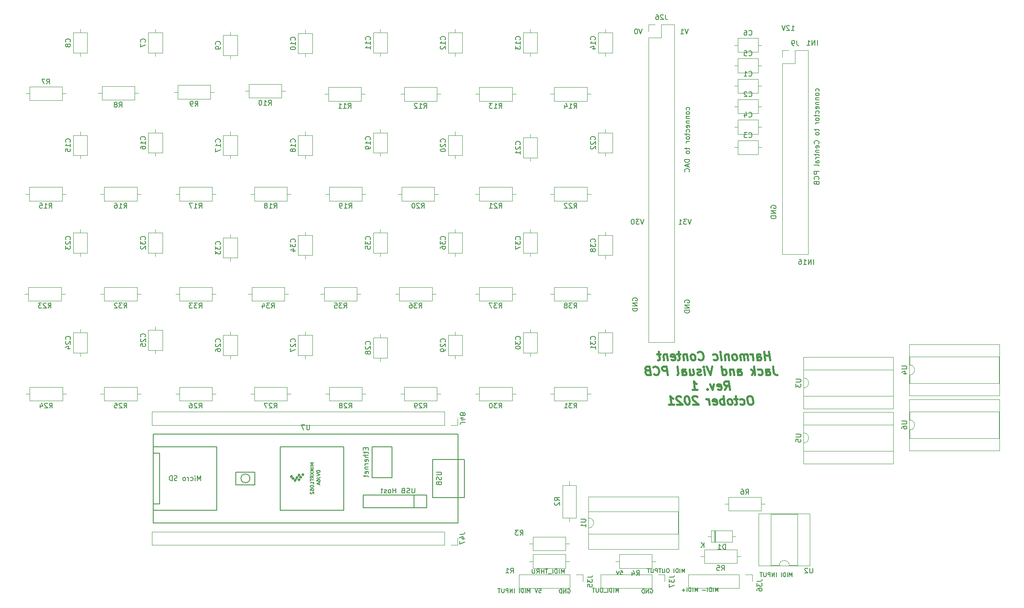
<source format=gbo>
G04 #@! TF.GenerationSoftware,KiCad,Pcbnew,(5.1.4)-1*
G04 #@! TF.CreationDate,2021-11-01T00:46:01-04:00*
G04 #@! TF.ProjectId,jack_pcb,6a61636b-5f70-4636-922e-6b696361645f,rev?*
G04 #@! TF.SameCoordinates,Original*
G04 #@! TF.FileFunction,Legend,Bot*
G04 #@! TF.FilePolarity,Positive*
%FSLAX46Y46*%
G04 Gerber Fmt 4.6, Leading zero omitted, Abs format (unit mm)*
G04 Created by KiCad (PCBNEW (5.1.4)-1) date 2021-11-01 00:46:01*
%MOMM*%
%LPD*%
G04 APERTURE LIST*
%ADD10C,0.425000*%
%ADD11C,0.152400*%
%ADD12C,0.150000*%
%ADD13C,0.100000*%
%ADD14C,0.120000*%
G04 APERTURE END LIST*
D10*
X193921882Y-113206547D02*
X193709382Y-111506547D01*
X193810572Y-112316071D02*
X192839144Y-112316071D01*
X192950453Y-113206547D02*
X192737953Y-111506547D01*
X191412358Y-113206547D02*
X191301049Y-112316071D01*
X191361763Y-112154166D01*
X191513549Y-112073214D01*
X191837358Y-112073214D01*
X192009382Y-112154166D01*
X191402239Y-113125595D02*
X191574263Y-113206547D01*
X191979025Y-113206547D01*
X192130811Y-113125595D01*
X192191525Y-112963690D01*
X192171287Y-112801785D01*
X192070096Y-112639880D01*
X191898072Y-112558928D01*
X191493311Y-112558928D01*
X191321287Y-112477976D01*
X190602834Y-113206547D02*
X190461168Y-112073214D01*
X190501644Y-112397023D02*
X190400453Y-112235119D01*
X190309382Y-112154166D01*
X190137358Y-112073214D01*
X189975453Y-112073214D01*
X189550453Y-113206547D02*
X189408787Y-112073214D01*
X189429025Y-112235119D02*
X189337953Y-112154166D01*
X189165930Y-112073214D01*
X188923072Y-112073214D01*
X188771287Y-112154166D01*
X188710572Y-112316071D01*
X188821882Y-113206547D01*
X188710572Y-112316071D02*
X188609382Y-112154166D01*
X188437358Y-112073214D01*
X188194501Y-112073214D01*
X188042715Y-112154166D01*
X187982001Y-112316071D01*
X188093311Y-113206547D01*
X187040930Y-113206547D02*
X187192715Y-113125595D01*
X187263549Y-113044642D01*
X187324263Y-112882738D01*
X187263549Y-112397023D01*
X187162358Y-112235119D01*
X187071287Y-112154166D01*
X186899263Y-112073214D01*
X186656406Y-112073214D01*
X186504620Y-112154166D01*
X186433787Y-112235119D01*
X186373072Y-112397023D01*
X186433787Y-112882738D01*
X186534977Y-113044642D01*
X186626049Y-113125595D01*
X186798072Y-113206547D01*
X187040930Y-113206547D01*
X185604025Y-112073214D02*
X185745691Y-113206547D01*
X185624263Y-112235119D02*
X185533191Y-112154166D01*
X185361168Y-112073214D01*
X185118311Y-112073214D01*
X184966525Y-112154166D01*
X184905811Y-112316071D01*
X185017120Y-113206547D01*
X184207596Y-113206547D02*
X184065930Y-112073214D01*
X183995096Y-111506547D02*
X184086168Y-111587500D01*
X184015334Y-111668452D01*
X183924263Y-111587500D01*
X183995096Y-111506547D01*
X184015334Y-111668452D01*
X182659382Y-113125595D02*
X182831406Y-113206547D01*
X183155215Y-113206547D01*
X183307001Y-113125595D01*
X183377834Y-113044642D01*
X183438549Y-112882738D01*
X183377834Y-112397023D01*
X183276644Y-112235119D01*
X183185572Y-112154166D01*
X183013549Y-112073214D01*
X182689739Y-112073214D01*
X182537953Y-112154166D01*
X179654025Y-113044642D02*
X179745096Y-113125595D01*
X179998072Y-113206547D01*
X180159977Y-113206547D01*
X180392715Y-113125595D01*
X180534382Y-112963690D01*
X180595096Y-112801785D01*
X180635572Y-112477976D01*
X180605215Y-112235119D01*
X180483787Y-111911309D01*
X180382596Y-111749404D01*
X180200453Y-111587500D01*
X179947477Y-111506547D01*
X179785572Y-111506547D01*
X179552834Y-111587500D01*
X179482001Y-111668452D01*
X178702834Y-113206547D02*
X178854620Y-113125595D01*
X178925453Y-113044642D01*
X178986168Y-112882738D01*
X178925453Y-112397023D01*
X178824263Y-112235119D01*
X178733191Y-112154166D01*
X178561168Y-112073214D01*
X178318311Y-112073214D01*
X178166525Y-112154166D01*
X178095691Y-112235119D01*
X178034977Y-112397023D01*
X178095691Y-112882738D01*
X178196882Y-113044642D01*
X178287953Y-113125595D01*
X178459977Y-113206547D01*
X178702834Y-113206547D01*
X177265930Y-112073214D02*
X177407596Y-113206547D01*
X177286168Y-112235119D02*
X177195096Y-112154166D01*
X177023072Y-112073214D01*
X176780215Y-112073214D01*
X176628430Y-112154166D01*
X176567715Y-112316071D01*
X176679025Y-113206547D01*
X175970691Y-112073214D02*
X175323072Y-112073214D01*
X175657001Y-111506547D02*
X175839144Y-112963690D01*
X175778430Y-113125595D01*
X175626644Y-113206547D01*
X175464739Y-113206547D01*
X174240334Y-113125595D02*
X174412358Y-113206547D01*
X174736168Y-113206547D01*
X174887953Y-113125595D01*
X174948668Y-112963690D01*
X174867715Y-112316071D01*
X174766525Y-112154166D01*
X174594501Y-112073214D01*
X174270691Y-112073214D01*
X174118906Y-112154166D01*
X174058191Y-112316071D01*
X174078430Y-112477976D01*
X174908191Y-112639880D01*
X173299263Y-112073214D02*
X173440930Y-113206547D01*
X173319501Y-112235119D02*
X173228430Y-112154166D01*
X173056406Y-112073214D01*
X172813549Y-112073214D01*
X172661763Y-112154166D01*
X172601049Y-112316071D01*
X172712358Y-113206547D01*
X172004025Y-112073214D02*
X171356406Y-112073214D01*
X171690334Y-111506547D02*
X171872477Y-112963690D01*
X171811763Y-113125595D01*
X171659977Y-113206547D01*
X171498072Y-113206547D01*
X194518906Y-114481547D02*
X194670691Y-115695833D01*
X194782001Y-115938690D01*
X194964144Y-116100595D01*
X195217120Y-116181547D01*
X195379025Y-116181547D01*
X193193311Y-116181547D02*
X193082001Y-115291071D01*
X193142715Y-115129166D01*
X193294501Y-115048214D01*
X193618311Y-115048214D01*
X193790334Y-115129166D01*
X193183191Y-116100595D02*
X193355215Y-116181547D01*
X193759977Y-116181547D01*
X193911763Y-116100595D01*
X193972477Y-115938690D01*
X193952239Y-115776785D01*
X193851049Y-115614880D01*
X193679025Y-115533928D01*
X193274263Y-115533928D01*
X193102239Y-115452976D01*
X191645096Y-116100595D02*
X191817120Y-116181547D01*
X192140930Y-116181547D01*
X192292715Y-116100595D01*
X192363549Y-116019642D01*
X192424263Y-115857738D01*
X192363549Y-115372023D01*
X192262358Y-115210119D01*
X192171287Y-115129166D01*
X191999263Y-115048214D01*
X191675453Y-115048214D01*
X191523668Y-115129166D01*
X190926644Y-116181547D02*
X190714144Y-114481547D01*
X190683787Y-115533928D02*
X190279025Y-116181547D01*
X190137358Y-115048214D02*
X190865930Y-115695833D01*
X187526644Y-116181547D02*
X187415334Y-115291071D01*
X187476049Y-115129166D01*
X187627834Y-115048214D01*
X187951644Y-115048214D01*
X188123668Y-115129166D01*
X187516525Y-116100595D02*
X187688549Y-116181547D01*
X188093311Y-116181547D01*
X188245096Y-116100595D01*
X188305811Y-115938690D01*
X188285572Y-115776785D01*
X188184382Y-115614880D01*
X188012358Y-115533928D01*
X187607596Y-115533928D01*
X187435572Y-115452976D01*
X186575453Y-115048214D02*
X186717120Y-116181547D01*
X186595691Y-115210119D02*
X186504620Y-115129166D01*
X186332596Y-115048214D01*
X186089739Y-115048214D01*
X185937953Y-115129166D01*
X185877239Y-115291071D01*
X185988549Y-116181547D01*
X184450453Y-116181547D02*
X184237953Y-114481547D01*
X184440334Y-116100595D02*
X184612358Y-116181547D01*
X184936168Y-116181547D01*
X185087953Y-116100595D01*
X185158787Y-116019642D01*
X185219501Y-115857738D01*
X185158787Y-115372023D01*
X185057596Y-115210119D01*
X184966525Y-115129166D01*
X184794501Y-115048214D01*
X184470691Y-115048214D01*
X184318906Y-115129166D01*
X182376049Y-114481547D02*
X182021882Y-116181547D01*
X181242715Y-114481547D01*
X180888549Y-116181547D02*
X180746882Y-115048214D01*
X180676049Y-114481547D02*
X180767120Y-114562500D01*
X180696287Y-114643452D01*
X180605215Y-114562500D01*
X180676049Y-114481547D01*
X180696287Y-114643452D01*
X180149858Y-116100595D02*
X179998072Y-116181547D01*
X179674263Y-116181547D01*
X179502239Y-116100595D01*
X179401049Y-115938690D01*
X179390930Y-115857738D01*
X179451644Y-115695833D01*
X179603430Y-115614880D01*
X179846287Y-115614880D01*
X179998072Y-115533928D01*
X180058787Y-115372023D01*
X180048668Y-115291071D01*
X179947477Y-115129166D01*
X179775453Y-115048214D01*
X179532596Y-115048214D01*
X179380811Y-115129166D01*
X177832596Y-115048214D02*
X177974263Y-116181547D01*
X178561168Y-115048214D02*
X178672477Y-115938690D01*
X178611763Y-116100595D01*
X178459977Y-116181547D01*
X178217120Y-116181547D01*
X178045096Y-116100595D01*
X177954025Y-116019642D01*
X176436168Y-116181547D02*
X176324858Y-115291071D01*
X176385572Y-115129166D01*
X176537358Y-115048214D01*
X176861168Y-115048214D01*
X177033191Y-115129166D01*
X176426049Y-116100595D02*
X176598072Y-116181547D01*
X177002834Y-116181547D01*
X177154620Y-116100595D01*
X177215334Y-115938690D01*
X177195096Y-115776785D01*
X177093906Y-115614880D01*
X176921882Y-115533928D01*
X176517120Y-115533928D01*
X176345096Y-115452976D01*
X175383787Y-116181547D02*
X175535572Y-116100595D01*
X175596287Y-115938690D01*
X175414144Y-114481547D01*
X173440930Y-116181547D02*
X173228430Y-114481547D01*
X172580811Y-114481547D01*
X172429025Y-114562500D01*
X172358191Y-114643452D01*
X172297477Y-114805357D01*
X172327834Y-115048214D01*
X172429025Y-115210119D01*
X172520096Y-115291071D01*
X172692120Y-115372023D01*
X173339739Y-115372023D01*
X170749263Y-116019642D02*
X170840334Y-116100595D01*
X171093311Y-116181547D01*
X171255215Y-116181547D01*
X171487953Y-116100595D01*
X171629620Y-115938690D01*
X171690334Y-115776785D01*
X171730811Y-115452976D01*
X171700453Y-115210119D01*
X171579025Y-114886309D01*
X171477834Y-114724404D01*
X171295691Y-114562500D01*
X171042715Y-114481547D01*
X170880811Y-114481547D01*
X170648072Y-114562500D01*
X170577239Y-114643452D01*
X169362953Y-115291071D02*
X169130215Y-115372023D01*
X169059382Y-115452976D01*
X168998668Y-115614880D01*
X169029025Y-115857738D01*
X169130215Y-116019642D01*
X169221287Y-116100595D01*
X169393311Y-116181547D01*
X170040930Y-116181547D01*
X169828430Y-114481547D01*
X169261763Y-114481547D01*
X169109977Y-114562500D01*
X169039144Y-114643452D01*
X168978430Y-114805357D01*
X168998668Y-114967261D01*
X169099858Y-115129166D01*
X169190930Y-115210119D01*
X169362953Y-115291071D01*
X169929620Y-115291071D01*
X184895691Y-119156547D02*
X185361168Y-118347023D01*
X185867120Y-119156547D02*
X185654620Y-117456547D01*
X185007001Y-117456547D01*
X184855215Y-117537500D01*
X184784382Y-117618452D01*
X184723668Y-117780357D01*
X184754025Y-118023214D01*
X184855215Y-118185119D01*
X184946287Y-118266071D01*
X185118311Y-118347023D01*
X185765930Y-118347023D01*
X183509382Y-119075595D02*
X183681406Y-119156547D01*
X184005215Y-119156547D01*
X184157001Y-119075595D01*
X184217715Y-118913690D01*
X184136763Y-118266071D01*
X184035572Y-118104166D01*
X183863549Y-118023214D01*
X183539739Y-118023214D01*
X183387953Y-118104166D01*
X183327239Y-118266071D01*
X183347477Y-118427976D01*
X184177239Y-118589880D01*
X182730215Y-118023214D02*
X182467120Y-119156547D01*
X181920691Y-118023214D01*
X181394501Y-118994642D02*
X181323668Y-119075595D01*
X181414739Y-119156547D01*
X181485572Y-119075595D01*
X181394501Y-118994642D01*
X181414739Y-119156547D01*
X178419501Y-119156547D02*
X179390930Y-119156547D01*
X178905215Y-119156547D02*
X178692715Y-117456547D01*
X178884977Y-117699404D01*
X179067120Y-117861309D01*
X179239144Y-117942261D01*
X190026049Y-120431547D02*
X189702239Y-120431547D01*
X189550453Y-120512500D01*
X189408787Y-120674404D01*
X189368311Y-120998214D01*
X189439144Y-121564880D01*
X189560572Y-121888690D01*
X189742715Y-122050595D01*
X189914739Y-122131547D01*
X190238549Y-122131547D01*
X190390334Y-122050595D01*
X190532001Y-121888690D01*
X190572477Y-121564880D01*
X190501644Y-120998214D01*
X190380215Y-120674404D01*
X190198072Y-120512500D01*
X190026049Y-120431547D01*
X188042715Y-122050595D02*
X188214739Y-122131547D01*
X188538549Y-122131547D01*
X188690334Y-122050595D01*
X188761168Y-121969642D01*
X188821882Y-121807738D01*
X188761168Y-121322023D01*
X188659977Y-121160119D01*
X188568906Y-121079166D01*
X188396882Y-120998214D01*
X188073072Y-120998214D01*
X187921287Y-121079166D01*
X187425453Y-120998214D02*
X186777834Y-120998214D01*
X187111763Y-120431547D02*
X187293906Y-121888690D01*
X187233191Y-122050595D01*
X187081406Y-122131547D01*
X186919501Y-122131547D01*
X186109977Y-122131547D02*
X186261763Y-122050595D01*
X186332596Y-121969642D01*
X186393311Y-121807738D01*
X186332596Y-121322023D01*
X186231406Y-121160119D01*
X186140334Y-121079166D01*
X185968311Y-120998214D01*
X185725453Y-120998214D01*
X185573668Y-121079166D01*
X185502834Y-121160119D01*
X185442120Y-121322023D01*
X185502834Y-121807738D01*
X185604025Y-121969642D01*
X185695096Y-122050595D01*
X185867120Y-122131547D01*
X186109977Y-122131547D01*
X184814739Y-122131547D02*
X184602239Y-120431547D01*
X184683191Y-121079166D02*
X184511168Y-120998214D01*
X184187358Y-120998214D01*
X184035572Y-121079166D01*
X183964739Y-121160119D01*
X183904025Y-121322023D01*
X183964739Y-121807738D01*
X184065930Y-121969642D01*
X184157001Y-122050595D01*
X184329025Y-122131547D01*
X184652834Y-122131547D01*
X184804620Y-122050595D01*
X182618906Y-122050595D02*
X182790930Y-122131547D01*
X183114739Y-122131547D01*
X183266525Y-122050595D01*
X183327239Y-121888690D01*
X183246287Y-121241071D01*
X183145096Y-121079166D01*
X182973072Y-120998214D01*
X182649263Y-120998214D01*
X182497477Y-121079166D01*
X182436763Y-121241071D01*
X182457001Y-121402976D01*
X183286763Y-121564880D01*
X181819501Y-122131547D02*
X181677834Y-120998214D01*
X181718311Y-121322023D02*
X181617120Y-121160119D01*
X181526049Y-121079166D01*
X181354025Y-120998214D01*
X181192120Y-120998214D01*
X179360572Y-120593452D02*
X179269501Y-120512500D01*
X179097477Y-120431547D01*
X178692715Y-120431547D01*
X178540930Y-120512500D01*
X178470096Y-120593452D01*
X178409382Y-120755357D01*
X178429620Y-120917261D01*
X178540930Y-121160119D01*
X179633787Y-122131547D01*
X178581406Y-122131547D01*
X177316525Y-120431547D02*
X177154620Y-120431547D01*
X177002834Y-120512500D01*
X176932001Y-120593452D01*
X176871287Y-120755357D01*
X176830811Y-121079166D01*
X176881406Y-121483928D01*
X177002834Y-121807738D01*
X177104025Y-121969642D01*
X177195096Y-122050595D01*
X177367120Y-122131547D01*
X177529025Y-122131547D01*
X177680811Y-122050595D01*
X177751644Y-121969642D01*
X177812358Y-121807738D01*
X177852834Y-121483928D01*
X177802239Y-121079166D01*
X177680811Y-120755357D01*
X177579620Y-120593452D01*
X177488549Y-120512500D01*
X177316525Y-120431547D01*
X176122477Y-120593452D02*
X176031406Y-120512500D01*
X175859382Y-120431547D01*
X175454620Y-120431547D01*
X175302834Y-120512500D01*
X175232001Y-120593452D01*
X175171287Y-120755357D01*
X175191525Y-120917261D01*
X175302834Y-121160119D01*
X176395691Y-122131547D01*
X175343311Y-122131547D01*
X173724263Y-122131547D02*
X174695691Y-122131547D01*
X174209977Y-122131547D02*
X173997477Y-120431547D01*
X174189739Y-120674404D01*
X174371882Y-120836309D01*
X174543906Y-120917261D01*
D11*
X153519276Y-159093600D02*
X153596685Y-159054895D01*
X153712800Y-159054895D01*
X153828914Y-159093600D01*
X153906323Y-159171009D01*
X153945028Y-159248419D01*
X153983733Y-159403238D01*
X153983733Y-159519352D01*
X153945028Y-159674171D01*
X153906323Y-159751580D01*
X153828914Y-159828990D01*
X153712800Y-159867695D01*
X153635390Y-159867695D01*
X153519276Y-159828990D01*
X153480571Y-159790285D01*
X153480571Y-159519352D01*
X153635390Y-159519352D01*
X153132228Y-159867695D02*
X153132228Y-159054895D01*
X152667771Y-159867695D01*
X152667771Y-159054895D01*
X152280723Y-159867695D02*
X152280723Y-159054895D01*
X152087200Y-159054895D01*
X151971085Y-159093600D01*
X151893676Y-159171009D01*
X151854971Y-159248419D01*
X151816266Y-159403238D01*
X151816266Y-159519352D01*
X151854971Y-159674171D01*
X151893676Y-159751580D01*
X151971085Y-159828990D01*
X152087200Y-159867695D01*
X152280723Y-159867695D01*
X145935085Y-159767695D02*
X145935085Y-158954895D01*
X145664152Y-159535466D01*
X145393219Y-158954895D01*
X145393219Y-159767695D01*
X145006171Y-159767695D02*
X145006171Y-158954895D01*
X144619123Y-159767695D02*
X144619123Y-158954895D01*
X144425600Y-158954895D01*
X144309485Y-158993600D01*
X144232076Y-159071009D01*
X144193371Y-159148419D01*
X144154666Y-159303238D01*
X144154666Y-159419352D01*
X144193371Y-159574171D01*
X144232076Y-159651580D01*
X144309485Y-159728990D01*
X144425600Y-159767695D01*
X144619123Y-159767695D01*
X143806323Y-159767695D02*
X143806323Y-158954895D01*
X142800000Y-159767695D02*
X142800000Y-158954895D01*
X142412952Y-159767695D02*
X142412952Y-158954895D01*
X141948495Y-159767695D01*
X141948495Y-158954895D01*
X141561447Y-159767695D02*
X141561447Y-158954895D01*
X141251809Y-158954895D01*
X141174400Y-158993600D01*
X141135695Y-159032304D01*
X141096990Y-159109714D01*
X141096990Y-159225828D01*
X141135695Y-159303238D01*
X141174400Y-159341942D01*
X141251809Y-159380647D01*
X141561447Y-159380647D01*
X140748647Y-158954895D02*
X140748647Y-159612876D01*
X140709942Y-159690285D01*
X140671238Y-159728990D01*
X140593828Y-159767695D01*
X140439009Y-159767695D01*
X140361600Y-159728990D01*
X140322895Y-159690285D01*
X140284190Y-159612876D01*
X140284190Y-158954895D01*
X140013257Y-158954895D02*
X139548800Y-158954895D01*
X139781028Y-159767695D02*
X139781028Y-158954895D01*
X147754819Y-158954895D02*
X148141866Y-158954895D01*
X148180571Y-159341942D01*
X148141866Y-159303238D01*
X148064457Y-159264533D01*
X147870933Y-159264533D01*
X147793523Y-159303238D01*
X147754819Y-159341942D01*
X147716114Y-159419352D01*
X147716114Y-159612876D01*
X147754819Y-159690285D01*
X147793523Y-159728990D01*
X147870933Y-159767695D01*
X148064457Y-159767695D01*
X148141866Y-159728990D01*
X148180571Y-159690285D01*
X147483885Y-158954895D02*
X147212952Y-159767695D01*
X146942019Y-158954895D01*
X152817333Y-155902166D02*
X152817333Y-155013166D01*
X152521000Y-155648166D01*
X152224666Y-155013166D01*
X152224666Y-155902166D01*
X151801333Y-155902166D02*
X151801333Y-155013166D01*
X151378000Y-155902166D02*
X151378000Y-155013166D01*
X151166333Y-155013166D01*
X151039333Y-155055500D01*
X150954666Y-155140166D01*
X150912333Y-155224833D01*
X150870000Y-155394166D01*
X150870000Y-155521166D01*
X150912333Y-155690500D01*
X150954666Y-155775166D01*
X151039333Y-155859833D01*
X151166333Y-155902166D01*
X151378000Y-155902166D01*
X150489000Y-155902166D02*
X150489000Y-155013166D01*
X150277333Y-155986833D02*
X149600000Y-155986833D01*
X149515333Y-155013166D02*
X149007333Y-155013166D01*
X149261333Y-155902166D02*
X149261333Y-155013166D01*
X148711000Y-155902166D02*
X148711000Y-155013166D01*
X148711000Y-155436500D02*
X148203000Y-155436500D01*
X148203000Y-155902166D02*
X148203000Y-155013166D01*
X147271666Y-155902166D02*
X147568000Y-155478833D01*
X147779666Y-155902166D02*
X147779666Y-155013166D01*
X147441000Y-155013166D01*
X147356333Y-155055500D01*
X147314000Y-155097833D01*
X147271666Y-155182500D01*
X147271666Y-155309500D01*
X147314000Y-155394166D01*
X147356333Y-155436500D01*
X147441000Y-155478833D01*
X147779666Y-155478833D01*
X146890666Y-155013166D02*
X146890666Y-155732833D01*
X146848333Y-155817500D01*
X146806000Y-155859833D01*
X146721333Y-155902166D01*
X146552000Y-155902166D01*
X146467333Y-155859833D01*
X146425000Y-155817500D01*
X146382666Y-155732833D01*
X146382666Y-155013166D01*
X163635161Y-159667695D02*
X163635161Y-158854895D01*
X163364228Y-159435466D01*
X163093295Y-158854895D01*
X163093295Y-159667695D01*
X162706247Y-159667695D02*
X162706247Y-158854895D01*
X162319200Y-159667695D02*
X162319200Y-158854895D01*
X162125676Y-158854895D01*
X162009561Y-158893600D01*
X161932152Y-158971009D01*
X161893447Y-159048419D01*
X161854742Y-159203238D01*
X161854742Y-159319352D01*
X161893447Y-159474171D01*
X161932152Y-159551580D01*
X162009561Y-159628990D01*
X162125676Y-159667695D01*
X162319200Y-159667695D01*
X161506400Y-159667695D02*
X161506400Y-158854895D01*
X161312876Y-159745104D02*
X160693600Y-159745104D01*
X160345257Y-158854895D02*
X160190438Y-158854895D01*
X160113028Y-158893600D01*
X160035619Y-158971009D01*
X159996914Y-159125828D01*
X159996914Y-159396761D01*
X160035619Y-159551580D01*
X160113028Y-159628990D01*
X160190438Y-159667695D01*
X160345257Y-159667695D01*
X160422666Y-159628990D01*
X160500076Y-159551580D01*
X160538780Y-159396761D01*
X160538780Y-159125828D01*
X160500076Y-158971009D01*
X160422666Y-158893600D01*
X160345257Y-158854895D01*
X159648571Y-158854895D02*
X159648571Y-159512876D01*
X159609866Y-159590285D01*
X159571161Y-159628990D01*
X159493752Y-159667695D01*
X159338933Y-159667695D01*
X159261523Y-159628990D01*
X159222819Y-159590285D01*
X159184114Y-159512876D01*
X159184114Y-158854895D01*
X158913180Y-158854895D02*
X158448723Y-158854895D01*
X158680952Y-159667695D02*
X158680952Y-158854895D01*
X164054819Y-155354895D02*
X164441866Y-155354895D01*
X164480571Y-155741942D01*
X164441866Y-155703238D01*
X164364457Y-155664533D01*
X164170933Y-155664533D01*
X164093523Y-155703238D01*
X164054819Y-155741942D01*
X164016114Y-155819352D01*
X164016114Y-156012876D01*
X164054819Y-156090285D01*
X164093523Y-156128990D01*
X164170933Y-156167695D01*
X164364457Y-156167695D01*
X164441866Y-156128990D01*
X164480571Y-156090285D01*
X163783885Y-155354895D02*
X163512952Y-156167695D01*
X163242019Y-155354895D01*
X170019276Y-159093600D02*
X170096685Y-159054895D01*
X170212800Y-159054895D01*
X170328914Y-159093600D01*
X170406323Y-159171009D01*
X170445028Y-159248419D01*
X170483733Y-159403238D01*
X170483733Y-159519352D01*
X170445028Y-159674171D01*
X170406323Y-159751580D01*
X170328914Y-159828990D01*
X170212800Y-159867695D01*
X170135390Y-159867695D01*
X170019276Y-159828990D01*
X169980571Y-159790285D01*
X169980571Y-159519352D01*
X170135390Y-159519352D01*
X169632228Y-159867695D02*
X169632228Y-159054895D01*
X169167771Y-159867695D01*
X169167771Y-159054895D01*
X168780723Y-159867695D02*
X168780723Y-159054895D01*
X168587200Y-159054895D01*
X168471085Y-159093600D01*
X168393676Y-159171009D01*
X168354971Y-159248419D01*
X168316266Y-159403238D01*
X168316266Y-159519352D01*
X168354971Y-159674171D01*
X168393676Y-159751580D01*
X168471085Y-159828990D01*
X168587200Y-159867695D01*
X168780723Y-159867695D01*
X176876952Y-155767695D02*
X176876952Y-154954895D01*
X176606019Y-155535466D01*
X176335085Y-154954895D01*
X176335085Y-155767695D01*
X175948038Y-155767695D02*
X175948038Y-154954895D01*
X175560990Y-155767695D02*
X175560990Y-154954895D01*
X175367466Y-154954895D01*
X175251352Y-154993600D01*
X175173942Y-155071009D01*
X175135238Y-155148419D01*
X175096533Y-155303238D01*
X175096533Y-155419352D01*
X175135238Y-155574171D01*
X175173942Y-155651580D01*
X175251352Y-155728990D01*
X175367466Y-155767695D01*
X175560990Y-155767695D01*
X174748190Y-155767695D02*
X174748190Y-154954895D01*
X173587047Y-154954895D02*
X173432228Y-154954895D01*
X173354819Y-154993600D01*
X173277409Y-155071009D01*
X173238704Y-155225828D01*
X173238704Y-155496761D01*
X173277409Y-155651580D01*
X173354819Y-155728990D01*
X173432228Y-155767695D01*
X173587047Y-155767695D01*
X173664457Y-155728990D01*
X173741866Y-155651580D01*
X173780571Y-155496761D01*
X173780571Y-155225828D01*
X173741866Y-155071009D01*
X173664457Y-154993600D01*
X173587047Y-154954895D01*
X172890361Y-154954895D02*
X172890361Y-155612876D01*
X172851657Y-155690285D01*
X172812952Y-155728990D01*
X172735542Y-155767695D01*
X172580723Y-155767695D01*
X172503314Y-155728990D01*
X172464609Y-155690285D01*
X172425904Y-155612876D01*
X172425904Y-154954895D01*
X172154971Y-154954895D02*
X171690514Y-154954895D01*
X171922742Y-155767695D02*
X171922742Y-154954895D01*
X171419580Y-155767695D02*
X171419580Y-154954895D01*
X171109942Y-154954895D01*
X171032533Y-154993600D01*
X170993828Y-155032304D01*
X170955123Y-155109714D01*
X170955123Y-155225828D01*
X170993828Y-155303238D01*
X171032533Y-155341942D01*
X171109942Y-155380647D01*
X171419580Y-155380647D01*
X170606780Y-154954895D02*
X170606780Y-155612876D01*
X170568076Y-155690285D01*
X170529371Y-155728990D01*
X170451961Y-155767695D01*
X170297142Y-155767695D01*
X170219733Y-155728990D01*
X170181028Y-155690285D01*
X170142323Y-155612876D01*
X170142323Y-154954895D01*
X169871390Y-154954895D02*
X169406933Y-154954895D01*
X169639161Y-155767695D02*
X169639161Y-154954895D01*
X179467542Y-159567695D02*
X179467542Y-158754895D01*
X179196609Y-159335466D01*
X178925676Y-158754895D01*
X178925676Y-159567695D01*
X178538628Y-159567695D02*
X178538628Y-158754895D01*
X178151580Y-159567695D02*
X178151580Y-158754895D01*
X177958057Y-158754895D01*
X177841942Y-158793600D01*
X177764533Y-158871009D01*
X177725828Y-158948419D01*
X177687123Y-159103238D01*
X177687123Y-159219352D01*
X177725828Y-159374171D01*
X177764533Y-159451580D01*
X177841942Y-159528990D01*
X177958057Y-159567695D01*
X178151580Y-159567695D01*
X177338780Y-159567695D02*
X177338780Y-158754895D01*
X176951733Y-159258057D02*
X176332457Y-159258057D01*
X176642095Y-159567695D02*
X176642095Y-158948419D01*
X183567542Y-159567695D02*
X183567542Y-158754895D01*
X183296609Y-159335466D01*
X183025676Y-158754895D01*
X183025676Y-159567695D01*
X182638628Y-159567695D02*
X182638628Y-158754895D01*
X182251580Y-159567695D02*
X182251580Y-158754895D01*
X182058057Y-158754895D01*
X181941942Y-158793600D01*
X181864533Y-158871009D01*
X181825828Y-158948419D01*
X181787123Y-159103238D01*
X181787123Y-159219352D01*
X181825828Y-159374171D01*
X181864533Y-159451580D01*
X181941942Y-159528990D01*
X182058057Y-159567695D01*
X182251580Y-159567695D01*
X181438780Y-159567695D02*
X181438780Y-158754895D01*
X181051733Y-159258057D02*
X180432457Y-159258057D01*
X198335085Y-156567695D02*
X198335085Y-155754895D01*
X198064152Y-156335466D01*
X197793219Y-155754895D01*
X197793219Y-156567695D01*
X197406171Y-156567695D02*
X197406171Y-155754895D01*
X197019123Y-156567695D02*
X197019123Y-155754895D01*
X196825600Y-155754895D01*
X196709485Y-155793600D01*
X196632076Y-155871009D01*
X196593371Y-155948419D01*
X196554666Y-156103238D01*
X196554666Y-156219352D01*
X196593371Y-156374171D01*
X196632076Y-156451580D01*
X196709485Y-156528990D01*
X196825600Y-156567695D01*
X197019123Y-156567695D01*
X196206323Y-156567695D02*
X196206323Y-155754895D01*
X195200000Y-156567695D02*
X195200000Y-155754895D01*
X194812952Y-156567695D02*
X194812952Y-155754895D01*
X194348495Y-156567695D01*
X194348495Y-155754895D01*
X193961447Y-156567695D02*
X193961447Y-155754895D01*
X193651809Y-155754895D01*
X193574400Y-155793600D01*
X193535695Y-155832304D01*
X193496990Y-155909714D01*
X193496990Y-156025828D01*
X193535695Y-156103238D01*
X193574400Y-156141942D01*
X193651809Y-156180647D01*
X193961447Y-156180647D01*
X193148647Y-155754895D02*
X193148647Y-156412876D01*
X193109942Y-156490285D01*
X193071238Y-156528990D01*
X192993828Y-156567695D01*
X192839009Y-156567695D01*
X192761600Y-156528990D01*
X192722895Y-156490285D01*
X192684190Y-156412876D01*
X192684190Y-155754895D01*
X192413257Y-155754895D02*
X191948800Y-155754895D01*
X192181028Y-156567695D02*
X192181028Y-155754895D01*
D12*
X166500000Y-101338095D02*
X166452380Y-101242857D01*
X166452380Y-101100000D01*
X166500000Y-100957142D01*
X166595238Y-100861904D01*
X166690476Y-100814285D01*
X166880952Y-100766666D01*
X167023809Y-100766666D01*
X167214285Y-100814285D01*
X167309523Y-100861904D01*
X167404761Y-100957142D01*
X167452380Y-101100000D01*
X167452380Y-101195238D01*
X167404761Y-101338095D01*
X167357142Y-101385714D01*
X167023809Y-101385714D01*
X167023809Y-101195238D01*
X167452380Y-101814285D02*
X166452380Y-101814285D01*
X167452380Y-102385714D01*
X166452380Y-102385714D01*
X167452380Y-102861904D02*
X166452380Y-102861904D01*
X166452380Y-103100000D01*
X166500000Y-103242857D01*
X166595238Y-103338095D01*
X166690476Y-103385714D01*
X166880952Y-103433333D01*
X167023809Y-103433333D01*
X167214285Y-103385714D01*
X167309523Y-103338095D01*
X167404761Y-103242857D01*
X167452380Y-103100000D01*
X167452380Y-102861904D01*
X176900000Y-101738095D02*
X176852380Y-101642857D01*
X176852380Y-101500000D01*
X176900000Y-101357142D01*
X176995238Y-101261904D01*
X177090476Y-101214285D01*
X177280952Y-101166666D01*
X177423809Y-101166666D01*
X177614285Y-101214285D01*
X177709523Y-101261904D01*
X177804761Y-101357142D01*
X177852380Y-101500000D01*
X177852380Y-101595238D01*
X177804761Y-101738095D01*
X177757142Y-101785714D01*
X177423809Y-101785714D01*
X177423809Y-101595238D01*
X177852380Y-102214285D02*
X176852380Y-102214285D01*
X177852380Y-102785714D01*
X176852380Y-102785714D01*
X177852380Y-103261904D02*
X176852380Y-103261904D01*
X176852380Y-103500000D01*
X176900000Y-103642857D01*
X176995238Y-103738095D01*
X177090476Y-103785714D01*
X177280952Y-103833333D01*
X177423809Y-103833333D01*
X177614285Y-103785714D01*
X177709523Y-103738095D01*
X177804761Y-103642857D01*
X177852380Y-103500000D01*
X177852380Y-103261904D01*
X168685714Y-85052380D02*
X168352380Y-86052380D01*
X168019047Y-85052380D01*
X167780952Y-85052380D02*
X167161904Y-85052380D01*
X167495238Y-85433333D01*
X167352380Y-85433333D01*
X167257142Y-85480952D01*
X167209523Y-85528571D01*
X167161904Y-85623809D01*
X167161904Y-85861904D01*
X167209523Y-85957142D01*
X167257142Y-86004761D01*
X167352380Y-86052380D01*
X167638095Y-86052380D01*
X167733333Y-86004761D01*
X167780952Y-85957142D01*
X166542857Y-85052380D02*
X166447619Y-85052380D01*
X166352380Y-85100000D01*
X166304761Y-85147619D01*
X166257142Y-85242857D01*
X166209523Y-85433333D01*
X166209523Y-85671428D01*
X166257142Y-85861904D01*
X166304761Y-85957142D01*
X166352380Y-86004761D01*
X166447619Y-86052380D01*
X166542857Y-86052380D01*
X166638095Y-86004761D01*
X166685714Y-85957142D01*
X166733333Y-85861904D01*
X166780952Y-85671428D01*
X166780952Y-85433333D01*
X166733333Y-85242857D01*
X166685714Y-85147619D01*
X166638095Y-85100000D01*
X166542857Y-85052380D01*
X178185714Y-85052380D02*
X177852380Y-86052380D01*
X177519047Y-85052380D01*
X177280952Y-85052380D02*
X176661904Y-85052380D01*
X176995238Y-85433333D01*
X176852380Y-85433333D01*
X176757142Y-85480952D01*
X176709523Y-85528571D01*
X176661904Y-85623809D01*
X176661904Y-85861904D01*
X176709523Y-85957142D01*
X176757142Y-86004761D01*
X176852380Y-86052380D01*
X177138095Y-86052380D01*
X177233333Y-86004761D01*
X177280952Y-85957142D01*
X175709523Y-86052380D02*
X176280952Y-86052380D01*
X175995238Y-86052380D02*
X175995238Y-85052380D01*
X176090476Y-85195238D01*
X176185714Y-85290476D01*
X176280952Y-85338095D01*
X177609523Y-46952380D02*
X177276190Y-47952380D01*
X176942857Y-46952380D01*
X176085714Y-47952380D02*
X176657142Y-47952380D01*
X176371428Y-47952380D02*
X176371428Y-46952380D01*
X176466666Y-47095238D01*
X176561904Y-47190476D01*
X176657142Y-47238095D01*
X168409523Y-46952380D02*
X168076190Y-47952380D01*
X167742857Y-46952380D01*
X167219047Y-46952380D02*
X167123809Y-46952380D01*
X167028571Y-47000000D01*
X166980952Y-47047619D01*
X166933333Y-47142857D01*
X166885714Y-47333333D01*
X166885714Y-47571428D01*
X166933333Y-47761904D01*
X166980952Y-47857142D01*
X167028571Y-47904761D01*
X167123809Y-47952380D01*
X167219047Y-47952380D01*
X167314285Y-47904761D01*
X167361904Y-47857142D01*
X167409523Y-47761904D01*
X167457142Y-47571428D01*
X167457142Y-47333333D01*
X167409523Y-47142857D01*
X167361904Y-47047619D01*
X167314285Y-47000000D01*
X167219047Y-46952380D01*
X194200000Y-82838095D02*
X194152380Y-82742857D01*
X194152380Y-82600000D01*
X194200000Y-82457142D01*
X194295238Y-82361904D01*
X194390476Y-82314285D01*
X194580952Y-82266666D01*
X194723809Y-82266666D01*
X194914285Y-82314285D01*
X195009523Y-82361904D01*
X195104761Y-82457142D01*
X195152380Y-82600000D01*
X195152380Y-82695238D01*
X195104761Y-82838095D01*
X195057142Y-82885714D01*
X194723809Y-82885714D01*
X194723809Y-82695238D01*
X195152380Y-83314285D02*
X194152380Y-83314285D01*
X195152380Y-83885714D01*
X194152380Y-83885714D01*
X195152380Y-84361904D02*
X194152380Y-84361904D01*
X194152380Y-84600000D01*
X194200000Y-84742857D01*
X194295238Y-84838095D01*
X194390476Y-84885714D01*
X194580952Y-84933333D01*
X194723809Y-84933333D01*
X194914285Y-84885714D01*
X195009523Y-84838095D01*
X195104761Y-84742857D01*
X195152380Y-84600000D01*
X195152380Y-84361904D01*
X202676190Y-94052380D02*
X202676190Y-93052380D01*
X202200000Y-94052380D02*
X202200000Y-93052380D01*
X201628571Y-94052380D01*
X201628571Y-93052380D01*
X200628571Y-94052380D02*
X201200000Y-94052380D01*
X200914285Y-94052380D02*
X200914285Y-93052380D01*
X201009523Y-93195238D01*
X201104761Y-93290476D01*
X201200000Y-93338095D01*
X199771428Y-93052380D02*
X199961904Y-93052380D01*
X200057142Y-93100000D01*
X200104761Y-93147619D01*
X200200000Y-93290476D01*
X200247619Y-93480952D01*
X200247619Y-93861904D01*
X200200000Y-93957142D01*
X200152380Y-94004761D01*
X200057142Y-94052380D01*
X199866666Y-94052380D01*
X199771428Y-94004761D01*
X199723809Y-93957142D01*
X199676190Y-93861904D01*
X199676190Y-93623809D01*
X199723809Y-93528571D01*
X199771428Y-93480952D01*
X199866666Y-93433333D01*
X200057142Y-93433333D01*
X200152380Y-93480952D01*
X200200000Y-93528571D01*
X200247619Y-93623809D01*
X203400000Y-50252380D02*
X203400000Y-49252380D01*
X202923809Y-50252380D02*
X202923809Y-49252380D01*
X202352380Y-50252380D01*
X202352380Y-49252380D01*
X201352380Y-50252380D02*
X201923809Y-50252380D01*
X201638095Y-50252380D02*
X201638095Y-49252380D01*
X201733333Y-49395238D01*
X201828571Y-49490476D01*
X201923809Y-49538095D01*
X198219047Y-47252380D02*
X198790476Y-47252380D01*
X198504761Y-47252380D02*
X198504761Y-46252380D01*
X198600000Y-46395238D01*
X198695238Y-46490476D01*
X198790476Y-46538095D01*
X197838095Y-46347619D02*
X197790476Y-46300000D01*
X197695238Y-46252380D01*
X197457142Y-46252380D01*
X197361904Y-46300000D01*
X197314285Y-46347619D01*
X197266666Y-46442857D01*
X197266666Y-46538095D01*
X197314285Y-46680952D01*
X197885714Y-47252380D01*
X197266666Y-47252380D01*
X196980952Y-46252380D02*
X196647619Y-47252380D01*
X196314285Y-46252380D01*
X203704761Y-59404761D02*
X203752380Y-59309523D01*
X203752380Y-59119047D01*
X203704761Y-59023809D01*
X203657142Y-58976190D01*
X203561904Y-58928571D01*
X203276190Y-58928571D01*
X203180952Y-58976190D01*
X203133333Y-59023809D01*
X203085714Y-59119047D01*
X203085714Y-59309523D01*
X203133333Y-59404761D01*
X203752380Y-59976190D02*
X203704761Y-59880952D01*
X203657142Y-59833333D01*
X203561904Y-59785714D01*
X203276190Y-59785714D01*
X203180952Y-59833333D01*
X203133333Y-59880952D01*
X203085714Y-59976190D01*
X203085714Y-60119047D01*
X203133333Y-60214285D01*
X203180952Y-60261904D01*
X203276190Y-60309523D01*
X203561904Y-60309523D01*
X203657142Y-60261904D01*
X203704761Y-60214285D01*
X203752380Y-60119047D01*
X203752380Y-59976190D01*
X203085714Y-60738095D02*
X203752380Y-60738095D01*
X203180952Y-60738095D02*
X203133333Y-60785714D01*
X203085714Y-60880952D01*
X203085714Y-61023809D01*
X203133333Y-61119047D01*
X203228571Y-61166666D01*
X203752380Y-61166666D01*
X203085714Y-61642857D02*
X203752380Y-61642857D01*
X203180952Y-61642857D02*
X203133333Y-61690476D01*
X203085714Y-61785714D01*
X203085714Y-61928571D01*
X203133333Y-62023809D01*
X203228571Y-62071428D01*
X203752380Y-62071428D01*
X203704761Y-62928571D02*
X203752380Y-62833333D01*
X203752380Y-62642857D01*
X203704761Y-62547619D01*
X203609523Y-62500000D01*
X203228571Y-62500000D01*
X203133333Y-62547619D01*
X203085714Y-62642857D01*
X203085714Y-62833333D01*
X203133333Y-62928571D01*
X203228571Y-62976190D01*
X203323809Y-62976190D01*
X203419047Y-62500000D01*
X203704761Y-63833333D02*
X203752380Y-63738095D01*
X203752380Y-63547619D01*
X203704761Y-63452380D01*
X203657142Y-63404761D01*
X203561904Y-63357142D01*
X203276190Y-63357142D01*
X203180952Y-63404761D01*
X203133333Y-63452380D01*
X203085714Y-63547619D01*
X203085714Y-63738095D01*
X203133333Y-63833333D01*
X203085714Y-64119047D02*
X203085714Y-64500000D01*
X202752380Y-64261904D02*
X203609523Y-64261904D01*
X203704761Y-64309523D01*
X203752380Y-64404761D01*
X203752380Y-64500000D01*
X203752380Y-64976190D02*
X203704761Y-64880952D01*
X203657142Y-64833333D01*
X203561904Y-64785714D01*
X203276190Y-64785714D01*
X203180952Y-64833333D01*
X203133333Y-64880952D01*
X203085714Y-64976190D01*
X203085714Y-65119047D01*
X203133333Y-65214285D01*
X203180952Y-65261904D01*
X203276190Y-65309523D01*
X203561904Y-65309523D01*
X203657142Y-65261904D01*
X203704761Y-65214285D01*
X203752380Y-65119047D01*
X203752380Y-64976190D01*
X203752380Y-65738095D02*
X203085714Y-65738095D01*
X203276190Y-65738095D02*
X203180952Y-65785714D01*
X203133333Y-65833333D01*
X203085714Y-65928571D01*
X203085714Y-66023809D01*
X203085714Y-66976190D02*
X203085714Y-67357142D01*
X202752380Y-67119047D02*
X203609523Y-67119047D01*
X203704761Y-67166666D01*
X203752380Y-67261904D01*
X203752380Y-67357142D01*
X203752380Y-67833333D02*
X203704761Y-67738095D01*
X203657142Y-67690476D01*
X203561904Y-67642857D01*
X203276190Y-67642857D01*
X203180952Y-67690476D01*
X203133333Y-67738095D01*
X203085714Y-67833333D01*
X203085714Y-67976190D01*
X203133333Y-68071428D01*
X203180952Y-68119047D01*
X203276190Y-68166666D01*
X203561904Y-68166666D01*
X203657142Y-68119047D01*
X203704761Y-68071428D01*
X203752380Y-67976190D01*
X203752380Y-67833333D01*
X203657142Y-69928571D02*
X203704761Y-69880952D01*
X203752380Y-69738095D01*
X203752380Y-69642857D01*
X203704761Y-69500000D01*
X203609523Y-69404761D01*
X203514285Y-69357142D01*
X203323809Y-69309523D01*
X203180952Y-69309523D01*
X202990476Y-69357142D01*
X202895238Y-69404761D01*
X202800000Y-69500000D01*
X202752380Y-69642857D01*
X202752380Y-69738095D01*
X202800000Y-69880952D01*
X202847619Y-69928571D01*
X203704761Y-70738095D02*
X203752380Y-70642857D01*
X203752380Y-70452380D01*
X203704761Y-70357142D01*
X203609523Y-70309523D01*
X203228571Y-70309523D01*
X203133333Y-70357142D01*
X203085714Y-70452380D01*
X203085714Y-70642857D01*
X203133333Y-70738095D01*
X203228571Y-70785714D01*
X203323809Y-70785714D01*
X203419047Y-70309523D01*
X203085714Y-71214285D02*
X203752380Y-71214285D01*
X203180952Y-71214285D02*
X203133333Y-71261904D01*
X203085714Y-71357142D01*
X203085714Y-71500000D01*
X203133333Y-71595238D01*
X203228571Y-71642857D01*
X203752380Y-71642857D01*
X203085714Y-71976190D02*
X203085714Y-72357142D01*
X202752380Y-72119047D02*
X203609523Y-72119047D01*
X203704761Y-72166666D01*
X203752380Y-72261904D01*
X203752380Y-72357142D01*
X203752380Y-72690476D02*
X203085714Y-72690476D01*
X203276190Y-72690476D02*
X203180952Y-72738095D01*
X203133333Y-72785714D01*
X203085714Y-72880952D01*
X203085714Y-72976190D01*
X203752380Y-73738095D02*
X203228571Y-73738095D01*
X203133333Y-73690476D01*
X203085714Y-73595238D01*
X203085714Y-73404761D01*
X203133333Y-73309523D01*
X203704761Y-73738095D02*
X203752380Y-73642857D01*
X203752380Y-73404761D01*
X203704761Y-73309523D01*
X203609523Y-73261904D01*
X203514285Y-73261904D01*
X203419047Y-73309523D01*
X203371428Y-73404761D01*
X203371428Y-73642857D01*
X203323809Y-73738095D01*
X203752380Y-74357142D02*
X203704761Y-74261904D01*
X203609523Y-74214285D01*
X202752380Y-74214285D01*
X203752380Y-75500000D02*
X202752380Y-75500000D01*
X202752380Y-75880952D01*
X202800000Y-75976190D01*
X202847619Y-76023809D01*
X202942857Y-76071428D01*
X203085714Y-76071428D01*
X203180952Y-76023809D01*
X203228571Y-75976190D01*
X203276190Y-75880952D01*
X203276190Y-75500000D01*
X203657142Y-77071428D02*
X203704761Y-77023809D01*
X203752380Y-76880952D01*
X203752380Y-76785714D01*
X203704761Y-76642857D01*
X203609523Y-76547619D01*
X203514285Y-76500000D01*
X203323809Y-76452380D01*
X203180952Y-76452380D01*
X202990476Y-76500000D01*
X202895238Y-76547619D01*
X202800000Y-76642857D01*
X202752380Y-76785714D01*
X202752380Y-76880952D01*
X202800000Y-77023809D01*
X202847619Y-77071428D01*
X203228571Y-77833333D02*
X203276190Y-77976190D01*
X203323809Y-78023809D01*
X203419047Y-78071428D01*
X203561904Y-78071428D01*
X203657142Y-78023809D01*
X203704761Y-77976190D01*
X203752380Y-77880952D01*
X203752380Y-77500000D01*
X202752380Y-77500000D01*
X202752380Y-77833333D01*
X202800000Y-77928571D01*
X202847619Y-77976190D01*
X202942857Y-78023809D01*
X203038095Y-78023809D01*
X203133333Y-77976190D01*
X203180952Y-77928571D01*
X203228571Y-77833333D01*
X203228571Y-77500000D01*
X177804761Y-63147619D02*
X177852380Y-63052380D01*
X177852380Y-62861904D01*
X177804761Y-62766666D01*
X177757142Y-62719047D01*
X177661904Y-62671428D01*
X177376190Y-62671428D01*
X177280952Y-62719047D01*
X177233333Y-62766666D01*
X177185714Y-62861904D01*
X177185714Y-63052380D01*
X177233333Y-63147619D01*
X177852380Y-63719047D02*
X177804761Y-63623809D01*
X177757142Y-63576190D01*
X177661904Y-63528571D01*
X177376190Y-63528571D01*
X177280952Y-63576190D01*
X177233333Y-63623809D01*
X177185714Y-63719047D01*
X177185714Y-63861904D01*
X177233333Y-63957142D01*
X177280952Y-64004761D01*
X177376190Y-64052380D01*
X177661904Y-64052380D01*
X177757142Y-64004761D01*
X177804761Y-63957142D01*
X177852380Y-63861904D01*
X177852380Y-63719047D01*
X177185714Y-64480952D02*
X177852380Y-64480952D01*
X177280952Y-64480952D02*
X177233333Y-64528571D01*
X177185714Y-64623809D01*
X177185714Y-64766666D01*
X177233333Y-64861904D01*
X177328571Y-64909523D01*
X177852380Y-64909523D01*
X177185714Y-65385714D02*
X177852380Y-65385714D01*
X177280952Y-65385714D02*
X177233333Y-65433333D01*
X177185714Y-65528571D01*
X177185714Y-65671428D01*
X177233333Y-65766666D01*
X177328571Y-65814285D01*
X177852380Y-65814285D01*
X177804761Y-66671428D02*
X177852380Y-66576190D01*
X177852380Y-66385714D01*
X177804761Y-66290476D01*
X177709523Y-66242857D01*
X177328571Y-66242857D01*
X177233333Y-66290476D01*
X177185714Y-66385714D01*
X177185714Y-66576190D01*
X177233333Y-66671428D01*
X177328571Y-66719047D01*
X177423809Y-66719047D01*
X177519047Y-66242857D01*
X177804761Y-67576190D02*
X177852380Y-67480952D01*
X177852380Y-67290476D01*
X177804761Y-67195238D01*
X177757142Y-67147619D01*
X177661904Y-67100000D01*
X177376190Y-67100000D01*
X177280952Y-67147619D01*
X177233333Y-67195238D01*
X177185714Y-67290476D01*
X177185714Y-67480952D01*
X177233333Y-67576190D01*
X177185714Y-67861904D02*
X177185714Y-68242857D01*
X176852380Y-68004761D02*
X177709523Y-68004761D01*
X177804761Y-68052380D01*
X177852380Y-68147619D01*
X177852380Y-68242857D01*
X177852380Y-68719047D02*
X177804761Y-68623809D01*
X177757142Y-68576190D01*
X177661904Y-68528571D01*
X177376190Y-68528571D01*
X177280952Y-68576190D01*
X177233333Y-68623809D01*
X177185714Y-68719047D01*
X177185714Y-68861904D01*
X177233333Y-68957142D01*
X177280952Y-69004761D01*
X177376190Y-69052380D01*
X177661904Y-69052380D01*
X177757142Y-69004761D01*
X177804761Y-68957142D01*
X177852380Y-68861904D01*
X177852380Y-68719047D01*
X177852380Y-69480952D02*
X177185714Y-69480952D01*
X177376190Y-69480952D02*
X177280952Y-69528571D01*
X177233333Y-69576190D01*
X177185714Y-69671428D01*
X177185714Y-69766666D01*
X177185714Y-70719047D02*
X177185714Y-71100000D01*
X176852380Y-70861904D02*
X177709523Y-70861904D01*
X177804761Y-70909523D01*
X177852380Y-71004761D01*
X177852380Y-71100000D01*
X177852380Y-71576190D02*
X177804761Y-71480952D01*
X177757142Y-71433333D01*
X177661904Y-71385714D01*
X177376190Y-71385714D01*
X177280952Y-71433333D01*
X177233333Y-71480952D01*
X177185714Y-71576190D01*
X177185714Y-71719047D01*
X177233333Y-71814285D01*
X177280952Y-71861904D01*
X177376190Y-71909523D01*
X177661904Y-71909523D01*
X177757142Y-71861904D01*
X177804761Y-71814285D01*
X177852380Y-71719047D01*
X177852380Y-71576190D01*
X177852380Y-73100000D02*
X176852380Y-73100000D01*
X176852380Y-73338095D01*
X176900000Y-73480952D01*
X176995238Y-73576190D01*
X177090476Y-73623809D01*
X177280952Y-73671428D01*
X177423809Y-73671428D01*
X177614285Y-73623809D01*
X177709523Y-73576190D01*
X177804761Y-73480952D01*
X177852380Y-73338095D01*
X177852380Y-73100000D01*
X177566666Y-74052380D02*
X177566666Y-74528571D01*
X177852380Y-73957142D02*
X176852380Y-74290476D01*
X177852380Y-74623809D01*
X177757142Y-75528571D02*
X177804761Y-75480952D01*
X177852380Y-75338095D01*
X177852380Y-75242857D01*
X177804761Y-75100000D01*
X177709523Y-75004761D01*
X177614285Y-74957142D01*
X177423809Y-74909523D01*
X177280952Y-74909523D01*
X177090476Y-74957142D01*
X176995238Y-75004761D01*
X176900000Y-75100000D01*
X176852380Y-75242857D01*
X176852380Y-75338095D01*
X176900000Y-75480952D01*
X176947619Y-75528571D01*
D13*
G36*
X97903000Y-136593000D02*
G01*
X98157000Y-136847000D01*
X98411000Y-136466000D01*
X98157000Y-136212000D01*
X97903000Y-136593000D01*
G37*
X97903000Y-136593000D02*
X98157000Y-136847000D01*
X98411000Y-136466000D01*
X98157000Y-136212000D01*
X97903000Y-136593000D01*
G36*
X98284000Y-136974000D02*
G01*
X98538000Y-137228000D01*
X98792000Y-136847000D01*
X98538000Y-136593000D01*
X98284000Y-136974000D01*
G37*
X98284000Y-136974000D02*
X98538000Y-137228000D01*
X98792000Y-136847000D01*
X98538000Y-136593000D01*
X98284000Y-136974000D01*
G36*
X100189000Y-136212000D02*
G01*
X100443000Y-136466000D01*
X100697000Y-136085000D01*
X100443000Y-135831000D01*
X100189000Y-136212000D01*
G37*
X100189000Y-136212000D02*
X100443000Y-136466000D01*
X100697000Y-136085000D01*
X100443000Y-135831000D01*
X100189000Y-136212000D01*
G36*
X99808000Y-136720000D02*
G01*
X100062000Y-136974000D01*
X100316000Y-136593000D01*
X100062000Y-136339000D01*
X99808000Y-136720000D01*
G37*
X99808000Y-136720000D02*
X100062000Y-136974000D01*
X100316000Y-136593000D01*
X100062000Y-136339000D01*
X99808000Y-136720000D01*
G36*
X99427000Y-137228000D02*
G01*
X99681000Y-137482000D01*
X99935000Y-137101000D01*
X99681000Y-136847000D01*
X99427000Y-137228000D01*
G37*
X99427000Y-137228000D02*
X99681000Y-137482000D01*
X99935000Y-137101000D01*
X99681000Y-136847000D01*
X99427000Y-137228000D01*
G36*
X99427000Y-136339000D02*
G01*
X99681000Y-136593000D01*
X99935000Y-136212000D01*
X99681000Y-135958000D01*
X99427000Y-136339000D01*
G37*
X99427000Y-136339000D02*
X99681000Y-136593000D01*
X99935000Y-136212000D01*
X99681000Y-135958000D01*
X99427000Y-136339000D01*
G36*
X99046000Y-136847000D02*
G01*
X99300000Y-137101000D01*
X99554000Y-136720000D01*
X99300000Y-136466000D01*
X99046000Y-136847000D01*
G37*
X99046000Y-136847000D02*
X99300000Y-137101000D01*
X99554000Y-136720000D01*
X99300000Y-136466000D01*
X99046000Y-136847000D01*
G36*
X98665000Y-137355000D02*
G01*
X98919000Y-137609000D01*
X99173000Y-137228000D01*
X98919000Y-136974000D01*
X98665000Y-137355000D01*
G37*
X98665000Y-137355000D02*
X98919000Y-137609000D01*
X99173000Y-137228000D01*
X98919000Y-136974000D01*
X98665000Y-137355000D01*
D12*
X131580000Y-145790000D02*
X131580000Y-128010000D01*
X70620000Y-145790000D02*
X131580000Y-145790000D01*
X70620000Y-128010000D02*
X70620000Y-145790000D01*
X131580000Y-128010000D02*
X70620000Y-128010000D01*
X126500000Y-140710000D02*
X131580000Y-140710000D01*
X126500000Y-133090000D02*
X131580000Y-133090000D01*
X126500000Y-140710000D02*
X126500000Y-133090000D01*
X132850000Y-133090000D02*
X131580000Y-133090000D01*
X132850000Y-140710000D02*
X132850000Y-133090000D01*
X131580000Y-140710000D02*
X132850000Y-140710000D01*
X70620000Y-130550000D02*
X83320000Y-130550000D01*
X83320000Y-130550000D02*
X83320000Y-143250000D01*
X83320000Y-143250000D02*
X70620000Y-143250000D01*
X70620000Y-131820000D02*
X71890000Y-131820000D01*
X71890000Y-131820000D02*
X71890000Y-141980000D01*
X71890000Y-141980000D02*
X70620000Y-141980000D01*
X87130000Y-135630000D02*
X87130000Y-138170000D01*
X87130000Y-138170000D02*
X90940000Y-138170000D01*
X90940000Y-138170000D02*
X90940000Y-135630000D01*
X90940000Y-135630000D02*
X87130000Y-135630000D01*
X125280800Y-140199200D02*
X112580800Y-140199200D01*
X112580800Y-140199200D02*
X112580800Y-142739200D01*
X112580800Y-142739200D02*
X125280800Y-142739200D01*
X125280800Y-142739200D02*
X125280800Y-140199200D01*
X125280800Y-140199200D02*
X122740800Y-140199200D01*
X122740800Y-140199200D02*
X122740800Y-142739200D01*
X118350000Y-130798400D02*
X118350000Y-136798400D01*
X118350000Y-136798400D02*
X114350000Y-136798400D01*
X114350000Y-136798400D02*
X114350000Y-130548400D01*
X114350000Y-130548400D02*
X118350000Y-130548400D01*
X118350000Y-130548400D02*
X118350000Y-130798400D01*
X108720000Y-143250000D02*
X96020000Y-143250000D01*
X96020000Y-143250000D02*
X96020000Y-130550000D01*
X96020000Y-130550000D02*
X108720000Y-130550000D01*
X108720000Y-130550000D02*
X108720000Y-143250000D01*
X89933026Y-136900000D02*
G75*
G03X89933026Y-136900000I-898026J0D01*
G01*
D14*
X131430000Y-150230000D02*
X131430000Y-148900000D01*
X130100000Y-150230000D02*
X131430000Y-150230000D01*
X128830000Y-150230000D02*
X128830000Y-147570000D01*
X128830000Y-147570000D02*
X70350000Y-147570000D01*
X128830000Y-150230000D02*
X70350000Y-150230000D01*
X70350000Y-150230000D02*
X70350000Y-147570000D01*
X131430000Y-126230000D02*
X131430000Y-124900000D01*
X130100000Y-126230000D02*
X131430000Y-126230000D01*
X128830000Y-126230000D02*
X128830000Y-123570000D01*
X128830000Y-123570000D02*
X70350000Y-123570000D01*
X128830000Y-126230000D02*
X70350000Y-126230000D01*
X70350000Y-126230000D02*
X70350000Y-123570000D01*
X200610000Y-122950000D02*
X200610000Y-112670000D01*
X218630000Y-122950000D02*
X200610000Y-122950000D01*
X218630000Y-112670000D02*
X218630000Y-122950000D01*
X200610000Y-112670000D02*
X218630000Y-112670000D01*
X200670000Y-120460000D02*
X200670000Y-118810000D01*
X218570000Y-120460000D02*
X200670000Y-120460000D01*
X218570000Y-115160000D02*
X218570000Y-120460000D01*
X200670000Y-115160000D02*
X218570000Y-115160000D01*
X200670000Y-116810000D02*
X200670000Y-115160000D01*
X200670000Y-118810000D02*
G75*
G03X200670000Y-116810000I0J1000000D01*
G01*
X56000000Y-92460000D02*
X56000000Y-91770000D01*
X56000000Y-87040000D02*
X56000000Y-87730000D01*
X54580000Y-91770000D02*
X54580000Y-87730000D01*
X57420000Y-91770000D02*
X54580000Y-91770000D01*
X57420000Y-87730000D02*
X57420000Y-91770000D01*
X54580000Y-87730000D02*
X57420000Y-87730000D01*
X158120000Y-100000000D02*
X157350000Y-100000000D01*
X150040000Y-100000000D02*
X150810000Y-100000000D01*
X157350000Y-101370000D02*
X150810000Y-101370000D01*
X157350000Y-98630000D02*
X157350000Y-101370000D01*
X150810000Y-98630000D02*
X157350000Y-98630000D01*
X150810000Y-101370000D02*
X150810000Y-98630000D01*
X143120000Y-100000000D02*
X142350000Y-100000000D01*
X135040000Y-100000000D02*
X135810000Y-100000000D01*
X142350000Y-101370000D02*
X135810000Y-101370000D01*
X142350000Y-98630000D02*
X142350000Y-101370000D01*
X135810000Y-98630000D02*
X142350000Y-98630000D01*
X135810000Y-101370000D02*
X135810000Y-98630000D01*
X127120000Y-100000000D02*
X126350000Y-100000000D01*
X119040000Y-100000000D02*
X119810000Y-100000000D01*
X126350000Y-101370000D02*
X119810000Y-101370000D01*
X126350000Y-98630000D02*
X126350000Y-101370000D01*
X119810000Y-98630000D02*
X126350000Y-98630000D01*
X119810000Y-101370000D02*
X119810000Y-98630000D01*
X112120000Y-100000000D02*
X111350000Y-100000000D01*
X104040000Y-100000000D02*
X104810000Y-100000000D01*
X111350000Y-101370000D02*
X104810000Y-101370000D01*
X111350000Y-98630000D02*
X111350000Y-101370000D01*
X104810000Y-98630000D02*
X111350000Y-98630000D01*
X104810000Y-101370000D02*
X104810000Y-98630000D01*
X97620000Y-100000000D02*
X96850000Y-100000000D01*
X89540000Y-100000000D02*
X90310000Y-100000000D01*
X96850000Y-101370000D02*
X90310000Y-101370000D01*
X96850000Y-98630000D02*
X96850000Y-101370000D01*
X90310000Y-98630000D02*
X96850000Y-98630000D01*
X90310000Y-101370000D02*
X90310000Y-98630000D01*
X83120000Y-100000000D02*
X82350000Y-100000000D01*
X75040000Y-100000000D02*
X75810000Y-100000000D01*
X82350000Y-101370000D02*
X75810000Y-101370000D01*
X82350000Y-98630000D02*
X82350000Y-101370000D01*
X75810000Y-98630000D02*
X82350000Y-98630000D01*
X75810000Y-101370000D02*
X75810000Y-98630000D01*
X68120000Y-100000000D02*
X67350000Y-100000000D01*
X60040000Y-100000000D02*
X60810000Y-100000000D01*
X67350000Y-101370000D02*
X60810000Y-101370000D01*
X67350000Y-98630000D02*
X67350000Y-101370000D01*
X60810000Y-98630000D02*
X67350000Y-98630000D01*
X60810000Y-101370000D02*
X60810000Y-98630000D01*
X158120000Y-120000000D02*
X157350000Y-120000000D01*
X150040000Y-120000000D02*
X150810000Y-120000000D01*
X157350000Y-121370000D02*
X150810000Y-121370000D01*
X157350000Y-118630000D02*
X157350000Y-121370000D01*
X150810000Y-118630000D02*
X157350000Y-118630000D01*
X150810000Y-121370000D02*
X150810000Y-118630000D01*
X143120000Y-120000000D02*
X142350000Y-120000000D01*
X135040000Y-120000000D02*
X135810000Y-120000000D01*
X142350000Y-121370000D02*
X135810000Y-121370000D01*
X142350000Y-118630000D02*
X142350000Y-121370000D01*
X135810000Y-118630000D02*
X142350000Y-118630000D01*
X135810000Y-121370000D02*
X135810000Y-118630000D01*
X128120000Y-120000000D02*
X127350000Y-120000000D01*
X120040000Y-120000000D02*
X120810000Y-120000000D01*
X127350000Y-121370000D02*
X120810000Y-121370000D01*
X127350000Y-118630000D02*
X127350000Y-121370000D01*
X120810000Y-118630000D02*
X127350000Y-118630000D01*
X120810000Y-121370000D02*
X120810000Y-118630000D01*
X113120000Y-120000000D02*
X112350000Y-120000000D01*
X105040000Y-120000000D02*
X105810000Y-120000000D01*
X112350000Y-121370000D02*
X105810000Y-121370000D01*
X112350000Y-118630000D02*
X112350000Y-121370000D01*
X105810000Y-118630000D02*
X112350000Y-118630000D01*
X105810000Y-121370000D02*
X105810000Y-118630000D01*
X98120000Y-120000000D02*
X97350000Y-120000000D01*
X90040000Y-120000000D02*
X90810000Y-120000000D01*
X97350000Y-121370000D02*
X90810000Y-121370000D01*
X97350000Y-118630000D02*
X97350000Y-121370000D01*
X90810000Y-118630000D02*
X97350000Y-118630000D01*
X90810000Y-121370000D02*
X90810000Y-118630000D01*
X83120000Y-120000000D02*
X82350000Y-120000000D01*
X75040000Y-120000000D02*
X75810000Y-120000000D01*
X82350000Y-121370000D02*
X75810000Y-121370000D01*
X82350000Y-118630000D02*
X82350000Y-121370000D01*
X75810000Y-118630000D02*
X82350000Y-118630000D01*
X75810000Y-121370000D02*
X75810000Y-118630000D01*
X68120000Y-120000000D02*
X67350000Y-120000000D01*
X60040000Y-120000000D02*
X60810000Y-120000000D01*
X67350000Y-121370000D02*
X60810000Y-121370000D01*
X67350000Y-118630000D02*
X67350000Y-121370000D01*
X60810000Y-118630000D02*
X67350000Y-118630000D01*
X60810000Y-121370000D02*
X60810000Y-118630000D01*
X53220000Y-120000000D02*
X52450000Y-120000000D01*
X45140000Y-120000000D02*
X45910000Y-120000000D01*
X52450000Y-121370000D02*
X45910000Y-121370000D01*
X52450000Y-118630000D02*
X52450000Y-121370000D01*
X45910000Y-118630000D02*
X52450000Y-118630000D01*
X45910000Y-121370000D02*
X45910000Y-118630000D01*
X52960000Y-100000000D02*
X52190000Y-100000000D01*
X44880000Y-100000000D02*
X45650000Y-100000000D01*
X52190000Y-101370000D02*
X45650000Y-101370000D01*
X52190000Y-98630000D02*
X52190000Y-101370000D01*
X45650000Y-98630000D02*
X52190000Y-98630000D01*
X45650000Y-101370000D02*
X45650000Y-98630000D01*
X158120000Y-80000000D02*
X157350000Y-80000000D01*
X150040000Y-80000000D02*
X150810000Y-80000000D01*
X157350000Y-81370000D02*
X150810000Y-81370000D01*
X157350000Y-78630000D02*
X157350000Y-81370000D01*
X150810000Y-78630000D02*
X157350000Y-78630000D01*
X150810000Y-81370000D02*
X150810000Y-78630000D01*
X143120000Y-80000000D02*
X142350000Y-80000000D01*
X135040000Y-80000000D02*
X135810000Y-80000000D01*
X142350000Y-81370000D02*
X135810000Y-81370000D01*
X142350000Y-78630000D02*
X142350000Y-81370000D01*
X135810000Y-78630000D02*
X142350000Y-78630000D01*
X135810000Y-81370000D02*
X135810000Y-78630000D01*
X127620000Y-80000000D02*
X126850000Y-80000000D01*
X119540000Y-80000000D02*
X120310000Y-80000000D01*
X126850000Y-81370000D02*
X120310000Y-81370000D01*
X126850000Y-78630000D02*
X126850000Y-81370000D01*
X120310000Y-78630000D02*
X126850000Y-78630000D01*
X120310000Y-81370000D02*
X120310000Y-78630000D01*
X113120000Y-80000000D02*
X112350000Y-80000000D01*
X105040000Y-80000000D02*
X105810000Y-80000000D01*
X112350000Y-81370000D02*
X105810000Y-81370000D01*
X112350000Y-78630000D02*
X112350000Y-81370000D01*
X105810000Y-78630000D02*
X112350000Y-78630000D01*
X105810000Y-81370000D02*
X105810000Y-78630000D01*
X98120000Y-80000000D02*
X97350000Y-80000000D01*
X90040000Y-80000000D02*
X90810000Y-80000000D01*
X97350000Y-81370000D02*
X90810000Y-81370000D01*
X97350000Y-78630000D02*
X97350000Y-81370000D01*
X90810000Y-78630000D02*
X97350000Y-78630000D01*
X90810000Y-81370000D02*
X90810000Y-78630000D01*
X83120000Y-80000000D02*
X82350000Y-80000000D01*
X75040000Y-80000000D02*
X75810000Y-80000000D01*
X82350000Y-81370000D02*
X75810000Y-81370000D01*
X82350000Y-78630000D02*
X82350000Y-81370000D01*
X75810000Y-78630000D02*
X82350000Y-78630000D01*
X75810000Y-81370000D02*
X75810000Y-78630000D01*
X68120000Y-80000000D02*
X67350000Y-80000000D01*
X60040000Y-80000000D02*
X60810000Y-80000000D01*
X67350000Y-81370000D02*
X60810000Y-81370000D01*
X67350000Y-78630000D02*
X67350000Y-81370000D01*
X60810000Y-78630000D02*
X67350000Y-78630000D01*
X60810000Y-81370000D02*
X60810000Y-78630000D01*
X53120000Y-80000000D02*
X52350000Y-80000000D01*
X45040000Y-80000000D02*
X45810000Y-80000000D01*
X52350000Y-81370000D02*
X45810000Y-81370000D01*
X52350000Y-78630000D02*
X52350000Y-81370000D01*
X45810000Y-78630000D02*
X52350000Y-78630000D01*
X45810000Y-81370000D02*
X45810000Y-78630000D01*
X158120000Y-60000000D02*
X157350000Y-60000000D01*
X150040000Y-60000000D02*
X150810000Y-60000000D01*
X157350000Y-61370000D02*
X150810000Y-61370000D01*
X157350000Y-58630000D02*
X157350000Y-61370000D01*
X150810000Y-58630000D02*
X157350000Y-58630000D01*
X150810000Y-61370000D02*
X150810000Y-58630000D01*
X143120000Y-60000000D02*
X142350000Y-60000000D01*
X135040000Y-60000000D02*
X135810000Y-60000000D01*
X142350000Y-61370000D02*
X135810000Y-61370000D01*
X142350000Y-58630000D02*
X142350000Y-61370000D01*
X135810000Y-58630000D02*
X142350000Y-58630000D01*
X135810000Y-61370000D02*
X135810000Y-58630000D01*
X128120000Y-60000000D02*
X127350000Y-60000000D01*
X120040000Y-60000000D02*
X120810000Y-60000000D01*
X127350000Y-61370000D02*
X120810000Y-61370000D01*
X127350000Y-58630000D02*
X127350000Y-61370000D01*
X120810000Y-58630000D02*
X127350000Y-58630000D01*
X120810000Y-61370000D02*
X120810000Y-58630000D01*
X112960000Y-60000000D02*
X112190000Y-60000000D01*
X104880000Y-60000000D02*
X105650000Y-60000000D01*
X112190000Y-61370000D02*
X105650000Y-61370000D01*
X112190000Y-58630000D02*
X112190000Y-61370000D01*
X105650000Y-58630000D02*
X112190000Y-58630000D01*
X105650000Y-61370000D02*
X105650000Y-58630000D01*
X97020000Y-59400000D02*
X96250000Y-59400000D01*
X88940000Y-59400000D02*
X89710000Y-59400000D01*
X96250000Y-60770000D02*
X89710000Y-60770000D01*
X96250000Y-58030000D02*
X96250000Y-60770000D01*
X89710000Y-58030000D02*
X96250000Y-58030000D01*
X89710000Y-60770000D02*
X89710000Y-58030000D01*
X82820000Y-59600000D02*
X82050000Y-59600000D01*
X74740000Y-59600000D02*
X75510000Y-59600000D01*
X82050000Y-60970000D02*
X75510000Y-60970000D01*
X82050000Y-58230000D02*
X82050000Y-60970000D01*
X75510000Y-58230000D02*
X82050000Y-58230000D01*
X75510000Y-60970000D02*
X75510000Y-58230000D01*
X67620000Y-59800000D02*
X66850000Y-59800000D01*
X59540000Y-59800000D02*
X60310000Y-59800000D01*
X66850000Y-61170000D02*
X60310000Y-61170000D01*
X66850000Y-58430000D02*
X66850000Y-61170000D01*
X60310000Y-58430000D02*
X66850000Y-58430000D01*
X60310000Y-61170000D02*
X60310000Y-58430000D01*
X45080000Y-59900000D02*
X45850000Y-59900000D01*
X53160000Y-59900000D02*
X52390000Y-59900000D01*
X45850000Y-58530000D02*
X52390000Y-58530000D01*
X45850000Y-61270000D02*
X45850000Y-58530000D01*
X52390000Y-61270000D02*
X45850000Y-61270000D01*
X52390000Y-58530000D02*
X52390000Y-61270000D01*
X170960000Y-46090000D02*
X169630000Y-46090000D01*
X169630000Y-46090000D02*
X169630000Y-47420000D01*
X172230000Y-46090000D02*
X172230000Y-48690000D01*
X172230000Y-48690000D02*
X169630000Y-48690000D01*
X169630000Y-48690000D02*
X169630000Y-109710000D01*
X174830000Y-109710000D02*
X169630000Y-109710000D01*
X174830000Y-46090000D02*
X174830000Y-109710000D01*
X174830000Y-46090000D02*
X172230000Y-46090000D01*
X161000000Y-92960000D02*
X161000000Y-92270000D01*
X161000000Y-87540000D02*
X161000000Y-88230000D01*
X159580000Y-92270000D02*
X159580000Y-88230000D01*
X162420000Y-92270000D02*
X159580000Y-92270000D01*
X162420000Y-88230000D02*
X162420000Y-92270000D01*
X159580000Y-88230000D02*
X162420000Y-88230000D01*
X146000000Y-92460000D02*
X146000000Y-91770000D01*
X146000000Y-87040000D02*
X146000000Y-87730000D01*
X144580000Y-91770000D02*
X144580000Y-87730000D01*
X147420000Y-91770000D02*
X144580000Y-91770000D01*
X147420000Y-87730000D02*
X147420000Y-91770000D01*
X144580000Y-87730000D02*
X147420000Y-87730000D01*
X131000000Y-92460000D02*
X131000000Y-91770000D01*
X131000000Y-87040000D02*
X131000000Y-87730000D01*
X129580000Y-91770000D02*
X129580000Y-87730000D01*
X132420000Y-91770000D02*
X129580000Y-91770000D01*
X132420000Y-87730000D02*
X132420000Y-91770000D01*
X129580000Y-87730000D02*
X132420000Y-87730000D01*
X116000000Y-92460000D02*
X116000000Y-91770000D01*
X116000000Y-87040000D02*
X116000000Y-87730000D01*
X114580000Y-91770000D02*
X114580000Y-87730000D01*
X117420000Y-91770000D02*
X114580000Y-91770000D01*
X117420000Y-87730000D02*
X117420000Y-91770000D01*
X114580000Y-87730000D02*
X117420000Y-87730000D01*
X101000000Y-92960000D02*
X101000000Y-92270000D01*
X101000000Y-87540000D02*
X101000000Y-88230000D01*
X99580000Y-92270000D02*
X99580000Y-88230000D01*
X102420000Y-92270000D02*
X99580000Y-92270000D01*
X102420000Y-88230000D02*
X102420000Y-92270000D01*
X99580000Y-88230000D02*
X102420000Y-88230000D01*
X86000000Y-93460000D02*
X86000000Y-92770000D01*
X86000000Y-88040000D02*
X86000000Y-88730000D01*
X84580000Y-92770000D02*
X84580000Y-88730000D01*
X87420000Y-92770000D02*
X84580000Y-92770000D01*
X87420000Y-88730000D02*
X87420000Y-92770000D01*
X84580000Y-88730000D02*
X87420000Y-88730000D01*
X71000000Y-92460000D02*
X71000000Y-91770000D01*
X71000000Y-87040000D02*
X71000000Y-87730000D01*
X69580000Y-91770000D02*
X69580000Y-87730000D01*
X72420000Y-91770000D02*
X69580000Y-91770000D01*
X72420000Y-87730000D02*
X72420000Y-91770000D01*
X69580000Y-87730000D02*
X72420000Y-87730000D01*
X161000000Y-112460000D02*
X161000000Y-111770000D01*
X161000000Y-107040000D02*
X161000000Y-107730000D01*
X159580000Y-111770000D02*
X159580000Y-107730000D01*
X162420000Y-111770000D02*
X159580000Y-111770000D01*
X162420000Y-107730000D02*
X162420000Y-111770000D01*
X159580000Y-107730000D02*
X162420000Y-107730000D01*
X146000000Y-112460000D02*
X146000000Y-111770000D01*
X146000000Y-107040000D02*
X146000000Y-107730000D01*
X144580000Y-111770000D02*
X144580000Y-107730000D01*
X147420000Y-111770000D02*
X144580000Y-111770000D01*
X147420000Y-107730000D02*
X147420000Y-111770000D01*
X144580000Y-107730000D02*
X147420000Y-107730000D01*
X131000000Y-112960000D02*
X131000000Y-112270000D01*
X131000000Y-107540000D02*
X131000000Y-108230000D01*
X129580000Y-112270000D02*
X129580000Y-108230000D01*
X132420000Y-112270000D02*
X129580000Y-112270000D01*
X132420000Y-108230000D02*
X132420000Y-112270000D01*
X129580000Y-108230000D02*
X132420000Y-108230000D01*
X116000000Y-113460000D02*
X116000000Y-112770000D01*
X116000000Y-108040000D02*
X116000000Y-108730000D01*
X114580000Y-112770000D02*
X114580000Y-108730000D01*
X117420000Y-112770000D02*
X114580000Y-112770000D01*
X117420000Y-108730000D02*
X117420000Y-112770000D01*
X114580000Y-108730000D02*
X117420000Y-108730000D01*
X101000000Y-112960000D02*
X101000000Y-112270000D01*
X101000000Y-107540000D02*
X101000000Y-108230000D01*
X99580000Y-112270000D02*
X99580000Y-108230000D01*
X102420000Y-112270000D02*
X99580000Y-112270000D01*
X102420000Y-108230000D02*
X102420000Y-112270000D01*
X99580000Y-108230000D02*
X102420000Y-108230000D01*
X86000000Y-112960000D02*
X86000000Y-112270000D01*
X86000000Y-107540000D02*
X86000000Y-108230000D01*
X84580000Y-112270000D02*
X84580000Y-108230000D01*
X87420000Y-112270000D02*
X84580000Y-112270000D01*
X87420000Y-108230000D02*
X87420000Y-112270000D01*
X84580000Y-108230000D02*
X87420000Y-108230000D01*
X71000000Y-111960000D02*
X71000000Y-111270000D01*
X71000000Y-106540000D02*
X71000000Y-107230000D01*
X69580000Y-111270000D02*
X69580000Y-107230000D01*
X72420000Y-111270000D02*
X69580000Y-111270000D01*
X72420000Y-107230000D02*
X72420000Y-111270000D01*
X69580000Y-107230000D02*
X72420000Y-107230000D01*
X56000000Y-112460000D02*
X56000000Y-111770000D01*
X56000000Y-107040000D02*
X56000000Y-107730000D01*
X54580000Y-111770000D02*
X54580000Y-107730000D01*
X57420000Y-111770000D02*
X54580000Y-111770000D01*
X57420000Y-107730000D02*
X57420000Y-111770000D01*
X54580000Y-107730000D02*
X57420000Y-107730000D01*
X161000000Y-72460000D02*
X161000000Y-71770000D01*
X161000000Y-67040000D02*
X161000000Y-67730000D01*
X159580000Y-71770000D02*
X159580000Y-67730000D01*
X162420000Y-71770000D02*
X159580000Y-71770000D01*
X162420000Y-67730000D02*
X162420000Y-71770000D01*
X159580000Y-67730000D02*
X162420000Y-67730000D01*
X146000000Y-73460000D02*
X146000000Y-72770000D01*
X146000000Y-68040000D02*
X146000000Y-68730000D01*
X144580000Y-72770000D02*
X144580000Y-68730000D01*
X147420000Y-72770000D02*
X144580000Y-72770000D01*
X147420000Y-68730000D02*
X147420000Y-72770000D01*
X144580000Y-68730000D02*
X147420000Y-68730000D01*
X131000000Y-72960000D02*
X131000000Y-72270000D01*
X131000000Y-67540000D02*
X131000000Y-68230000D01*
X129580000Y-72270000D02*
X129580000Y-68230000D01*
X132420000Y-72270000D02*
X129580000Y-72270000D01*
X132420000Y-68230000D02*
X132420000Y-72270000D01*
X129580000Y-68230000D02*
X132420000Y-68230000D01*
X116000000Y-72460000D02*
X116000000Y-71770000D01*
X116000000Y-67040000D02*
X116000000Y-67730000D01*
X114580000Y-71770000D02*
X114580000Y-67730000D01*
X117420000Y-71770000D02*
X114580000Y-71770000D01*
X117420000Y-67730000D02*
X117420000Y-71770000D01*
X114580000Y-67730000D02*
X117420000Y-67730000D01*
X101000000Y-72960000D02*
X101000000Y-72270000D01*
X101000000Y-67540000D02*
X101000000Y-68230000D01*
X99580000Y-72270000D02*
X99580000Y-68230000D01*
X102420000Y-72270000D02*
X99580000Y-72270000D01*
X102420000Y-68230000D02*
X102420000Y-72270000D01*
X99580000Y-68230000D02*
X102420000Y-68230000D01*
X86000000Y-72960000D02*
X86000000Y-72270000D01*
X86000000Y-67540000D02*
X86000000Y-68230000D01*
X84580000Y-72270000D02*
X84580000Y-68230000D01*
X87420000Y-72270000D02*
X84580000Y-72270000D01*
X87420000Y-68230000D02*
X87420000Y-72270000D01*
X84580000Y-68230000D02*
X87420000Y-68230000D01*
X71000000Y-72460000D02*
X71000000Y-71770000D01*
X71000000Y-67040000D02*
X71000000Y-67730000D01*
X69580000Y-71770000D02*
X69580000Y-67730000D01*
X72420000Y-71770000D02*
X69580000Y-71770000D01*
X72420000Y-67730000D02*
X72420000Y-71770000D01*
X69580000Y-67730000D02*
X72420000Y-67730000D01*
X56000000Y-72960000D02*
X56000000Y-72270000D01*
X56000000Y-67540000D02*
X56000000Y-68230000D01*
X54580000Y-72270000D02*
X54580000Y-68230000D01*
X57420000Y-72270000D02*
X54580000Y-72270000D01*
X57420000Y-68230000D02*
X57420000Y-72270000D01*
X54580000Y-68230000D02*
X57420000Y-68230000D01*
X161000000Y-52460000D02*
X161000000Y-51770000D01*
X161000000Y-47040000D02*
X161000000Y-47730000D01*
X159580000Y-51770000D02*
X159580000Y-47730000D01*
X162420000Y-51770000D02*
X159580000Y-51770000D01*
X162420000Y-47730000D02*
X162420000Y-51770000D01*
X159580000Y-47730000D02*
X162420000Y-47730000D01*
X146000000Y-52460000D02*
X146000000Y-51770000D01*
X146000000Y-47040000D02*
X146000000Y-47730000D01*
X144580000Y-51770000D02*
X144580000Y-47730000D01*
X147420000Y-51770000D02*
X144580000Y-51770000D01*
X147420000Y-47730000D02*
X147420000Y-51770000D01*
X144580000Y-47730000D02*
X147420000Y-47730000D01*
X131000000Y-52460000D02*
X131000000Y-51770000D01*
X131000000Y-47040000D02*
X131000000Y-47730000D01*
X129580000Y-51770000D02*
X129580000Y-47730000D01*
X132420000Y-51770000D02*
X129580000Y-51770000D01*
X132420000Y-47730000D02*
X132420000Y-51770000D01*
X129580000Y-47730000D02*
X132420000Y-47730000D01*
X116000000Y-52460000D02*
X116000000Y-51770000D01*
X116000000Y-47040000D02*
X116000000Y-47730000D01*
X114580000Y-51770000D02*
X114580000Y-47730000D01*
X117420000Y-51770000D02*
X114580000Y-51770000D01*
X117420000Y-47730000D02*
X117420000Y-51770000D01*
X114580000Y-47730000D02*
X117420000Y-47730000D01*
X101000000Y-52560000D02*
X101000000Y-51870000D01*
X101000000Y-47140000D02*
X101000000Y-47830000D01*
X99580000Y-51870000D02*
X99580000Y-47830000D01*
X102420000Y-51870000D02*
X99580000Y-51870000D01*
X102420000Y-47830000D02*
X102420000Y-51870000D01*
X99580000Y-47830000D02*
X102420000Y-47830000D01*
X86000000Y-52960000D02*
X86000000Y-52270000D01*
X86000000Y-47540000D02*
X86000000Y-48230000D01*
X84580000Y-52270000D02*
X84580000Y-48230000D01*
X87420000Y-52270000D02*
X84580000Y-52270000D01*
X87420000Y-48230000D02*
X87420000Y-52270000D01*
X84580000Y-48230000D02*
X87420000Y-48230000D01*
X56000000Y-52460000D02*
X56000000Y-51770000D01*
X56000000Y-47040000D02*
X56000000Y-47730000D01*
X54580000Y-51770000D02*
X54580000Y-47730000D01*
X57420000Y-51770000D02*
X54580000Y-51770000D01*
X57420000Y-47730000D02*
X57420000Y-51770000D01*
X54580000Y-47730000D02*
X57420000Y-47730000D01*
X71000000Y-52460000D02*
X71000000Y-51770000D01*
X71000000Y-47040000D02*
X71000000Y-47730000D01*
X69580000Y-51770000D02*
X69580000Y-47730000D01*
X72420000Y-51770000D02*
X69580000Y-51770000D01*
X72420000Y-47730000D02*
X72420000Y-51770000D01*
X69580000Y-47730000D02*
X72420000Y-47730000D01*
X186840000Y-50200000D02*
X187530000Y-50200000D01*
X192260000Y-50200000D02*
X191570000Y-50200000D01*
X187530000Y-48780000D02*
X191570000Y-48780000D01*
X187530000Y-51620000D02*
X187530000Y-48780000D01*
X191570000Y-51620000D02*
X187530000Y-51620000D01*
X191570000Y-48780000D02*
X191570000Y-51620000D01*
X186840000Y-54296000D02*
X187530000Y-54296000D01*
X192260000Y-54296000D02*
X191570000Y-54296000D01*
X187530000Y-52876000D02*
X191570000Y-52876000D01*
X187530000Y-55716000D02*
X187530000Y-52876000D01*
X191570000Y-55716000D02*
X187530000Y-55716000D01*
X191570000Y-52876000D02*
X191570000Y-55716000D01*
X186840000Y-66584000D02*
X187530000Y-66584000D01*
X192260000Y-66584000D02*
X191570000Y-66584000D01*
X187530000Y-65164000D02*
X191570000Y-65164000D01*
X187530000Y-68004000D02*
X187530000Y-65164000D01*
X191570000Y-68004000D02*
X187530000Y-68004000D01*
X191570000Y-65164000D02*
X191570000Y-68004000D01*
X186840000Y-70680000D02*
X187530000Y-70680000D01*
X192260000Y-70680000D02*
X191570000Y-70680000D01*
X187530000Y-69260000D02*
X191570000Y-69260000D01*
X187530000Y-72100000D02*
X187530000Y-69260000D01*
X191570000Y-72100000D02*
X187530000Y-72100000D01*
X191570000Y-69260000D02*
X191570000Y-72100000D01*
X186840000Y-58392000D02*
X187530000Y-58392000D01*
X192260000Y-58392000D02*
X191570000Y-58392000D01*
X187530000Y-56972000D02*
X191570000Y-56972000D01*
X187530000Y-59812000D02*
X187530000Y-56972000D01*
X191570000Y-59812000D02*
X187530000Y-59812000D01*
X191570000Y-56972000D02*
X191570000Y-59812000D01*
X157610000Y-151060000D02*
X157610000Y-140560000D01*
X175630000Y-151060000D02*
X157610000Y-151060000D01*
X175630000Y-140560000D02*
X175630000Y-151060000D01*
X157610000Y-140560000D02*
X175630000Y-140560000D01*
X157670000Y-148060000D02*
X157670000Y-146810000D01*
X175570000Y-148060000D02*
X157670000Y-148060000D01*
X175570000Y-143560000D02*
X175570000Y-148060000D01*
X157670000Y-143560000D02*
X175570000Y-143560000D01*
X157670000Y-144810000D02*
X157670000Y-143560000D01*
X157670000Y-146810000D02*
G75*
G03X157670000Y-144810000I0J1000000D01*
G01*
X190410000Y-157500000D02*
X190410000Y-156170000D01*
X190410000Y-156170000D02*
X189080000Y-156170000D01*
X187810000Y-156170000D02*
X177590000Y-156170000D01*
X177590000Y-158830000D02*
X177590000Y-156170000D01*
X187810000Y-158830000D02*
X177590000Y-158830000D01*
X187810000Y-158830000D02*
X187810000Y-156170000D01*
X156530000Y-157500000D02*
X156530000Y-156170000D01*
X156530000Y-156170000D02*
X155200000Y-156170000D01*
X153930000Y-156170000D02*
X143710000Y-156170000D01*
X143710000Y-158830000D02*
X143710000Y-156170000D01*
X153930000Y-158830000D02*
X143710000Y-158830000D01*
X153930000Y-158830000D02*
X153930000Y-156170000D01*
X172910000Y-157500000D02*
X172910000Y-156170000D01*
X172910000Y-156170000D02*
X171580000Y-156170000D01*
X170310000Y-156170000D02*
X160090000Y-156170000D01*
X160090000Y-158830000D02*
X160090000Y-156170000D01*
X170310000Y-158830000D02*
X160090000Y-158830000D01*
X170310000Y-158830000D02*
X170310000Y-156170000D01*
X221810000Y-131350000D02*
X221810000Y-121070000D01*
X239830000Y-131350000D02*
X221810000Y-131350000D01*
X239830000Y-121070000D02*
X239830000Y-131350000D01*
X221810000Y-121070000D02*
X239830000Y-121070000D01*
X221870000Y-128860000D02*
X221870000Y-127210000D01*
X239770000Y-128860000D02*
X221870000Y-128860000D01*
X239770000Y-123560000D02*
X239770000Y-128860000D01*
X221870000Y-123560000D02*
X239770000Y-123560000D01*
X221870000Y-125210000D02*
X221870000Y-123560000D01*
X221870000Y-127210000D02*
G75*
G03X221870000Y-125210000I0J1000000D01*
G01*
X200610000Y-133950000D02*
X200610000Y-123670000D01*
X218630000Y-133950000D02*
X200610000Y-133950000D01*
X218630000Y-123670000D02*
X218630000Y-133950000D01*
X200610000Y-123670000D02*
X218630000Y-123670000D01*
X200670000Y-131460000D02*
X200670000Y-129810000D01*
X218570000Y-131460000D02*
X200670000Y-131460000D01*
X218570000Y-126160000D02*
X218570000Y-131460000D01*
X200670000Y-126160000D02*
X218570000Y-126160000D01*
X200670000Y-127810000D02*
X200670000Y-126160000D01*
X200670000Y-129810000D02*
G75*
G03X200670000Y-127810000I0J1000000D01*
G01*
X221810000Y-120350000D02*
X221810000Y-110070000D01*
X239830000Y-120350000D02*
X221810000Y-120350000D01*
X239830000Y-110070000D02*
X239830000Y-120350000D01*
X221810000Y-110070000D02*
X239830000Y-110070000D01*
X221870000Y-117860000D02*
X221870000Y-116210000D01*
X239770000Y-117860000D02*
X221870000Y-117860000D01*
X239770000Y-112560000D02*
X239770000Y-117860000D01*
X221870000Y-112560000D02*
X239770000Y-112560000D01*
X221870000Y-114210000D02*
X221870000Y-112560000D01*
X221870000Y-116210000D02*
G75*
G03X221870000Y-114210000I0J1000000D01*
G01*
X201950000Y-154390000D02*
X191670000Y-154390000D01*
X201950000Y-143990000D02*
X201950000Y-154390000D01*
X191670000Y-143990000D02*
X201950000Y-143990000D01*
X191670000Y-154390000D02*
X191670000Y-143990000D01*
X199460000Y-154330000D02*
X197810000Y-154330000D01*
X199460000Y-144050000D02*
X199460000Y-154330000D01*
X194160000Y-144050000D02*
X199460000Y-144050000D01*
X194160000Y-154330000D02*
X194160000Y-144050000D01*
X195810000Y-154330000D02*
X194160000Y-154330000D01*
X197810000Y-154330000D02*
G75*
G03X195810000Y-154330000I-1000000J0D01*
G01*
X184880000Y-142000000D02*
X185650000Y-142000000D01*
X192960000Y-142000000D02*
X192190000Y-142000000D01*
X185650000Y-140630000D02*
X192190000Y-140630000D01*
X185650000Y-143370000D02*
X185650000Y-140630000D01*
X192190000Y-143370000D02*
X185650000Y-143370000D01*
X192190000Y-140630000D02*
X192190000Y-143370000D01*
X188120000Y-152500000D02*
X187350000Y-152500000D01*
X180040000Y-152500000D02*
X180810000Y-152500000D01*
X187350000Y-153870000D02*
X180810000Y-153870000D01*
X187350000Y-151130000D02*
X187350000Y-153870000D01*
X180810000Y-151130000D02*
X187350000Y-151130000D01*
X180810000Y-153870000D02*
X180810000Y-151130000D01*
X171120000Y-153500000D02*
X170350000Y-153500000D01*
X163040000Y-153500000D02*
X163810000Y-153500000D01*
X170350000Y-154870000D02*
X163810000Y-154870000D01*
X170350000Y-152130000D02*
X170350000Y-154870000D01*
X163810000Y-152130000D02*
X170350000Y-152130000D01*
X163810000Y-154870000D02*
X163810000Y-152130000D01*
X153820000Y-150000000D02*
X153050000Y-150000000D01*
X145740000Y-150000000D02*
X146510000Y-150000000D01*
X153050000Y-151370000D02*
X146510000Y-151370000D01*
X153050000Y-148630000D02*
X153050000Y-151370000D01*
X146510000Y-148630000D02*
X153050000Y-148630000D01*
X146510000Y-151370000D02*
X146510000Y-148630000D01*
X153800000Y-145560000D02*
X153800000Y-144790000D01*
X153800000Y-137480000D02*
X153800000Y-138250000D01*
X152430000Y-144790000D02*
X152430000Y-138250000D01*
X155170000Y-144790000D02*
X152430000Y-144790000D01*
X155170000Y-138250000D02*
X155170000Y-144790000D01*
X152430000Y-138250000D02*
X155170000Y-138250000D01*
X153820000Y-153500000D02*
X153050000Y-153500000D01*
X145740000Y-153500000D02*
X146510000Y-153500000D01*
X153050000Y-154870000D02*
X146510000Y-154870000D01*
X153050000Y-152130000D02*
X153050000Y-154870000D01*
X146510000Y-152130000D02*
X153050000Y-152130000D01*
X146510000Y-154870000D02*
X146510000Y-152130000D01*
X197700000Y-51270000D02*
X196370000Y-51270000D01*
X196370000Y-51270000D02*
X196370000Y-52600000D01*
X198970000Y-51270000D02*
X198970000Y-53870000D01*
X198970000Y-53870000D02*
X196370000Y-53870000D01*
X196370000Y-53870000D02*
X196370000Y-92030000D01*
X201570000Y-92030000D02*
X196370000Y-92030000D01*
X201570000Y-51270000D02*
X201570000Y-92030000D01*
X201570000Y-51270000D02*
X198970000Y-51270000D01*
X182790000Y-149620000D02*
X182790000Y-147380000D01*
X183030000Y-149620000D02*
X183030000Y-147380000D01*
X182910000Y-149620000D02*
X182910000Y-147380000D01*
X187080000Y-148500000D02*
X186430000Y-148500000D01*
X181540000Y-148500000D02*
X182190000Y-148500000D01*
X186430000Y-149620000D02*
X182190000Y-149620000D01*
X186430000Y-147380000D02*
X186430000Y-149620000D01*
X182190000Y-147380000D02*
X186430000Y-147380000D01*
X182190000Y-149620000D02*
X182190000Y-147380000D01*
X186840000Y-62488000D02*
X187530000Y-62488000D01*
X192260000Y-62488000D02*
X191570000Y-62488000D01*
X187530000Y-61068000D02*
X191570000Y-61068000D01*
X187530000Y-63908000D02*
X187530000Y-61068000D01*
X191570000Y-63908000D02*
X187530000Y-63908000D01*
X191570000Y-61068000D02*
X191570000Y-63908000D01*
D12*
X101861904Y-126192380D02*
X101861904Y-127001904D01*
X101814285Y-127097142D01*
X101766666Y-127144761D01*
X101671428Y-127192380D01*
X101480952Y-127192380D01*
X101385714Y-127144761D01*
X101338095Y-127097142D01*
X101290476Y-127001904D01*
X101290476Y-126192380D01*
X100909523Y-126192380D02*
X100242857Y-126192380D01*
X100671428Y-127192380D01*
X122875323Y-138841580D02*
X122875323Y-139651104D01*
X122827704Y-139746342D01*
X122780085Y-139793961D01*
X122684847Y-139841580D01*
X122494371Y-139841580D01*
X122399133Y-139793961D01*
X122351514Y-139746342D01*
X122303895Y-139651104D01*
X122303895Y-138841580D01*
X121875323Y-139793961D02*
X121732466Y-139841580D01*
X121494371Y-139841580D01*
X121399133Y-139793961D01*
X121351514Y-139746342D01*
X121303895Y-139651104D01*
X121303895Y-139555866D01*
X121351514Y-139460628D01*
X121399133Y-139413009D01*
X121494371Y-139365390D01*
X121684847Y-139317771D01*
X121780085Y-139270152D01*
X121827704Y-139222533D01*
X121875323Y-139127295D01*
X121875323Y-139032057D01*
X121827704Y-138936819D01*
X121780085Y-138889200D01*
X121684847Y-138841580D01*
X121446752Y-138841580D01*
X121303895Y-138889200D01*
X120541990Y-139317771D02*
X120399133Y-139365390D01*
X120351514Y-139413009D01*
X120303895Y-139508247D01*
X120303895Y-139651104D01*
X120351514Y-139746342D01*
X120399133Y-139793961D01*
X120494371Y-139841580D01*
X120875323Y-139841580D01*
X120875323Y-138841580D01*
X120541990Y-138841580D01*
X120446752Y-138889200D01*
X120399133Y-138936819D01*
X120351514Y-139032057D01*
X120351514Y-139127295D01*
X120399133Y-139222533D01*
X120446752Y-139270152D01*
X120541990Y-139317771D01*
X120875323Y-139317771D01*
X119113419Y-139841580D02*
X119113419Y-138841580D01*
X119113419Y-139317771D02*
X118541990Y-139317771D01*
X118541990Y-139841580D02*
X118541990Y-138841580D01*
X117922942Y-139841580D02*
X118018180Y-139793961D01*
X118065800Y-139746342D01*
X118113419Y-139651104D01*
X118113419Y-139365390D01*
X118065800Y-139270152D01*
X118018180Y-139222533D01*
X117922942Y-139174914D01*
X117780085Y-139174914D01*
X117684847Y-139222533D01*
X117637228Y-139270152D01*
X117589609Y-139365390D01*
X117589609Y-139651104D01*
X117637228Y-139746342D01*
X117684847Y-139793961D01*
X117780085Y-139841580D01*
X117922942Y-139841580D01*
X117208657Y-139793961D02*
X117113419Y-139841580D01*
X116922942Y-139841580D01*
X116827704Y-139793961D01*
X116780085Y-139698723D01*
X116780085Y-139651104D01*
X116827704Y-139555866D01*
X116922942Y-139508247D01*
X117065800Y-139508247D01*
X117161038Y-139460628D01*
X117208657Y-139365390D01*
X117208657Y-139317771D01*
X117161038Y-139222533D01*
X117065800Y-139174914D01*
X116922942Y-139174914D01*
X116827704Y-139222533D01*
X116494371Y-139174914D02*
X116113419Y-139174914D01*
X116351514Y-138841580D02*
X116351514Y-139698723D01*
X116303895Y-139793961D01*
X116208657Y-139841580D01*
X116113419Y-139841580D01*
X113093571Y-130766257D02*
X113093571Y-131099590D01*
X113617380Y-131242447D02*
X113617380Y-130766257D01*
X112617380Y-130766257D01*
X112617380Y-131242447D01*
X112950714Y-131528161D02*
X112950714Y-131909114D01*
X112617380Y-131671019D02*
X113474523Y-131671019D01*
X113569761Y-131718638D01*
X113617380Y-131813876D01*
X113617380Y-131909114D01*
X113617380Y-132242447D02*
X112617380Y-132242447D01*
X113617380Y-132671019D02*
X113093571Y-132671019D01*
X112998333Y-132623400D01*
X112950714Y-132528161D01*
X112950714Y-132385304D01*
X112998333Y-132290066D01*
X113045952Y-132242447D01*
X113569761Y-133528161D02*
X113617380Y-133432923D01*
X113617380Y-133242447D01*
X113569761Y-133147209D01*
X113474523Y-133099590D01*
X113093571Y-133099590D01*
X112998333Y-133147209D01*
X112950714Y-133242447D01*
X112950714Y-133432923D01*
X112998333Y-133528161D01*
X113093571Y-133575780D01*
X113188809Y-133575780D01*
X113284047Y-133099590D01*
X113617380Y-134004352D02*
X112950714Y-134004352D01*
X113141190Y-134004352D02*
X113045952Y-134051971D01*
X112998333Y-134099590D01*
X112950714Y-134194828D01*
X112950714Y-134290066D01*
X112950714Y-134623400D02*
X113617380Y-134623400D01*
X113045952Y-134623400D02*
X112998333Y-134671019D01*
X112950714Y-134766257D01*
X112950714Y-134909114D01*
X112998333Y-135004352D01*
X113093571Y-135051971D01*
X113617380Y-135051971D01*
X113569761Y-135909114D02*
X113617380Y-135813876D01*
X113617380Y-135623400D01*
X113569761Y-135528161D01*
X113474523Y-135480542D01*
X113093571Y-135480542D01*
X112998333Y-135528161D01*
X112950714Y-135623400D01*
X112950714Y-135813876D01*
X112998333Y-135909114D01*
X113093571Y-135956733D01*
X113188809Y-135956733D01*
X113284047Y-135480542D01*
X112950714Y-136242447D02*
X112950714Y-136623400D01*
X112617380Y-136385304D02*
X113474523Y-136385304D01*
X113569761Y-136432923D01*
X113617380Y-136528161D01*
X113617380Y-136623400D01*
X127222380Y-135638095D02*
X128031904Y-135638095D01*
X128127142Y-135685714D01*
X128174761Y-135733333D01*
X128222380Y-135828571D01*
X128222380Y-136019047D01*
X128174761Y-136114285D01*
X128127142Y-136161904D01*
X128031904Y-136209523D01*
X127222380Y-136209523D01*
X128174761Y-136638095D02*
X128222380Y-136780952D01*
X128222380Y-137019047D01*
X128174761Y-137114285D01*
X128127142Y-137161904D01*
X128031904Y-137209523D01*
X127936666Y-137209523D01*
X127841428Y-137161904D01*
X127793809Y-137114285D01*
X127746190Y-137019047D01*
X127698571Y-136828571D01*
X127650952Y-136733333D01*
X127603333Y-136685714D01*
X127508095Y-136638095D01*
X127412857Y-136638095D01*
X127317619Y-136685714D01*
X127270000Y-136733333D01*
X127222380Y-136828571D01*
X127222380Y-137066666D01*
X127270000Y-137209523D01*
X127698571Y-137971428D02*
X127746190Y-138114285D01*
X127793809Y-138161904D01*
X127889047Y-138209523D01*
X128031904Y-138209523D01*
X128127142Y-138161904D01*
X128174761Y-138114285D01*
X128222380Y-138019047D01*
X128222380Y-137638095D01*
X127222380Y-137638095D01*
X127222380Y-137971428D01*
X127270000Y-138066666D01*
X127317619Y-138114285D01*
X127412857Y-138161904D01*
X127508095Y-138161904D01*
X127603333Y-138114285D01*
X127650952Y-138066666D01*
X127698571Y-137971428D01*
X127698571Y-137638095D01*
X80089047Y-137352380D02*
X80089047Y-136352380D01*
X79755714Y-137066666D01*
X79422380Y-136352380D01*
X79422380Y-137352380D01*
X78946190Y-137352380D02*
X78946190Y-136685714D01*
X78946190Y-136352380D02*
X78993809Y-136400000D01*
X78946190Y-136447619D01*
X78898571Y-136400000D01*
X78946190Y-136352380D01*
X78946190Y-136447619D01*
X78041428Y-137304761D02*
X78136666Y-137352380D01*
X78327142Y-137352380D01*
X78422380Y-137304761D01*
X78470000Y-137257142D01*
X78517619Y-137161904D01*
X78517619Y-136876190D01*
X78470000Y-136780952D01*
X78422380Y-136733333D01*
X78327142Y-136685714D01*
X78136666Y-136685714D01*
X78041428Y-136733333D01*
X77612857Y-137352380D02*
X77612857Y-136685714D01*
X77612857Y-136876190D02*
X77565238Y-136780952D01*
X77517619Y-136733333D01*
X77422380Y-136685714D01*
X77327142Y-136685714D01*
X76850952Y-137352380D02*
X76946190Y-137304761D01*
X76993809Y-137257142D01*
X77041428Y-137161904D01*
X77041428Y-136876190D01*
X76993809Y-136780952D01*
X76946190Y-136733333D01*
X76850952Y-136685714D01*
X76708095Y-136685714D01*
X76612857Y-136733333D01*
X76565238Y-136780952D01*
X76517619Y-136876190D01*
X76517619Y-137161904D01*
X76565238Y-137257142D01*
X76612857Y-137304761D01*
X76708095Y-137352380D01*
X76850952Y-137352380D01*
X75374761Y-137304761D02*
X75231904Y-137352380D01*
X74993809Y-137352380D01*
X74898571Y-137304761D01*
X74850952Y-137257142D01*
X74803333Y-137161904D01*
X74803333Y-137066666D01*
X74850952Y-136971428D01*
X74898571Y-136923809D01*
X74993809Y-136876190D01*
X75184285Y-136828571D01*
X75279523Y-136780952D01*
X75327142Y-136733333D01*
X75374761Y-136638095D01*
X75374761Y-136542857D01*
X75327142Y-136447619D01*
X75279523Y-136400000D01*
X75184285Y-136352380D01*
X74946190Y-136352380D01*
X74803333Y-136400000D01*
X74374761Y-137352380D02*
X74374761Y-136352380D01*
X74136666Y-136352380D01*
X73993809Y-136400000D01*
X73898571Y-136495238D01*
X73850952Y-136590476D01*
X73803333Y-136780952D01*
X73803333Y-136923809D01*
X73850952Y-137114285D01*
X73898571Y-137209523D01*
X73993809Y-137304761D01*
X74136666Y-137352380D01*
X74374761Y-137352380D01*
X102686666Y-133816666D02*
X101986666Y-133816666D01*
X102486666Y-134050000D01*
X101986666Y-134283333D01*
X102686666Y-134283333D01*
X102686666Y-134616666D02*
X101986666Y-134616666D01*
X102686666Y-134950000D02*
X101986666Y-134950000D01*
X102486666Y-135183333D01*
X101986666Y-135416666D01*
X102686666Y-135416666D01*
X101986666Y-135683333D02*
X102686666Y-136150000D01*
X101986666Y-136150000D02*
X102686666Y-135683333D01*
X102686666Y-136816666D02*
X102353333Y-136583333D01*
X102686666Y-136416666D02*
X101986666Y-136416666D01*
X101986666Y-136683333D01*
X102020000Y-136750000D01*
X102053333Y-136783333D01*
X102120000Y-136816666D01*
X102220000Y-136816666D01*
X102286666Y-136783333D01*
X102320000Y-136750000D01*
X102353333Y-136683333D01*
X102353333Y-136416666D01*
X101986666Y-137016666D02*
X101986666Y-137416666D01*
X102686666Y-137216666D02*
X101986666Y-137216666D01*
X102686666Y-138016666D02*
X102686666Y-137616666D01*
X102686666Y-137816666D02*
X101986666Y-137816666D01*
X102086666Y-137750000D01*
X102153333Y-137683333D01*
X102186666Y-137616666D01*
X101986666Y-138450000D02*
X101986666Y-138516666D01*
X102020000Y-138583333D01*
X102053333Y-138616666D01*
X102120000Y-138650000D01*
X102253333Y-138683333D01*
X102420000Y-138683333D01*
X102553333Y-138650000D01*
X102620000Y-138616666D01*
X102653333Y-138583333D01*
X102686666Y-138516666D01*
X102686666Y-138450000D01*
X102653333Y-138383333D01*
X102620000Y-138350000D01*
X102553333Y-138316666D01*
X102420000Y-138283333D01*
X102253333Y-138283333D01*
X102120000Y-138316666D01*
X102053333Y-138350000D01*
X102020000Y-138383333D01*
X101986666Y-138450000D01*
X101986666Y-139283333D02*
X101986666Y-139150000D01*
X102020000Y-139083333D01*
X102053333Y-139050000D01*
X102153333Y-138983333D01*
X102286666Y-138950000D01*
X102553333Y-138950000D01*
X102620000Y-138983333D01*
X102653333Y-139016666D01*
X102686666Y-139083333D01*
X102686666Y-139216666D01*
X102653333Y-139283333D01*
X102620000Y-139316666D01*
X102553333Y-139350000D01*
X102386666Y-139350000D01*
X102320000Y-139316666D01*
X102286666Y-139283333D01*
X102253333Y-139216666D01*
X102253333Y-139083333D01*
X102286666Y-139016666D01*
X102320000Y-138983333D01*
X102386666Y-138950000D01*
X102053333Y-139616666D02*
X102020000Y-139650000D01*
X101986666Y-139716666D01*
X101986666Y-139883333D01*
X102020000Y-139950000D01*
X102053333Y-139983333D01*
X102120000Y-140016666D01*
X102186666Y-140016666D01*
X102286666Y-139983333D01*
X102686666Y-139583333D01*
X102686666Y-140016666D01*
X103956666Y-135336666D02*
X103256666Y-135336666D01*
X103256666Y-135503333D01*
X103290000Y-135603333D01*
X103356666Y-135670000D01*
X103423333Y-135703333D01*
X103556666Y-135736666D01*
X103656666Y-135736666D01*
X103790000Y-135703333D01*
X103856666Y-135670000D01*
X103923333Y-135603333D01*
X103956666Y-135503333D01*
X103956666Y-135336666D01*
X103256666Y-135936666D02*
X103956666Y-136170000D01*
X103256666Y-136403333D01*
X103256666Y-136836666D02*
X103756666Y-136836666D01*
X103856666Y-136803333D01*
X103923333Y-136736666D01*
X103956666Y-136636666D01*
X103956666Y-136570000D01*
X103256666Y-137470000D02*
X103256666Y-137336666D01*
X103290000Y-137270000D01*
X103323333Y-137236666D01*
X103423333Y-137170000D01*
X103556666Y-137136666D01*
X103823333Y-137136666D01*
X103890000Y-137170000D01*
X103923333Y-137203333D01*
X103956666Y-137270000D01*
X103956666Y-137403333D01*
X103923333Y-137470000D01*
X103890000Y-137503333D01*
X103823333Y-137536666D01*
X103656666Y-137536666D01*
X103590000Y-137503333D01*
X103556666Y-137470000D01*
X103523333Y-137403333D01*
X103523333Y-137270000D01*
X103556666Y-137203333D01*
X103590000Y-137170000D01*
X103656666Y-137136666D01*
X103756666Y-137803333D02*
X103756666Y-138136666D01*
X103956666Y-137736666D02*
X103256666Y-137970000D01*
X103956666Y-138203333D01*
X131882380Y-148090476D02*
X132596666Y-148090476D01*
X132739523Y-148042857D01*
X132834761Y-147947619D01*
X132882380Y-147804761D01*
X132882380Y-147709523D01*
X132215714Y-148995238D02*
X132882380Y-148995238D01*
X131834761Y-148757142D02*
X132549047Y-148519047D01*
X132549047Y-149138095D01*
X131882380Y-149423809D02*
X131882380Y-150090476D01*
X132882380Y-149661904D01*
X132977619Y-125709523D02*
X132263333Y-125709523D01*
X132120476Y-125757142D01*
X132025238Y-125852380D01*
X131977619Y-125995238D01*
X131977619Y-126090476D01*
X132644285Y-124804761D02*
X131977619Y-124804761D01*
X133025238Y-125042857D02*
X132310952Y-125280952D01*
X132310952Y-124661904D01*
X132549047Y-124138095D02*
X132596666Y-124233333D01*
X132644285Y-124280952D01*
X132739523Y-124328571D01*
X132787142Y-124328571D01*
X132882380Y-124280952D01*
X132930000Y-124233333D01*
X132977619Y-124138095D01*
X132977619Y-123947619D01*
X132930000Y-123852380D01*
X132882380Y-123804761D01*
X132787142Y-123757142D01*
X132739523Y-123757142D01*
X132644285Y-123804761D01*
X132596666Y-123852380D01*
X132549047Y-123947619D01*
X132549047Y-124138095D01*
X132501428Y-124233333D01*
X132453809Y-124280952D01*
X132358571Y-124328571D01*
X132168095Y-124328571D01*
X132072857Y-124280952D01*
X132025238Y-124233333D01*
X131977619Y-124138095D01*
X131977619Y-123947619D01*
X132025238Y-123852380D01*
X132072857Y-123804761D01*
X132168095Y-123757142D01*
X132358571Y-123757142D01*
X132453809Y-123804761D01*
X132501428Y-123852380D01*
X132549047Y-123947619D01*
X199122380Y-117048095D02*
X199931904Y-117048095D01*
X200027142Y-117095714D01*
X200074761Y-117143333D01*
X200122380Y-117238571D01*
X200122380Y-117429047D01*
X200074761Y-117524285D01*
X200027142Y-117571904D01*
X199931904Y-117619523D01*
X199122380Y-117619523D01*
X199122380Y-118000476D02*
X199122380Y-118619523D01*
X199503333Y-118286190D01*
X199503333Y-118429047D01*
X199550952Y-118524285D01*
X199598571Y-118571904D01*
X199693809Y-118619523D01*
X199931904Y-118619523D01*
X200027142Y-118571904D01*
X200074761Y-118524285D01*
X200122380Y-118429047D01*
X200122380Y-118143333D01*
X200074761Y-118048095D01*
X200027142Y-118000476D01*
X53937142Y-89107142D02*
X53984761Y-89059523D01*
X54032380Y-88916666D01*
X54032380Y-88821428D01*
X53984761Y-88678571D01*
X53889523Y-88583333D01*
X53794285Y-88535714D01*
X53603809Y-88488095D01*
X53460952Y-88488095D01*
X53270476Y-88535714D01*
X53175238Y-88583333D01*
X53080000Y-88678571D01*
X53032380Y-88821428D01*
X53032380Y-88916666D01*
X53080000Y-89059523D01*
X53127619Y-89107142D01*
X53127619Y-89488095D02*
X53080000Y-89535714D01*
X53032380Y-89630952D01*
X53032380Y-89869047D01*
X53080000Y-89964285D01*
X53127619Y-90011904D01*
X53222857Y-90059523D01*
X53318095Y-90059523D01*
X53460952Y-90011904D01*
X54032380Y-89440476D01*
X54032380Y-90059523D01*
X53032380Y-90392857D02*
X53032380Y-91011904D01*
X53413333Y-90678571D01*
X53413333Y-90821428D01*
X53460952Y-90916666D01*
X53508571Y-90964285D01*
X53603809Y-91011904D01*
X53841904Y-91011904D01*
X53937142Y-90964285D01*
X53984761Y-90916666D01*
X54032380Y-90821428D01*
X54032380Y-90535714D01*
X53984761Y-90440476D01*
X53937142Y-90392857D01*
X154722857Y-102822380D02*
X155056190Y-102346190D01*
X155294285Y-102822380D02*
X155294285Y-101822380D01*
X154913333Y-101822380D01*
X154818095Y-101870000D01*
X154770476Y-101917619D01*
X154722857Y-102012857D01*
X154722857Y-102155714D01*
X154770476Y-102250952D01*
X154818095Y-102298571D01*
X154913333Y-102346190D01*
X155294285Y-102346190D01*
X154389523Y-101822380D02*
X153770476Y-101822380D01*
X154103809Y-102203333D01*
X153960952Y-102203333D01*
X153865714Y-102250952D01*
X153818095Y-102298571D01*
X153770476Y-102393809D01*
X153770476Y-102631904D01*
X153818095Y-102727142D01*
X153865714Y-102774761D01*
X153960952Y-102822380D01*
X154246666Y-102822380D01*
X154341904Y-102774761D01*
X154389523Y-102727142D01*
X153199047Y-102250952D02*
X153294285Y-102203333D01*
X153341904Y-102155714D01*
X153389523Y-102060476D01*
X153389523Y-102012857D01*
X153341904Y-101917619D01*
X153294285Y-101870000D01*
X153199047Y-101822380D01*
X153008571Y-101822380D01*
X152913333Y-101870000D01*
X152865714Y-101917619D01*
X152818095Y-102012857D01*
X152818095Y-102060476D01*
X152865714Y-102155714D01*
X152913333Y-102203333D01*
X153008571Y-102250952D01*
X153199047Y-102250952D01*
X153294285Y-102298571D01*
X153341904Y-102346190D01*
X153389523Y-102441428D01*
X153389523Y-102631904D01*
X153341904Y-102727142D01*
X153294285Y-102774761D01*
X153199047Y-102822380D01*
X153008571Y-102822380D01*
X152913333Y-102774761D01*
X152865714Y-102727142D01*
X152818095Y-102631904D01*
X152818095Y-102441428D01*
X152865714Y-102346190D01*
X152913333Y-102298571D01*
X153008571Y-102250952D01*
X139722857Y-102822380D02*
X140056190Y-102346190D01*
X140294285Y-102822380D02*
X140294285Y-101822380D01*
X139913333Y-101822380D01*
X139818095Y-101870000D01*
X139770476Y-101917619D01*
X139722857Y-102012857D01*
X139722857Y-102155714D01*
X139770476Y-102250952D01*
X139818095Y-102298571D01*
X139913333Y-102346190D01*
X140294285Y-102346190D01*
X139389523Y-101822380D02*
X138770476Y-101822380D01*
X139103809Y-102203333D01*
X138960952Y-102203333D01*
X138865714Y-102250952D01*
X138818095Y-102298571D01*
X138770476Y-102393809D01*
X138770476Y-102631904D01*
X138818095Y-102727142D01*
X138865714Y-102774761D01*
X138960952Y-102822380D01*
X139246666Y-102822380D01*
X139341904Y-102774761D01*
X139389523Y-102727142D01*
X138437142Y-101822380D02*
X137770476Y-101822380D01*
X138199047Y-102822380D01*
X123722857Y-102822380D02*
X124056190Y-102346190D01*
X124294285Y-102822380D02*
X124294285Y-101822380D01*
X123913333Y-101822380D01*
X123818095Y-101870000D01*
X123770476Y-101917619D01*
X123722857Y-102012857D01*
X123722857Y-102155714D01*
X123770476Y-102250952D01*
X123818095Y-102298571D01*
X123913333Y-102346190D01*
X124294285Y-102346190D01*
X123389523Y-101822380D02*
X122770476Y-101822380D01*
X123103809Y-102203333D01*
X122960952Y-102203333D01*
X122865714Y-102250952D01*
X122818095Y-102298571D01*
X122770476Y-102393809D01*
X122770476Y-102631904D01*
X122818095Y-102727142D01*
X122865714Y-102774761D01*
X122960952Y-102822380D01*
X123246666Y-102822380D01*
X123341904Y-102774761D01*
X123389523Y-102727142D01*
X121913333Y-101822380D02*
X122103809Y-101822380D01*
X122199047Y-101870000D01*
X122246666Y-101917619D01*
X122341904Y-102060476D01*
X122389523Y-102250952D01*
X122389523Y-102631904D01*
X122341904Y-102727142D01*
X122294285Y-102774761D01*
X122199047Y-102822380D01*
X122008571Y-102822380D01*
X121913333Y-102774761D01*
X121865714Y-102727142D01*
X121818095Y-102631904D01*
X121818095Y-102393809D01*
X121865714Y-102298571D01*
X121913333Y-102250952D01*
X122008571Y-102203333D01*
X122199047Y-102203333D01*
X122294285Y-102250952D01*
X122341904Y-102298571D01*
X122389523Y-102393809D01*
X108722857Y-102822380D02*
X109056190Y-102346190D01*
X109294285Y-102822380D02*
X109294285Y-101822380D01*
X108913333Y-101822380D01*
X108818095Y-101870000D01*
X108770476Y-101917619D01*
X108722857Y-102012857D01*
X108722857Y-102155714D01*
X108770476Y-102250952D01*
X108818095Y-102298571D01*
X108913333Y-102346190D01*
X109294285Y-102346190D01*
X108389523Y-101822380D02*
X107770476Y-101822380D01*
X108103809Y-102203333D01*
X107960952Y-102203333D01*
X107865714Y-102250952D01*
X107818095Y-102298571D01*
X107770476Y-102393809D01*
X107770476Y-102631904D01*
X107818095Y-102727142D01*
X107865714Y-102774761D01*
X107960952Y-102822380D01*
X108246666Y-102822380D01*
X108341904Y-102774761D01*
X108389523Y-102727142D01*
X106865714Y-101822380D02*
X107341904Y-101822380D01*
X107389523Y-102298571D01*
X107341904Y-102250952D01*
X107246666Y-102203333D01*
X107008571Y-102203333D01*
X106913333Y-102250952D01*
X106865714Y-102298571D01*
X106818095Y-102393809D01*
X106818095Y-102631904D01*
X106865714Y-102727142D01*
X106913333Y-102774761D01*
X107008571Y-102822380D01*
X107246666Y-102822380D01*
X107341904Y-102774761D01*
X107389523Y-102727142D01*
X94222857Y-102822380D02*
X94556190Y-102346190D01*
X94794285Y-102822380D02*
X94794285Y-101822380D01*
X94413333Y-101822380D01*
X94318095Y-101870000D01*
X94270476Y-101917619D01*
X94222857Y-102012857D01*
X94222857Y-102155714D01*
X94270476Y-102250952D01*
X94318095Y-102298571D01*
X94413333Y-102346190D01*
X94794285Y-102346190D01*
X93889523Y-101822380D02*
X93270476Y-101822380D01*
X93603809Y-102203333D01*
X93460952Y-102203333D01*
X93365714Y-102250952D01*
X93318095Y-102298571D01*
X93270476Y-102393809D01*
X93270476Y-102631904D01*
X93318095Y-102727142D01*
X93365714Y-102774761D01*
X93460952Y-102822380D01*
X93746666Y-102822380D01*
X93841904Y-102774761D01*
X93889523Y-102727142D01*
X92413333Y-102155714D02*
X92413333Y-102822380D01*
X92651428Y-101774761D02*
X92889523Y-102489047D01*
X92270476Y-102489047D01*
X79722857Y-102822380D02*
X80056190Y-102346190D01*
X80294285Y-102822380D02*
X80294285Y-101822380D01*
X79913333Y-101822380D01*
X79818095Y-101870000D01*
X79770476Y-101917619D01*
X79722857Y-102012857D01*
X79722857Y-102155714D01*
X79770476Y-102250952D01*
X79818095Y-102298571D01*
X79913333Y-102346190D01*
X80294285Y-102346190D01*
X79389523Y-101822380D02*
X78770476Y-101822380D01*
X79103809Y-102203333D01*
X78960952Y-102203333D01*
X78865714Y-102250952D01*
X78818095Y-102298571D01*
X78770476Y-102393809D01*
X78770476Y-102631904D01*
X78818095Y-102727142D01*
X78865714Y-102774761D01*
X78960952Y-102822380D01*
X79246666Y-102822380D01*
X79341904Y-102774761D01*
X79389523Y-102727142D01*
X78437142Y-101822380D02*
X77818095Y-101822380D01*
X78151428Y-102203333D01*
X78008571Y-102203333D01*
X77913333Y-102250952D01*
X77865714Y-102298571D01*
X77818095Y-102393809D01*
X77818095Y-102631904D01*
X77865714Y-102727142D01*
X77913333Y-102774761D01*
X78008571Y-102822380D01*
X78294285Y-102822380D01*
X78389523Y-102774761D01*
X78437142Y-102727142D01*
X64722857Y-102822380D02*
X65056190Y-102346190D01*
X65294285Y-102822380D02*
X65294285Y-101822380D01*
X64913333Y-101822380D01*
X64818095Y-101870000D01*
X64770476Y-101917619D01*
X64722857Y-102012857D01*
X64722857Y-102155714D01*
X64770476Y-102250952D01*
X64818095Y-102298571D01*
X64913333Y-102346190D01*
X65294285Y-102346190D01*
X64389523Y-101822380D02*
X63770476Y-101822380D01*
X64103809Y-102203333D01*
X63960952Y-102203333D01*
X63865714Y-102250952D01*
X63818095Y-102298571D01*
X63770476Y-102393809D01*
X63770476Y-102631904D01*
X63818095Y-102727142D01*
X63865714Y-102774761D01*
X63960952Y-102822380D01*
X64246666Y-102822380D01*
X64341904Y-102774761D01*
X64389523Y-102727142D01*
X63389523Y-101917619D02*
X63341904Y-101870000D01*
X63246666Y-101822380D01*
X63008571Y-101822380D01*
X62913333Y-101870000D01*
X62865714Y-101917619D01*
X62818095Y-102012857D01*
X62818095Y-102108095D01*
X62865714Y-102250952D01*
X63437142Y-102822380D01*
X62818095Y-102822380D01*
X154722857Y-122822380D02*
X155056190Y-122346190D01*
X155294285Y-122822380D02*
X155294285Y-121822380D01*
X154913333Y-121822380D01*
X154818095Y-121870000D01*
X154770476Y-121917619D01*
X154722857Y-122012857D01*
X154722857Y-122155714D01*
X154770476Y-122250952D01*
X154818095Y-122298571D01*
X154913333Y-122346190D01*
X155294285Y-122346190D01*
X154389523Y-121822380D02*
X153770476Y-121822380D01*
X154103809Y-122203333D01*
X153960952Y-122203333D01*
X153865714Y-122250952D01*
X153818095Y-122298571D01*
X153770476Y-122393809D01*
X153770476Y-122631904D01*
X153818095Y-122727142D01*
X153865714Y-122774761D01*
X153960952Y-122822380D01*
X154246666Y-122822380D01*
X154341904Y-122774761D01*
X154389523Y-122727142D01*
X152818095Y-122822380D02*
X153389523Y-122822380D01*
X153103809Y-122822380D02*
X153103809Y-121822380D01*
X153199047Y-121965238D01*
X153294285Y-122060476D01*
X153389523Y-122108095D01*
X139722857Y-122822380D02*
X140056190Y-122346190D01*
X140294285Y-122822380D02*
X140294285Y-121822380D01*
X139913333Y-121822380D01*
X139818095Y-121870000D01*
X139770476Y-121917619D01*
X139722857Y-122012857D01*
X139722857Y-122155714D01*
X139770476Y-122250952D01*
X139818095Y-122298571D01*
X139913333Y-122346190D01*
X140294285Y-122346190D01*
X139389523Y-121822380D02*
X138770476Y-121822380D01*
X139103809Y-122203333D01*
X138960952Y-122203333D01*
X138865714Y-122250952D01*
X138818095Y-122298571D01*
X138770476Y-122393809D01*
X138770476Y-122631904D01*
X138818095Y-122727142D01*
X138865714Y-122774761D01*
X138960952Y-122822380D01*
X139246666Y-122822380D01*
X139341904Y-122774761D01*
X139389523Y-122727142D01*
X138151428Y-121822380D02*
X138056190Y-121822380D01*
X137960952Y-121870000D01*
X137913333Y-121917619D01*
X137865714Y-122012857D01*
X137818095Y-122203333D01*
X137818095Y-122441428D01*
X137865714Y-122631904D01*
X137913333Y-122727142D01*
X137960952Y-122774761D01*
X138056190Y-122822380D01*
X138151428Y-122822380D01*
X138246666Y-122774761D01*
X138294285Y-122727142D01*
X138341904Y-122631904D01*
X138389523Y-122441428D01*
X138389523Y-122203333D01*
X138341904Y-122012857D01*
X138294285Y-121917619D01*
X138246666Y-121870000D01*
X138151428Y-121822380D01*
X124722857Y-122822380D02*
X125056190Y-122346190D01*
X125294285Y-122822380D02*
X125294285Y-121822380D01*
X124913333Y-121822380D01*
X124818095Y-121870000D01*
X124770476Y-121917619D01*
X124722857Y-122012857D01*
X124722857Y-122155714D01*
X124770476Y-122250952D01*
X124818095Y-122298571D01*
X124913333Y-122346190D01*
X125294285Y-122346190D01*
X124341904Y-121917619D02*
X124294285Y-121870000D01*
X124199047Y-121822380D01*
X123960952Y-121822380D01*
X123865714Y-121870000D01*
X123818095Y-121917619D01*
X123770476Y-122012857D01*
X123770476Y-122108095D01*
X123818095Y-122250952D01*
X124389523Y-122822380D01*
X123770476Y-122822380D01*
X123294285Y-122822380D02*
X123103809Y-122822380D01*
X123008571Y-122774761D01*
X122960952Y-122727142D01*
X122865714Y-122584285D01*
X122818095Y-122393809D01*
X122818095Y-122012857D01*
X122865714Y-121917619D01*
X122913333Y-121870000D01*
X123008571Y-121822380D01*
X123199047Y-121822380D01*
X123294285Y-121870000D01*
X123341904Y-121917619D01*
X123389523Y-122012857D01*
X123389523Y-122250952D01*
X123341904Y-122346190D01*
X123294285Y-122393809D01*
X123199047Y-122441428D01*
X123008571Y-122441428D01*
X122913333Y-122393809D01*
X122865714Y-122346190D01*
X122818095Y-122250952D01*
X109722857Y-122822380D02*
X110056190Y-122346190D01*
X110294285Y-122822380D02*
X110294285Y-121822380D01*
X109913333Y-121822380D01*
X109818095Y-121870000D01*
X109770476Y-121917619D01*
X109722857Y-122012857D01*
X109722857Y-122155714D01*
X109770476Y-122250952D01*
X109818095Y-122298571D01*
X109913333Y-122346190D01*
X110294285Y-122346190D01*
X109341904Y-121917619D02*
X109294285Y-121870000D01*
X109199047Y-121822380D01*
X108960952Y-121822380D01*
X108865714Y-121870000D01*
X108818095Y-121917619D01*
X108770476Y-122012857D01*
X108770476Y-122108095D01*
X108818095Y-122250952D01*
X109389523Y-122822380D01*
X108770476Y-122822380D01*
X108199047Y-122250952D02*
X108294285Y-122203333D01*
X108341904Y-122155714D01*
X108389523Y-122060476D01*
X108389523Y-122012857D01*
X108341904Y-121917619D01*
X108294285Y-121870000D01*
X108199047Y-121822380D01*
X108008571Y-121822380D01*
X107913333Y-121870000D01*
X107865714Y-121917619D01*
X107818095Y-122012857D01*
X107818095Y-122060476D01*
X107865714Y-122155714D01*
X107913333Y-122203333D01*
X108008571Y-122250952D01*
X108199047Y-122250952D01*
X108294285Y-122298571D01*
X108341904Y-122346190D01*
X108389523Y-122441428D01*
X108389523Y-122631904D01*
X108341904Y-122727142D01*
X108294285Y-122774761D01*
X108199047Y-122822380D01*
X108008571Y-122822380D01*
X107913333Y-122774761D01*
X107865714Y-122727142D01*
X107818095Y-122631904D01*
X107818095Y-122441428D01*
X107865714Y-122346190D01*
X107913333Y-122298571D01*
X108008571Y-122250952D01*
X94722857Y-122822380D02*
X95056190Y-122346190D01*
X95294285Y-122822380D02*
X95294285Y-121822380D01*
X94913333Y-121822380D01*
X94818095Y-121870000D01*
X94770476Y-121917619D01*
X94722857Y-122012857D01*
X94722857Y-122155714D01*
X94770476Y-122250952D01*
X94818095Y-122298571D01*
X94913333Y-122346190D01*
X95294285Y-122346190D01*
X94341904Y-121917619D02*
X94294285Y-121870000D01*
X94199047Y-121822380D01*
X93960952Y-121822380D01*
X93865714Y-121870000D01*
X93818095Y-121917619D01*
X93770476Y-122012857D01*
X93770476Y-122108095D01*
X93818095Y-122250952D01*
X94389523Y-122822380D01*
X93770476Y-122822380D01*
X93437142Y-121822380D02*
X92770476Y-121822380D01*
X93199047Y-122822380D01*
X79722857Y-122822380D02*
X80056190Y-122346190D01*
X80294285Y-122822380D02*
X80294285Y-121822380D01*
X79913333Y-121822380D01*
X79818095Y-121870000D01*
X79770476Y-121917619D01*
X79722857Y-122012857D01*
X79722857Y-122155714D01*
X79770476Y-122250952D01*
X79818095Y-122298571D01*
X79913333Y-122346190D01*
X80294285Y-122346190D01*
X79341904Y-121917619D02*
X79294285Y-121870000D01*
X79199047Y-121822380D01*
X78960952Y-121822380D01*
X78865714Y-121870000D01*
X78818095Y-121917619D01*
X78770476Y-122012857D01*
X78770476Y-122108095D01*
X78818095Y-122250952D01*
X79389523Y-122822380D01*
X78770476Y-122822380D01*
X77913333Y-121822380D02*
X78103809Y-121822380D01*
X78199047Y-121870000D01*
X78246666Y-121917619D01*
X78341904Y-122060476D01*
X78389523Y-122250952D01*
X78389523Y-122631904D01*
X78341904Y-122727142D01*
X78294285Y-122774761D01*
X78199047Y-122822380D01*
X78008571Y-122822380D01*
X77913333Y-122774761D01*
X77865714Y-122727142D01*
X77818095Y-122631904D01*
X77818095Y-122393809D01*
X77865714Y-122298571D01*
X77913333Y-122250952D01*
X78008571Y-122203333D01*
X78199047Y-122203333D01*
X78294285Y-122250952D01*
X78341904Y-122298571D01*
X78389523Y-122393809D01*
X64722857Y-122822380D02*
X65056190Y-122346190D01*
X65294285Y-122822380D02*
X65294285Y-121822380D01*
X64913333Y-121822380D01*
X64818095Y-121870000D01*
X64770476Y-121917619D01*
X64722857Y-122012857D01*
X64722857Y-122155714D01*
X64770476Y-122250952D01*
X64818095Y-122298571D01*
X64913333Y-122346190D01*
X65294285Y-122346190D01*
X64341904Y-121917619D02*
X64294285Y-121870000D01*
X64199047Y-121822380D01*
X63960952Y-121822380D01*
X63865714Y-121870000D01*
X63818095Y-121917619D01*
X63770476Y-122012857D01*
X63770476Y-122108095D01*
X63818095Y-122250952D01*
X64389523Y-122822380D01*
X63770476Y-122822380D01*
X62865714Y-121822380D02*
X63341904Y-121822380D01*
X63389523Y-122298571D01*
X63341904Y-122250952D01*
X63246666Y-122203333D01*
X63008571Y-122203333D01*
X62913333Y-122250952D01*
X62865714Y-122298571D01*
X62818095Y-122393809D01*
X62818095Y-122631904D01*
X62865714Y-122727142D01*
X62913333Y-122774761D01*
X63008571Y-122822380D01*
X63246666Y-122822380D01*
X63341904Y-122774761D01*
X63389523Y-122727142D01*
X49822857Y-122822380D02*
X50156190Y-122346190D01*
X50394285Y-122822380D02*
X50394285Y-121822380D01*
X50013333Y-121822380D01*
X49918095Y-121870000D01*
X49870476Y-121917619D01*
X49822857Y-122012857D01*
X49822857Y-122155714D01*
X49870476Y-122250952D01*
X49918095Y-122298571D01*
X50013333Y-122346190D01*
X50394285Y-122346190D01*
X49441904Y-121917619D02*
X49394285Y-121870000D01*
X49299047Y-121822380D01*
X49060952Y-121822380D01*
X48965714Y-121870000D01*
X48918095Y-121917619D01*
X48870476Y-122012857D01*
X48870476Y-122108095D01*
X48918095Y-122250952D01*
X49489523Y-122822380D01*
X48870476Y-122822380D01*
X48013333Y-122155714D02*
X48013333Y-122822380D01*
X48251428Y-121774761D02*
X48489523Y-122489047D01*
X47870476Y-122489047D01*
X49562857Y-102822380D02*
X49896190Y-102346190D01*
X50134285Y-102822380D02*
X50134285Y-101822380D01*
X49753333Y-101822380D01*
X49658095Y-101870000D01*
X49610476Y-101917619D01*
X49562857Y-102012857D01*
X49562857Y-102155714D01*
X49610476Y-102250952D01*
X49658095Y-102298571D01*
X49753333Y-102346190D01*
X50134285Y-102346190D01*
X49181904Y-101917619D02*
X49134285Y-101870000D01*
X49039047Y-101822380D01*
X48800952Y-101822380D01*
X48705714Y-101870000D01*
X48658095Y-101917619D01*
X48610476Y-102012857D01*
X48610476Y-102108095D01*
X48658095Y-102250952D01*
X49229523Y-102822380D01*
X48610476Y-102822380D01*
X48277142Y-101822380D02*
X47658095Y-101822380D01*
X47991428Y-102203333D01*
X47848571Y-102203333D01*
X47753333Y-102250952D01*
X47705714Y-102298571D01*
X47658095Y-102393809D01*
X47658095Y-102631904D01*
X47705714Y-102727142D01*
X47753333Y-102774761D01*
X47848571Y-102822380D01*
X48134285Y-102822380D01*
X48229523Y-102774761D01*
X48277142Y-102727142D01*
X154722857Y-82822380D02*
X155056190Y-82346190D01*
X155294285Y-82822380D02*
X155294285Y-81822380D01*
X154913333Y-81822380D01*
X154818095Y-81870000D01*
X154770476Y-81917619D01*
X154722857Y-82012857D01*
X154722857Y-82155714D01*
X154770476Y-82250952D01*
X154818095Y-82298571D01*
X154913333Y-82346190D01*
X155294285Y-82346190D01*
X154341904Y-81917619D02*
X154294285Y-81870000D01*
X154199047Y-81822380D01*
X153960952Y-81822380D01*
X153865714Y-81870000D01*
X153818095Y-81917619D01*
X153770476Y-82012857D01*
X153770476Y-82108095D01*
X153818095Y-82250952D01*
X154389523Y-82822380D01*
X153770476Y-82822380D01*
X153389523Y-81917619D02*
X153341904Y-81870000D01*
X153246666Y-81822380D01*
X153008571Y-81822380D01*
X152913333Y-81870000D01*
X152865714Y-81917619D01*
X152818095Y-82012857D01*
X152818095Y-82108095D01*
X152865714Y-82250952D01*
X153437142Y-82822380D01*
X152818095Y-82822380D01*
X139722857Y-82822380D02*
X140056190Y-82346190D01*
X140294285Y-82822380D02*
X140294285Y-81822380D01*
X139913333Y-81822380D01*
X139818095Y-81870000D01*
X139770476Y-81917619D01*
X139722857Y-82012857D01*
X139722857Y-82155714D01*
X139770476Y-82250952D01*
X139818095Y-82298571D01*
X139913333Y-82346190D01*
X140294285Y-82346190D01*
X139341904Y-81917619D02*
X139294285Y-81870000D01*
X139199047Y-81822380D01*
X138960952Y-81822380D01*
X138865714Y-81870000D01*
X138818095Y-81917619D01*
X138770476Y-82012857D01*
X138770476Y-82108095D01*
X138818095Y-82250952D01*
X139389523Y-82822380D01*
X138770476Y-82822380D01*
X137818095Y-82822380D02*
X138389523Y-82822380D01*
X138103809Y-82822380D02*
X138103809Y-81822380D01*
X138199047Y-81965238D01*
X138294285Y-82060476D01*
X138389523Y-82108095D01*
X124222857Y-82822380D02*
X124556190Y-82346190D01*
X124794285Y-82822380D02*
X124794285Y-81822380D01*
X124413333Y-81822380D01*
X124318095Y-81870000D01*
X124270476Y-81917619D01*
X124222857Y-82012857D01*
X124222857Y-82155714D01*
X124270476Y-82250952D01*
X124318095Y-82298571D01*
X124413333Y-82346190D01*
X124794285Y-82346190D01*
X123841904Y-81917619D02*
X123794285Y-81870000D01*
X123699047Y-81822380D01*
X123460952Y-81822380D01*
X123365714Y-81870000D01*
X123318095Y-81917619D01*
X123270476Y-82012857D01*
X123270476Y-82108095D01*
X123318095Y-82250952D01*
X123889523Y-82822380D01*
X123270476Y-82822380D01*
X122651428Y-81822380D02*
X122556190Y-81822380D01*
X122460952Y-81870000D01*
X122413333Y-81917619D01*
X122365714Y-82012857D01*
X122318095Y-82203333D01*
X122318095Y-82441428D01*
X122365714Y-82631904D01*
X122413333Y-82727142D01*
X122460952Y-82774761D01*
X122556190Y-82822380D01*
X122651428Y-82822380D01*
X122746666Y-82774761D01*
X122794285Y-82727142D01*
X122841904Y-82631904D01*
X122889523Y-82441428D01*
X122889523Y-82203333D01*
X122841904Y-82012857D01*
X122794285Y-81917619D01*
X122746666Y-81870000D01*
X122651428Y-81822380D01*
X109722857Y-82822380D02*
X110056190Y-82346190D01*
X110294285Y-82822380D02*
X110294285Y-81822380D01*
X109913333Y-81822380D01*
X109818095Y-81870000D01*
X109770476Y-81917619D01*
X109722857Y-82012857D01*
X109722857Y-82155714D01*
X109770476Y-82250952D01*
X109818095Y-82298571D01*
X109913333Y-82346190D01*
X110294285Y-82346190D01*
X108770476Y-82822380D02*
X109341904Y-82822380D01*
X109056190Y-82822380D02*
X109056190Y-81822380D01*
X109151428Y-81965238D01*
X109246666Y-82060476D01*
X109341904Y-82108095D01*
X108294285Y-82822380D02*
X108103809Y-82822380D01*
X108008571Y-82774761D01*
X107960952Y-82727142D01*
X107865714Y-82584285D01*
X107818095Y-82393809D01*
X107818095Y-82012857D01*
X107865714Y-81917619D01*
X107913333Y-81870000D01*
X108008571Y-81822380D01*
X108199047Y-81822380D01*
X108294285Y-81870000D01*
X108341904Y-81917619D01*
X108389523Y-82012857D01*
X108389523Y-82250952D01*
X108341904Y-82346190D01*
X108294285Y-82393809D01*
X108199047Y-82441428D01*
X108008571Y-82441428D01*
X107913333Y-82393809D01*
X107865714Y-82346190D01*
X107818095Y-82250952D01*
X94722857Y-82822380D02*
X95056190Y-82346190D01*
X95294285Y-82822380D02*
X95294285Y-81822380D01*
X94913333Y-81822380D01*
X94818095Y-81870000D01*
X94770476Y-81917619D01*
X94722857Y-82012857D01*
X94722857Y-82155714D01*
X94770476Y-82250952D01*
X94818095Y-82298571D01*
X94913333Y-82346190D01*
X95294285Y-82346190D01*
X93770476Y-82822380D02*
X94341904Y-82822380D01*
X94056190Y-82822380D02*
X94056190Y-81822380D01*
X94151428Y-81965238D01*
X94246666Y-82060476D01*
X94341904Y-82108095D01*
X93199047Y-82250952D02*
X93294285Y-82203333D01*
X93341904Y-82155714D01*
X93389523Y-82060476D01*
X93389523Y-82012857D01*
X93341904Y-81917619D01*
X93294285Y-81870000D01*
X93199047Y-81822380D01*
X93008571Y-81822380D01*
X92913333Y-81870000D01*
X92865714Y-81917619D01*
X92818095Y-82012857D01*
X92818095Y-82060476D01*
X92865714Y-82155714D01*
X92913333Y-82203333D01*
X93008571Y-82250952D01*
X93199047Y-82250952D01*
X93294285Y-82298571D01*
X93341904Y-82346190D01*
X93389523Y-82441428D01*
X93389523Y-82631904D01*
X93341904Y-82727142D01*
X93294285Y-82774761D01*
X93199047Y-82822380D01*
X93008571Y-82822380D01*
X92913333Y-82774761D01*
X92865714Y-82727142D01*
X92818095Y-82631904D01*
X92818095Y-82441428D01*
X92865714Y-82346190D01*
X92913333Y-82298571D01*
X93008571Y-82250952D01*
X79722857Y-82822380D02*
X80056190Y-82346190D01*
X80294285Y-82822380D02*
X80294285Y-81822380D01*
X79913333Y-81822380D01*
X79818095Y-81870000D01*
X79770476Y-81917619D01*
X79722857Y-82012857D01*
X79722857Y-82155714D01*
X79770476Y-82250952D01*
X79818095Y-82298571D01*
X79913333Y-82346190D01*
X80294285Y-82346190D01*
X78770476Y-82822380D02*
X79341904Y-82822380D01*
X79056190Y-82822380D02*
X79056190Y-81822380D01*
X79151428Y-81965238D01*
X79246666Y-82060476D01*
X79341904Y-82108095D01*
X78437142Y-81822380D02*
X77770476Y-81822380D01*
X78199047Y-82822380D01*
X64722857Y-82822380D02*
X65056190Y-82346190D01*
X65294285Y-82822380D02*
X65294285Y-81822380D01*
X64913333Y-81822380D01*
X64818095Y-81870000D01*
X64770476Y-81917619D01*
X64722857Y-82012857D01*
X64722857Y-82155714D01*
X64770476Y-82250952D01*
X64818095Y-82298571D01*
X64913333Y-82346190D01*
X65294285Y-82346190D01*
X63770476Y-82822380D02*
X64341904Y-82822380D01*
X64056190Y-82822380D02*
X64056190Y-81822380D01*
X64151428Y-81965238D01*
X64246666Y-82060476D01*
X64341904Y-82108095D01*
X62913333Y-81822380D02*
X63103809Y-81822380D01*
X63199047Y-81870000D01*
X63246666Y-81917619D01*
X63341904Y-82060476D01*
X63389523Y-82250952D01*
X63389523Y-82631904D01*
X63341904Y-82727142D01*
X63294285Y-82774761D01*
X63199047Y-82822380D01*
X63008571Y-82822380D01*
X62913333Y-82774761D01*
X62865714Y-82727142D01*
X62818095Y-82631904D01*
X62818095Y-82393809D01*
X62865714Y-82298571D01*
X62913333Y-82250952D01*
X63008571Y-82203333D01*
X63199047Y-82203333D01*
X63294285Y-82250952D01*
X63341904Y-82298571D01*
X63389523Y-82393809D01*
X49722857Y-82822380D02*
X50056190Y-82346190D01*
X50294285Y-82822380D02*
X50294285Y-81822380D01*
X49913333Y-81822380D01*
X49818095Y-81870000D01*
X49770476Y-81917619D01*
X49722857Y-82012857D01*
X49722857Y-82155714D01*
X49770476Y-82250952D01*
X49818095Y-82298571D01*
X49913333Y-82346190D01*
X50294285Y-82346190D01*
X48770476Y-82822380D02*
X49341904Y-82822380D01*
X49056190Y-82822380D02*
X49056190Y-81822380D01*
X49151428Y-81965238D01*
X49246666Y-82060476D01*
X49341904Y-82108095D01*
X47865714Y-81822380D02*
X48341904Y-81822380D01*
X48389523Y-82298571D01*
X48341904Y-82250952D01*
X48246666Y-82203333D01*
X48008571Y-82203333D01*
X47913333Y-82250952D01*
X47865714Y-82298571D01*
X47818095Y-82393809D01*
X47818095Y-82631904D01*
X47865714Y-82727142D01*
X47913333Y-82774761D01*
X48008571Y-82822380D01*
X48246666Y-82822380D01*
X48341904Y-82774761D01*
X48389523Y-82727142D01*
X154722857Y-62822380D02*
X155056190Y-62346190D01*
X155294285Y-62822380D02*
X155294285Y-61822380D01*
X154913333Y-61822380D01*
X154818095Y-61870000D01*
X154770476Y-61917619D01*
X154722857Y-62012857D01*
X154722857Y-62155714D01*
X154770476Y-62250952D01*
X154818095Y-62298571D01*
X154913333Y-62346190D01*
X155294285Y-62346190D01*
X153770476Y-62822380D02*
X154341904Y-62822380D01*
X154056190Y-62822380D02*
X154056190Y-61822380D01*
X154151428Y-61965238D01*
X154246666Y-62060476D01*
X154341904Y-62108095D01*
X152913333Y-62155714D02*
X152913333Y-62822380D01*
X153151428Y-61774761D02*
X153389523Y-62489047D01*
X152770476Y-62489047D01*
X139722857Y-62822380D02*
X140056190Y-62346190D01*
X140294285Y-62822380D02*
X140294285Y-61822380D01*
X139913333Y-61822380D01*
X139818095Y-61870000D01*
X139770476Y-61917619D01*
X139722857Y-62012857D01*
X139722857Y-62155714D01*
X139770476Y-62250952D01*
X139818095Y-62298571D01*
X139913333Y-62346190D01*
X140294285Y-62346190D01*
X138770476Y-62822380D02*
X139341904Y-62822380D01*
X139056190Y-62822380D02*
X139056190Y-61822380D01*
X139151428Y-61965238D01*
X139246666Y-62060476D01*
X139341904Y-62108095D01*
X138437142Y-61822380D02*
X137818095Y-61822380D01*
X138151428Y-62203333D01*
X138008571Y-62203333D01*
X137913333Y-62250952D01*
X137865714Y-62298571D01*
X137818095Y-62393809D01*
X137818095Y-62631904D01*
X137865714Y-62727142D01*
X137913333Y-62774761D01*
X138008571Y-62822380D01*
X138294285Y-62822380D01*
X138389523Y-62774761D01*
X138437142Y-62727142D01*
X124722857Y-62822380D02*
X125056190Y-62346190D01*
X125294285Y-62822380D02*
X125294285Y-61822380D01*
X124913333Y-61822380D01*
X124818095Y-61870000D01*
X124770476Y-61917619D01*
X124722857Y-62012857D01*
X124722857Y-62155714D01*
X124770476Y-62250952D01*
X124818095Y-62298571D01*
X124913333Y-62346190D01*
X125294285Y-62346190D01*
X123770476Y-62822380D02*
X124341904Y-62822380D01*
X124056190Y-62822380D02*
X124056190Y-61822380D01*
X124151428Y-61965238D01*
X124246666Y-62060476D01*
X124341904Y-62108095D01*
X123389523Y-61917619D02*
X123341904Y-61870000D01*
X123246666Y-61822380D01*
X123008571Y-61822380D01*
X122913333Y-61870000D01*
X122865714Y-61917619D01*
X122818095Y-62012857D01*
X122818095Y-62108095D01*
X122865714Y-62250952D01*
X123437142Y-62822380D01*
X122818095Y-62822380D01*
X109562857Y-62822380D02*
X109896190Y-62346190D01*
X110134285Y-62822380D02*
X110134285Y-61822380D01*
X109753333Y-61822380D01*
X109658095Y-61870000D01*
X109610476Y-61917619D01*
X109562857Y-62012857D01*
X109562857Y-62155714D01*
X109610476Y-62250952D01*
X109658095Y-62298571D01*
X109753333Y-62346190D01*
X110134285Y-62346190D01*
X108610476Y-62822380D02*
X109181904Y-62822380D01*
X108896190Y-62822380D02*
X108896190Y-61822380D01*
X108991428Y-61965238D01*
X109086666Y-62060476D01*
X109181904Y-62108095D01*
X107658095Y-62822380D02*
X108229523Y-62822380D01*
X107943809Y-62822380D02*
X107943809Y-61822380D01*
X108039047Y-61965238D01*
X108134285Y-62060476D01*
X108229523Y-62108095D01*
X93622857Y-62222380D02*
X93956190Y-61746190D01*
X94194285Y-62222380D02*
X94194285Y-61222380D01*
X93813333Y-61222380D01*
X93718095Y-61270000D01*
X93670476Y-61317619D01*
X93622857Y-61412857D01*
X93622857Y-61555714D01*
X93670476Y-61650952D01*
X93718095Y-61698571D01*
X93813333Y-61746190D01*
X94194285Y-61746190D01*
X92670476Y-62222380D02*
X93241904Y-62222380D01*
X92956190Y-62222380D02*
X92956190Y-61222380D01*
X93051428Y-61365238D01*
X93146666Y-61460476D01*
X93241904Y-61508095D01*
X92051428Y-61222380D02*
X91956190Y-61222380D01*
X91860952Y-61270000D01*
X91813333Y-61317619D01*
X91765714Y-61412857D01*
X91718095Y-61603333D01*
X91718095Y-61841428D01*
X91765714Y-62031904D01*
X91813333Y-62127142D01*
X91860952Y-62174761D01*
X91956190Y-62222380D01*
X92051428Y-62222380D01*
X92146666Y-62174761D01*
X92194285Y-62127142D01*
X92241904Y-62031904D01*
X92289523Y-61841428D01*
X92289523Y-61603333D01*
X92241904Y-61412857D01*
X92194285Y-61317619D01*
X92146666Y-61270000D01*
X92051428Y-61222380D01*
X78946666Y-62422380D02*
X79280000Y-61946190D01*
X79518095Y-62422380D02*
X79518095Y-61422380D01*
X79137142Y-61422380D01*
X79041904Y-61470000D01*
X78994285Y-61517619D01*
X78946666Y-61612857D01*
X78946666Y-61755714D01*
X78994285Y-61850952D01*
X79041904Y-61898571D01*
X79137142Y-61946190D01*
X79518095Y-61946190D01*
X78470476Y-62422380D02*
X78280000Y-62422380D01*
X78184761Y-62374761D01*
X78137142Y-62327142D01*
X78041904Y-62184285D01*
X77994285Y-61993809D01*
X77994285Y-61612857D01*
X78041904Y-61517619D01*
X78089523Y-61470000D01*
X78184761Y-61422380D01*
X78375238Y-61422380D01*
X78470476Y-61470000D01*
X78518095Y-61517619D01*
X78565714Y-61612857D01*
X78565714Y-61850952D01*
X78518095Y-61946190D01*
X78470476Y-61993809D01*
X78375238Y-62041428D01*
X78184761Y-62041428D01*
X78089523Y-61993809D01*
X78041904Y-61946190D01*
X77994285Y-61850952D01*
X63746666Y-62622380D02*
X64080000Y-62146190D01*
X64318095Y-62622380D02*
X64318095Y-61622380D01*
X63937142Y-61622380D01*
X63841904Y-61670000D01*
X63794285Y-61717619D01*
X63746666Y-61812857D01*
X63746666Y-61955714D01*
X63794285Y-62050952D01*
X63841904Y-62098571D01*
X63937142Y-62146190D01*
X64318095Y-62146190D01*
X63175238Y-62050952D02*
X63270476Y-62003333D01*
X63318095Y-61955714D01*
X63365714Y-61860476D01*
X63365714Y-61812857D01*
X63318095Y-61717619D01*
X63270476Y-61670000D01*
X63175238Y-61622380D01*
X62984761Y-61622380D01*
X62889523Y-61670000D01*
X62841904Y-61717619D01*
X62794285Y-61812857D01*
X62794285Y-61860476D01*
X62841904Y-61955714D01*
X62889523Y-62003333D01*
X62984761Y-62050952D01*
X63175238Y-62050952D01*
X63270476Y-62098571D01*
X63318095Y-62146190D01*
X63365714Y-62241428D01*
X63365714Y-62431904D01*
X63318095Y-62527142D01*
X63270476Y-62574761D01*
X63175238Y-62622380D01*
X62984761Y-62622380D01*
X62889523Y-62574761D01*
X62841904Y-62527142D01*
X62794285Y-62431904D01*
X62794285Y-62241428D01*
X62841904Y-62146190D01*
X62889523Y-62098571D01*
X62984761Y-62050952D01*
X49286666Y-57982380D02*
X49620000Y-57506190D01*
X49858095Y-57982380D02*
X49858095Y-56982380D01*
X49477142Y-56982380D01*
X49381904Y-57030000D01*
X49334285Y-57077619D01*
X49286666Y-57172857D01*
X49286666Y-57315714D01*
X49334285Y-57410952D01*
X49381904Y-57458571D01*
X49477142Y-57506190D01*
X49858095Y-57506190D01*
X48953333Y-56982380D02*
X48286666Y-56982380D01*
X48715238Y-57982380D01*
X173039523Y-44102380D02*
X173039523Y-44816666D01*
X173087142Y-44959523D01*
X173182380Y-45054761D01*
X173325238Y-45102380D01*
X173420476Y-45102380D01*
X172610952Y-44197619D02*
X172563333Y-44150000D01*
X172468095Y-44102380D01*
X172230000Y-44102380D01*
X172134761Y-44150000D01*
X172087142Y-44197619D01*
X172039523Y-44292857D01*
X172039523Y-44388095D01*
X172087142Y-44530952D01*
X172658571Y-45102380D01*
X172039523Y-45102380D01*
X171182380Y-44102380D02*
X171372857Y-44102380D01*
X171468095Y-44150000D01*
X171515714Y-44197619D01*
X171610952Y-44340476D01*
X171658571Y-44530952D01*
X171658571Y-44911904D01*
X171610952Y-45007142D01*
X171563333Y-45054761D01*
X171468095Y-45102380D01*
X171277619Y-45102380D01*
X171182380Y-45054761D01*
X171134761Y-45007142D01*
X171087142Y-44911904D01*
X171087142Y-44673809D01*
X171134761Y-44578571D01*
X171182380Y-44530952D01*
X171277619Y-44483333D01*
X171468095Y-44483333D01*
X171563333Y-44530952D01*
X171610952Y-44578571D01*
X171658571Y-44673809D01*
X158937142Y-89607142D02*
X158984761Y-89559523D01*
X159032380Y-89416666D01*
X159032380Y-89321428D01*
X158984761Y-89178571D01*
X158889523Y-89083333D01*
X158794285Y-89035714D01*
X158603809Y-88988095D01*
X158460952Y-88988095D01*
X158270476Y-89035714D01*
X158175238Y-89083333D01*
X158080000Y-89178571D01*
X158032380Y-89321428D01*
X158032380Y-89416666D01*
X158080000Y-89559523D01*
X158127619Y-89607142D01*
X158032380Y-89940476D02*
X158032380Y-90559523D01*
X158413333Y-90226190D01*
X158413333Y-90369047D01*
X158460952Y-90464285D01*
X158508571Y-90511904D01*
X158603809Y-90559523D01*
X158841904Y-90559523D01*
X158937142Y-90511904D01*
X158984761Y-90464285D01*
X159032380Y-90369047D01*
X159032380Y-90083333D01*
X158984761Y-89988095D01*
X158937142Y-89940476D01*
X158460952Y-91130952D02*
X158413333Y-91035714D01*
X158365714Y-90988095D01*
X158270476Y-90940476D01*
X158222857Y-90940476D01*
X158127619Y-90988095D01*
X158080000Y-91035714D01*
X158032380Y-91130952D01*
X158032380Y-91321428D01*
X158080000Y-91416666D01*
X158127619Y-91464285D01*
X158222857Y-91511904D01*
X158270476Y-91511904D01*
X158365714Y-91464285D01*
X158413333Y-91416666D01*
X158460952Y-91321428D01*
X158460952Y-91130952D01*
X158508571Y-91035714D01*
X158556190Y-90988095D01*
X158651428Y-90940476D01*
X158841904Y-90940476D01*
X158937142Y-90988095D01*
X158984761Y-91035714D01*
X159032380Y-91130952D01*
X159032380Y-91321428D01*
X158984761Y-91416666D01*
X158937142Y-91464285D01*
X158841904Y-91511904D01*
X158651428Y-91511904D01*
X158556190Y-91464285D01*
X158508571Y-91416666D01*
X158460952Y-91321428D01*
X143937142Y-89107142D02*
X143984761Y-89059523D01*
X144032380Y-88916666D01*
X144032380Y-88821428D01*
X143984761Y-88678571D01*
X143889523Y-88583333D01*
X143794285Y-88535714D01*
X143603809Y-88488095D01*
X143460952Y-88488095D01*
X143270476Y-88535714D01*
X143175238Y-88583333D01*
X143080000Y-88678571D01*
X143032380Y-88821428D01*
X143032380Y-88916666D01*
X143080000Y-89059523D01*
X143127619Y-89107142D01*
X143032380Y-89440476D02*
X143032380Y-90059523D01*
X143413333Y-89726190D01*
X143413333Y-89869047D01*
X143460952Y-89964285D01*
X143508571Y-90011904D01*
X143603809Y-90059523D01*
X143841904Y-90059523D01*
X143937142Y-90011904D01*
X143984761Y-89964285D01*
X144032380Y-89869047D01*
X144032380Y-89583333D01*
X143984761Y-89488095D01*
X143937142Y-89440476D01*
X143032380Y-90392857D02*
X143032380Y-91059523D01*
X144032380Y-90630952D01*
X128937142Y-89107142D02*
X128984761Y-89059523D01*
X129032380Y-88916666D01*
X129032380Y-88821428D01*
X128984761Y-88678571D01*
X128889523Y-88583333D01*
X128794285Y-88535714D01*
X128603809Y-88488095D01*
X128460952Y-88488095D01*
X128270476Y-88535714D01*
X128175238Y-88583333D01*
X128080000Y-88678571D01*
X128032380Y-88821428D01*
X128032380Y-88916666D01*
X128080000Y-89059523D01*
X128127619Y-89107142D01*
X128032380Y-89440476D02*
X128032380Y-90059523D01*
X128413333Y-89726190D01*
X128413333Y-89869047D01*
X128460952Y-89964285D01*
X128508571Y-90011904D01*
X128603809Y-90059523D01*
X128841904Y-90059523D01*
X128937142Y-90011904D01*
X128984761Y-89964285D01*
X129032380Y-89869047D01*
X129032380Y-89583333D01*
X128984761Y-89488095D01*
X128937142Y-89440476D01*
X128032380Y-90916666D02*
X128032380Y-90726190D01*
X128080000Y-90630952D01*
X128127619Y-90583333D01*
X128270476Y-90488095D01*
X128460952Y-90440476D01*
X128841904Y-90440476D01*
X128937142Y-90488095D01*
X128984761Y-90535714D01*
X129032380Y-90630952D01*
X129032380Y-90821428D01*
X128984761Y-90916666D01*
X128937142Y-90964285D01*
X128841904Y-91011904D01*
X128603809Y-91011904D01*
X128508571Y-90964285D01*
X128460952Y-90916666D01*
X128413333Y-90821428D01*
X128413333Y-90630952D01*
X128460952Y-90535714D01*
X128508571Y-90488095D01*
X128603809Y-90440476D01*
X113937142Y-89107142D02*
X113984761Y-89059523D01*
X114032380Y-88916666D01*
X114032380Y-88821428D01*
X113984761Y-88678571D01*
X113889523Y-88583333D01*
X113794285Y-88535714D01*
X113603809Y-88488095D01*
X113460952Y-88488095D01*
X113270476Y-88535714D01*
X113175238Y-88583333D01*
X113080000Y-88678571D01*
X113032380Y-88821428D01*
X113032380Y-88916666D01*
X113080000Y-89059523D01*
X113127619Y-89107142D01*
X113032380Y-89440476D02*
X113032380Y-90059523D01*
X113413333Y-89726190D01*
X113413333Y-89869047D01*
X113460952Y-89964285D01*
X113508571Y-90011904D01*
X113603809Y-90059523D01*
X113841904Y-90059523D01*
X113937142Y-90011904D01*
X113984761Y-89964285D01*
X114032380Y-89869047D01*
X114032380Y-89583333D01*
X113984761Y-89488095D01*
X113937142Y-89440476D01*
X113032380Y-90964285D02*
X113032380Y-90488095D01*
X113508571Y-90440476D01*
X113460952Y-90488095D01*
X113413333Y-90583333D01*
X113413333Y-90821428D01*
X113460952Y-90916666D01*
X113508571Y-90964285D01*
X113603809Y-91011904D01*
X113841904Y-91011904D01*
X113937142Y-90964285D01*
X113984761Y-90916666D01*
X114032380Y-90821428D01*
X114032380Y-90583333D01*
X113984761Y-90488095D01*
X113937142Y-90440476D01*
X98937142Y-89607142D02*
X98984761Y-89559523D01*
X99032380Y-89416666D01*
X99032380Y-89321428D01*
X98984761Y-89178571D01*
X98889523Y-89083333D01*
X98794285Y-89035714D01*
X98603809Y-88988095D01*
X98460952Y-88988095D01*
X98270476Y-89035714D01*
X98175238Y-89083333D01*
X98080000Y-89178571D01*
X98032380Y-89321428D01*
X98032380Y-89416666D01*
X98080000Y-89559523D01*
X98127619Y-89607142D01*
X98032380Y-89940476D02*
X98032380Y-90559523D01*
X98413333Y-90226190D01*
X98413333Y-90369047D01*
X98460952Y-90464285D01*
X98508571Y-90511904D01*
X98603809Y-90559523D01*
X98841904Y-90559523D01*
X98937142Y-90511904D01*
X98984761Y-90464285D01*
X99032380Y-90369047D01*
X99032380Y-90083333D01*
X98984761Y-89988095D01*
X98937142Y-89940476D01*
X98365714Y-91416666D02*
X99032380Y-91416666D01*
X97984761Y-91178571D02*
X98699047Y-90940476D01*
X98699047Y-91559523D01*
X83937142Y-90107142D02*
X83984761Y-90059523D01*
X84032380Y-89916666D01*
X84032380Y-89821428D01*
X83984761Y-89678571D01*
X83889523Y-89583333D01*
X83794285Y-89535714D01*
X83603809Y-89488095D01*
X83460952Y-89488095D01*
X83270476Y-89535714D01*
X83175238Y-89583333D01*
X83080000Y-89678571D01*
X83032380Y-89821428D01*
X83032380Y-89916666D01*
X83080000Y-90059523D01*
X83127619Y-90107142D01*
X83032380Y-90440476D02*
X83032380Y-91059523D01*
X83413333Y-90726190D01*
X83413333Y-90869047D01*
X83460952Y-90964285D01*
X83508571Y-91011904D01*
X83603809Y-91059523D01*
X83841904Y-91059523D01*
X83937142Y-91011904D01*
X83984761Y-90964285D01*
X84032380Y-90869047D01*
X84032380Y-90583333D01*
X83984761Y-90488095D01*
X83937142Y-90440476D01*
X83032380Y-91392857D02*
X83032380Y-92011904D01*
X83413333Y-91678571D01*
X83413333Y-91821428D01*
X83460952Y-91916666D01*
X83508571Y-91964285D01*
X83603809Y-92011904D01*
X83841904Y-92011904D01*
X83937142Y-91964285D01*
X83984761Y-91916666D01*
X84032380Y-91821428D01*
X84032380Y-91535714D01*
X83984761Y-91440476D01*
X83937142Y-91392857D01*
X68937142Y-89107142D02*
X68984761Y-89059523D01*
X69032380Y-88916666D01*
X69032380Y-88821428D01*
X68984761Y-88678571D01*
X68889523Y-88583333D01*
X68794285Y-88535714D01*
X68603809Y-88488095D01*
X68460952Y-88488095D01*
X68270476Y-88535714D01*
X68175238Y-88583333D01*
X68080000Y-88678571D01*
X68032380Y-88821428D01*
X68032380Y-88916666D01*
X68080000Y-89059523D01*
X68127619Y-89107142D01*
X68032380Y-89440476D02*
X68032380Y-90059523D01*
X68413333Y-89726190D01*
X68413333Y-89869047D01*
X68460952Y-89964285D01*
X68508571Y-90011904D01*
X68603809Y-90059523D01*
X68841904Y-90059523D01*
X68937142Y-90011904D01*
X68984761Y-89964285D01*
X69032380Y-89869047D01*
X69032380Y-89583333D01*
X68984761Y-89488095D01*
X68937142Y-89440476D01*
X68127619Y-90440476D02*
X68080000Y-90488095D01*
X68032380Y-90583333D01*
X68032380Y-90821428D01*
X68080000Y-90916666D01*
X68127619Y-90964285D01*
X68222857Y-91011904D01*
X68318095Y-91011904D01*
X68460952Y-90964285D01*
X69032380Y-90392857D01*
X69032380Y-91011904D01*
X158937142Y-109107142D02*
X158984761Y-109059523D01*
X159032380Y-108916666D01*
X159032380Y-108821428D01*
X158984761Y-108678571D01*
X158889523Y-108583333D01*
X158794285Y-108535714D01*
X158603809Y-108488095D01*
X158460952Y-108488095D01*
X158270476Y-108535714D01*
X158175238Y-108583333D01*
X158080000Y-108678571D01*
X158032380Y-108821428D01*
X158032380Y-108916666D01*
X158080000Y-109059523D01*
X158127619Y-109107142D01*
X158032380Y-109440476D02*
X158032380Y-110059523D01*
X158413333Y-109726190D01*
X158413333Y-109869047D01*
X158460952Y-109964285D01*
X158508571Y-110011904D01*
X158603809Y-110059523D01*
X158841904Y-110059523D01*
X158937142Y-110011904D01*
X158984761Y-109964285D01*
X159032380Y-109869047D01*
X159032380Y-109583333D01*
X158984761Y-109488095D01*
X158937142Y-109440476D01*
X159032380Y-111011904D02*
X159032380Y-110440476D01*
X159032380Y-110726190D02*
X158032380Y-110726190D01*
X158175238Y-110630952D01*
X158270476Y-110535714D01*
X158318095Y-110440476D01*
X143937142Y-109107142D02*
X143984761Y-109059523D01*
X144032380Y-108916666D01*
X144032380Y-108821428D01*
X143984761Y-108678571D01*
X143889523Y-108583333D01*
X143794285Y-108535714D01*
X143603809Y-108488095D01*
X143460952Y-108488095D01*
X143270476Y-108535714D01*
X143175238Y-108583333D01*
X143080000Y-108678571D01*
X143032380Y-108821428D01*
X143032380Y-108916666D01*
X143080000Y-109059523D01*
X143127619Y-109107142D01*
X143032380Y-109440476D02*
X143032380Y-110059523D01*
X143413333Y-109726190D01*
X143413333Y-109869047D01*
X143460952Y-109964285D01*
X143508571Y-110011904D01*
X143603809Y-110059523D01*
X143841904Y-110059523D01*
X143937142Y-110011904D01*
X143984761Y-109964285D01*
X144032380Y-109869047D01*
X144032380Y-109583333D01*
X143984761Y-109488095D01*
X143937142Y-109440476D01*
X143032380Y-110678571D02*
X143032380Y-110773809D01*
X143080000Y-110869047D01*
X143127619Y-110916666D01*
X143222857Y-110964285D01*
X143413333Y-111011904D01*
X143651428Y-111011904D01*
X143841904Y-110964285D01*
X143937142Y-110916666D01*
X143984761Y-110869047D01*
X144032380Y-110773809D01*
X144032380Y-110678571D01*
X143984761Y-110583333D01*
X143937142Y-110535714D01*
X143841904Y-110488095D01*
X143651428Y-110440476D01*
X143413333Y-110440476D01*
X143222857Y-110488095D01*
X143127619Y-110535714D01*
X143080000Y-110583333D01*
X143032380Y-110678571D01*
X128937142Y-109607142D02*
X128984761Y-109559523D01*
X129032380Y-109416666D01*
X129032380Y-109321428D01*
X128984761Y-109178571D01*
X128889523Y-109083333D01*
X128794285Y-109035714D01*
X128603809Y-108988095D01*
X128460952Y-108988095D01*
X128270476Y-109035714D01*
X128175238Y-109083333D01*
X128080000Y-109178571D01*
X128032380Y-109321428D01*
X128032380Y-109416666D01*
X128080000Y-109559523D01*
X128127619Y-109607142D01*
X128127619Y-109988095D02*
X128080000Y-110035714D01*
X128032380Y-110130952D01*
X128032380Y-110369047D01*
X128080000Y-110464285D01*
X128127619Y-110511904D01*
X128222857Y-110559523D01*
X128318095Y-110559523D01*
X128460952Y-110511904D01*
X129032380Y-109940476D01*
X129032380Y-110559523D01*
X129032380Y-111035714D02*
X129032380Y-111226190D01*
X128984761Y-111321428D01*
X128937142Y-111369047D01*
X128794285Y-111464285D01*
X128603809Y-111511904D01*
X128222857Y-111511904D01*
X128127619Y-111464285D01*
X128080000Y-111416666D01*
X128032380Y-111321428D01*
X128032380Y-111130952D01*
X128080000Y-111035714D01*
X128127619Y-110988095D01*
X128222857Y-110940476D01*
X128460952Y-110940476D01*
X128556190Y-110988095D01*
X128603809Y-111035714D01*
X128651428Y-111130952D01*
X128651428Y-111321428D01*
X128603809Y-111416666D01*
X128556190Y-111464285D01*
X128460952Y-111511904D01*
X113937142Y-110107142D02*
X113984761Y-110059523D01*
X114032380Y-109916666D01*
X114032380Y-109821428D01*
X113984761Y-109678571D01*
X113889523Y-109583333D01*
X113794285Y-109535714D01*
X113603809Y-109488095D01*
X113460952Y-109488095D01*
X113270476Y-109535714D01*
X113175238Y-109583333D01*
X113080000Y-109678571D01*
X113032380Y-109821428D01*
X113032380Y-109916666D01*
X113080000Y-110059523D01*
X113127619Y-110107142D01*
X113127619Y-110488095D02*
X113080000Y-110535714D01*
X113032380Y-110630952D01*
X113032380Y-110869047D01*
X113080000Y-110964285D01*
X113127619Y-111011904D01*
X113222857Y-111059523D01*
X113318095Y-111059523D01*
X113460952Y-111011904D01*
X114032380Y-110440476D01*
X114032380Y-111059523D01*
X113460952Y-111630952D02*
X113413333Y-111535714D01*
X113365714Y-111488095D01*
X113270476Y-111440476D01*
X113222857Y-111440476D01*
X113127619Y-111488095D01*
X113080000Y-111535714D01*
X113032380Y-111630952D01*
X113032380Y-111821428D01*
X113080000Y-111916666D01*
X113127619Y-111964285D01*
X113222857Y-112011904D01*
X113270476Y-112011904D01*
X113365714Y-111964285D01*
X113413333Y-111916666D01*
X113460952Y-111821428D01*
X113460952Y-111630952D01*
X113508571Y-111535714D01*
X113556190Y-111488095D01*
X113651428Y-111440476D01*
X113841904Y-111440476D01*
X113937142Y-111488095D01*
X113984761Y-111535714D01*
X114032380Y-111630952D01*
X114032380Y-111821428D01*
X113984761Y-111916666D01*
X113937142Y-111964285D01*
X113841904Y-112011904D01*
X113651428Y-112011904D01*
X113556190Y-111964285D01*
X113508571Y-111916666D01*
X113460952Y-111821428D01*
X98937142Y-109607142D02*
X98984761Y-109559523D01*
X99032380Y-109416666D01*
X99032380Y-109321428D01*
X98984761Y-109178571D01*
X98889523Y-109083333D01*
X98794285Y-109035714D01*
X98603809Y-108988095D01*
X98460952Y-108988095D01*
X98270476Y-109035714D01*
X98175238Y-109083333D01*
X98080000Y-109178571D01*
X98032380Y-109321428D01*
X98032380Y-109416666D01*
X98080000Y-109559523D01*
X98127619Y-109607142D01*
X98127619Y-109988095D02*
X98080000Y-110035714D01*
X98032380Y-110130952D01*
X98032380Y-110369047D01*
X98080000Y-110464285D01*
X98127619Y-110511904D01*
X98222857Y-110559523D01*
X98318095Y-110559523D01*
X98460952Y-110511904D01*
X99032380Y-109940476D01*
X99032380Y-110559523D01*
X98032380Y-110892857D02*
X98032380Y-111559523D01*
X99032380Y-111130952D01*
X83937142Y-109607142D02*
X83984761Y-109559523D01*
X84032380Y-109416666D01*
X84032380Y-109321428D01*
X83984761Y-109178571D01*
X83889523Y-109083333D01*
X83794285Y-109035714D01*
X83603809Y-108988095D01*
X83460952Y-108988095D01*
X83270476Y-109035714D01*
X83175238Y-109083333D01*
X83080000Y-109178571D01*
X83032380Y-109321428D01*
X83032380Y-109416666D01*
X83080000Y-109559523D01*
X83127619Y-109607142D01*
X83127619Y-109988095D02*
X83080000Y-110035714D01*
X83032380Y-110130952D01*
X83032380Y-110369047D01*
X83080000Y-110464285D01*
X83127619Y-110511904D01*
X83222857Y-110559523D01*
X83318095Y-110559523D01*
X83460952Y-110511904D01*
X84032380Y-109940476D01*
X84032380Y-110559523D01*
X83032380Y-111416666D02*
X83032380Y-111226190D01*
X83080000Y-111130952D01*
X83127619Y-111083333D01*
X83270476Y-110988095D01*
X83460952Y-110940476D01*
X83841904Y-110940476D01*
X83937142Y-110988095D01*
X83984761Y-111035714D01*
X84032380Y-111130952D01*
X84032380Y-111321428D01*
X83984761Y-111416666D01*
X83937142Y-111464285D01*
X83841904Y-111511904D01*
X83603809Y-111511904D01*
X83508571Y-111464285D01*
X83460952Y-111416666D01*
X83413333Y-111321428D01*
X83413333Y-111130952D01*
X83460952Y-111035714D01*
X83508571Y-110988095D01*
X83603809Y-110940476D01*
X68937142Y-108607142D02*
X68984761Y-108559523D01*
X69032380Y-108416666D01*
X69032380Y-108321428D01*
X68984761Y-108178571D01*
X68889523Y-108083333D01*
X68794285Y-108035714D01*
X68603809Y-107988095D01*
X68460952Y-107988095D01*
X68270476Y-108035714D01*
X68175238Y-108083333D01*
X68080000Y-108178571D01*
X68032380Y-108321428D01*
X68032380Y-108416666D01*
X68080000Y-108559523D01*
X68127619Y-108607142D01*
X68127619Y-108988095D02*
X68080000Y-109035714D01*
X68032380Y-109130952D01*
X68032380Y-109369047D01*
X68080000Y-109464285D01*
X68127619Y-109511904D01*
X68222857Y-109559523D01*
X68318095Y-109559523D01*
X68460952Y-109511904D01*
X69032380Y-108940476D01*
X69032380Y-109559523D01*
X68032380Y-110464285D02*
X68032380Y-109988095D01*
X68508571Y-109940476D01*
X68460952Y-109988095D01*
X68413333Y-110083333D01*
X68413333Y-110321428D01*
X68460952Y-110416666D01*
X68508571Y-110464285D01*
X68603809Y-110511904D01*
X68841904Y-110511904D01*
X68937142Y-110464285D01*
X68984761Y-110416666D01*
X69032380Y-110321428D01*
X69032380Y-110083333D01*
X68984761Y-109988095D01*
X68937142Y-109940476D01*
X53937142Y-109107142D02*
X53984761Y-109059523D01*
X54032380Y-108916666D01*
X54032380Y-108821428D01*
X53984761Y-108678571D01*
X53889523Y-108583333D01*
X53794285Y-108535714D01*
X53603809Y-108488095D01*
X53460952Y-108488095D01*
X53270476Y-108535714D01*
X53175238Y-108583333D01*
X53080000Y-108678571D01*
X53032380Y-108821428D01*
X53032380Y-108916666D01*
X53080000Y-109059523D01*
X53127619Y-109107142D01*
X53127619Y-109488095D02*
X53080000Y-109535714D01*
X53032380Y-109630952D01*
X53032380Y-109869047D01*
X53080000Y-109964285D01*
X53127619Y-110011904D01*
X53222857Y-110059523D01*
X53318095Y-110059523D01*
X53460952Y-110011904D01*
X54032380Y-109440476D01*
X54032380Y-110059523D01*
X53365714Y-110916666D02*
X54032380Y-110916666D01*
X52984761Y-110678571D02*
X53699047Y-110440476D01*
X53699047Y-111059523D01*
X158937142Y-69107142D02*
X158984761Y-69059523D01*
X159032380Y-68916666D01*
X159032380Y-68821428D01*
X158984761Y-68678571D01*
X158889523Y-68583333D01*
X158794285Y-68535714D01*
X158603809Y-68488095D01*
X158460952Y-68488095D01*
X158270476Y-68535714D01*
X158175238Y-68583333D01*
X158080000Y-68678571D01*
X158032380Y-68821428D01*
X158032380Y-68916666D01*
X158080000Y-69059523D01*
X158127619Y-69107142D01*
X158127619Y-69488095D02*
X158080000Y-69535714D01*
X158032380Y-69630952D01*
X158032380Y-69869047D01*
X158080000Y-69964285D01*
X158127619Y-70011904D01*
X158222857Y-70059523D01*
X158318095Y-70059523D01*
X158460952Y-70011904D01*
X159032380Y-69440476D01*
X159032380Y-70059523D01*
X158127619Y-70440476D02*
X158080000Y-70488095D01*
X158032380Y-70583333D01*
X158032380Y-70821428D01*
X158080000Y-70916666D01*
X158127619Y-70964285D01*
X158222857Y-71011904D01*
X158318095Y-71011904D01*
X158460952Y-70964285D01*
X159032380Y-70392857D01*
X159032380Y-71011904D01*
X143937142Y-70107142D02*
X143984761Y-70059523D01*
X144032380Y-69916666D01*
X144032380Y-69821428D01*
X143984761Y-69678571D01*
X143889523Y-69583333D01*
X143794285Y-69535714D01*
X143603809Y-69488095D01*
X143460952Y-69488095D01*
X143270476Y-69535714D01*
X143175238Y-69583333D01*
X143080000Y-69678571D01*
X143032380Y-69821428D01*
X143032380Y-69916666D01*
X143080000Y-70059523D01*
X143127619Y-70107142D01*
X143127619Y-70488095D02*
X143080000Y-70535714D01*
X143032380Y-70630952D01*
X143032380Y-70869047D01*
X143080000Y-70964285D01*
X143127619Y-71011904D01*
X143222857Y-71059523D01*
X143318095Y-71059523D01*
X143460952Y-71011904D01*
X144032380Y-70440476D01*
X144032380Y-71059523D01*
X144032380Y-72011904D02*
X144032380Y-71440476D01*
X144032380Y-71726190D02*
X143032380Y-71726190D01*
X143175238Y-71630952D01*
X143270476Y-71535714D01*
X143318095Y-71440476D01*
X128937142Y-69607142D02*
X128984761Y-69559523D01*
X129032380Y-69416666D01*
X129032380Y-69321428D01*
X128984761Y-69178571D01*
X128889523Y-69083333D01*
X128794285Y-69035714D01*
X128603809Y-68988095D01*
X128460952Y-68988095D01*
X128270476Y-69035714D01*
X128175238Y-69083333D01*
X128080000Y-69178571D01*
X128032380Y-69321428D01*
X128032380Y-69416666D01*
X128080000Y-69559523D01*
X128127619Y-69607142D01*
X128127619Y-69988095D02*
X128080000Y-70035714D01*
X128032380Y-70130952D01*
X128032380Y-70369047D01*
X128080000Y-70464285D01*
X128127619Y-70511904D01*
X128222857Y-70559523D01*
X128318095Y-70559523D01*
X128460952Y-70511904D01*
X129032380Y-69940476D01*
X129032380Y-70559523D01*
X128032380Y-71178571D02*
X128032380Y-71273809D01*
X128080000Y-71369047D01*
X128127619Y-71416666D01*
X128222857Y-71464285D01*
X128413333Y-71511904D01*
X128651428Y-71511904D01*
X128841904Y-71464285D01*
X128937142Y-71416666D01*
X128984761Y-71369047D01*
X129032380Y-71273809D01*
X129032380Y-71178571D01*
X128984761Y-71083333D01*
X128937142Y-71035714D01*
X128841904Y-70988095D01*
X128651428Y-70940476D01*
X128413333Y-70940476D01*
X128222857Y-70988095D01*
X128127619Y-71035714D01*
X128080000Y-71083333D01*
X128032380Y-71178571D01*
X113937142Y-69107142D02*
X113984761Y-69059523D01*
X114032380Y-68916666D01*
X114032380Y-68821428D01*
X113984761Y-68678571D01*
X113889523Y-68583333D01*
X113794285Y-68535714D01*
X113603809Y-68488095D01*
X113460952Y-68488095D01*
X113270476Y-68535714D01*
X113175238Y-68583333D01*
X113080000Y-68678571D01*
X113032380Y-68821428D01*
X113032380Y-68916666D01*
X113080000Y-69059523D01*
X113127619Y-69107142D01*
X114032380Y-70059523D02*
X114032380Y-69488095D01*
X114032380Y-69773809D02*
X113032380Y-69773809D01*
X113175238Y-69678571D01*
X113270476Y-69583333D01*
X113318095Y-69488095D01*
X114032380Y-70535714D02*
X114032380Y-70726190D01*
X113984761Y-70821428D01*
X113937142Y-70869047D01*
X113794285Y-70964285D01*
X113603809Y-71011904D01*
X113222857Y-71011904D01*
X113127619Y-70964285D01*
X113080000Y-70916666D01*
X113032380Y-70821428D01*
X113032380Y-70630952D01*
X113080000Y-70535714D01*
X113127619Y-70488095D01*
X113222857Y-70440476D01*
X113460952Y-70440476D01*
X113556190Y-70488095D01*
X113603809Y-70535714D01*
X113651428Y-70630952D01*
X113651428Y-70821428D01*
X113603809Y-70916666D01*
X113556190Y-70964285D01*
X113460952Y-71011904D01*
X98937142Y-69607142D02*
X98984761Y-69559523D01*
X99032380Y-69416666D01*
X99032380Y-69321428D01*
X98984761Y-69178571D01*
X98889523Y-69083333D01*
X98794285Y-69035714D01*
X98603809Y-68988095D01*
X98460952Y-68988095D01*
X98270476Y-69035714D01*
X98175238Y-69083333D01*
X98080000Y-69178571D01*
X98032380Y-69321428D01*
X98032380Y-69416666D01*
X98080000Y-69559523D01*
X98127619Y-69607142D01*
X99032380Y-70559523D02*
X99032380Y-69988095D01*
X99032380Y-70273809D02*
X98032380Y-70273809D01*
X98175238Y-70178571D01*
X98270476Y-70083333D01*
X98318095Y-69988095D01*
X98460952Y-71130952D02*
X98413333Y-71035714D01*
X98365714Y-70988095D01*
X98270476Y-70940476D01*
X98222857Y-70940476D01*
X98127619Y-70988095D01*
X98080000Y-71035714D01*
X98032380Y-71130952D01*
X98032380Y-71321428D01*
X98080000Y-71416666D01*
X98127619Y-71464285D01*
X98222857Y-71511904D01*
X98270476Y-71511904D01*
X98365714Y-71464285D01*
X98413333Y-71416666D01*
X98460952Y-71321428D01*
X98460952Y-71130952D01*
X98508571Y-71035714D01*
X98556190Y-70988095D01*
X98651428Y-70940476D01*
X98841904Y-70940476D01*
X98937142Y-70988095D01*
X98984761Y-71035714D01*
X99032380Y-71130952D01*
X99032380Y-71321428D01*
X98984761Y-71416666D01*
X98937142Y-71464285D01*
X98841904Y-71511904D01*
X98651428Y-71511904D01*
X98556190Y-71464285D01*
X98508571Y-71416666D01*
X98460952Y-71321428D01*
X83937142Y-69607142D02*
X83984761Y-69559523D01*
X84032380Y-69416666D01*
X84032380Y-69321428D01*
X83984761Y-69178571D01*
X83889523Y-69083333D01*
X83794285Y-69035714D01*
X83603809Y-68988095D01*
X83460952Y-68988095D01*
X83270476Y-69035714D01*
X83175238Y-69083333D01*
X83080000Y-69178571D01*
X83032380Y-69321428D01*
X83032380Y-69416666D01*
X83080000Y-69559523D01*
X83127619Y-69607142D01*
X84032380Y-70559523D02*
X84032380Y-69988095D01*
X84032380Y-70273809D02*
X83032380Y-70273809D01*
X83175238Y-70178571D01*
X83270476Y-70083333D01*
X83318095Y-69988095D01*
X83032380Y-70892857D02*
X83032380Y-71559523D01*
X84032380Y-71130952D01*
X68937142Y-69107142D02*
X68984761Y-69059523D01*
X69032380Y-68916666D01*
X69032380Y-68821428D01*
X68984761Y-68678571D01*
X68889523Y-68583333D01*
X68794285Y-68535714D01*
X68603809Y-68488095D01*
X68460952Y-68488095D01*
X68270476Y-68535714D01*
X68175238Y-68583333D01*
X68080000Y-68678571D01*
X68032380Y-68821428D01*
X68032380Y-68916666D01*
X68080000Y-69059523D01*
X68127619Y-69107142D01*
X69032380Y-70059523D02*
X69032380Y-69488095D01*
X69032380Y-69773809D02*
X68032380Y-69773809D01*
X68175238Y-69678571D01*
X68270476Y-69583333D01*
X68318095Y-69488095D01*
X68032380Y-70916666D02*
X68032380Y-70726190D01*
X68080000Y-70630952D01*
X68127619Y-70583333D01*
X68270476Y-70488095D01*
X68460952Y-70440476D01*
X68841904Y-70440476D01*
X68937142Y-70488095D01*
X68984761Y-70535714D01*
X69032380Y-70630952D01*
X69032380Y-70821428D01*
X68984761Y-70916666D01*
X68937142Y-70964285D01*
X68841904Y-71011904D01*
X68603809Y-71011904D01*
X68508571Y-70964285D01*
X68460952Y-70916666D01*
X68413333Y-70821428D01*
X68413333Y-70630952D01*
X68460952Y-70535714D01*
X68508571Y-70488095D01*
X68603809Y-70440476D01*
X53937142Y-69607142D02*
X53984761Y-69559523D01*
X54032380Y-69416666D01*
X54032380Y-69321428D01*
X53984761Y-69178571D01*
X53889523Y-69083333D01*
X53794285Y-69035714D01*
X53603809Y-68988095D01*
X53460952Y-68988095D01*
X53270476Y-69035714D01*
X53175238Y-69083333D01*
X53080000Y-69178571D01*
X53032380Y-69321428D01*
X53032380Y-69416666D01*
X53080000Y-69559523D01*
X53127619Y-69607142D01*
X54032380Y-70559523D02*
X54032380Y-69988095D01*
X54032380Y-70273809D02*
X53032380Y-70273809D01*
X53175238Y-70178571D01*
X53270476Y-70083333D01*
X53318095Y-69988095D01*
X53032380Y-71464285D02*
X53032380Y-70988095D01*
X53508571Y-70940476D01*
X53460952Y-70988095D01*
X53413333Y-71083333D01*
X53413333Y-71321428D01*
X53460952Y-71416666D01*
X53508571Y-71464285D01*
X53603809Y-71511904D01*
X53841904Y-71511904D01*
X53937142Y-71464285D01*
X53984761Y-71416666D01*
X54032380Y-71321428D01*
X54032380Y-71083333D01*
X53984761Y-70988095D01*
X53937142Y-70940476D01*
X158937142Y-49107142D02*
X158984761Y-49059523D01*
X159032380Y-48916666D01*
X159032380Y-48821428D01*
X158984761Y-48678571D01*
X158889523Y-48583333D01*
X158794285Y-48535714D01*
X158603809Y-48488095D01*
X158460952Y-48488095D01*
X158270476Y-48535714D01*
X158175238Y-48583333D01*
X158080000Y-48678571D01*
X158032380Y-48821428D01*
X158032380Y-48916666D01*
X158080000Y-49059523D01*
X158127619Y-49107142D01*
X159032380Y-50059523D02*
X159032380Y-49488095D01*
X159032380Y-49773809D02*
X158032380Y-49773809D01*
X158175238Y-49678571D01*
X158270476Y-49583333D01*
X158318095Y-49488095D01*
X158365714Y-50916666D02*
X159032380Y-50916666D01*
X157984761Y-50678571D02*
X158699047Y-50440476D01*
X158699047Y-51059523D01*
X143937142Y-49107142D02*
X143984761Y-49059523D01*
X144032380Y-48916666D01*
X144032380Y-48821428D01*
X143984761Y-48678571D01*
X143889523Y-48583333D01*
X143794285Y-48535714D01*
X143603809Y-48488095D01*
X143460952Y-48488095D01*
X143270476Y-48535714D01*
X143175238Y-48583333D01*
X143080000Y-48678571D01*
X143032380Y-48821428D01*
X143032380Y-48916666D01*
X143080000Y-49059523D01*
X143127619Y-49107142D01*
X144032380Y-50059523D02*
X144032380Y-49488095D01*
X144032380Y-49773809D02*
X143032380Y-49773809D01*
X143175238Y-49678571D01*
X143270476Y-49583333D01*
X143318095Y-49488095D01*
X143032380Y-50392857D02*
X143032380Y-51011904D01*
X143413333Y-50678571D01*
X143413333Y-50821428D01*
X143460952Y-50916666D01*
X143508571Y-50964285D01*
X143603809Y-51011904D01*
X143841904Y-51011904D01*
X143937142Y-50964285D01*
X143984761Y-50916666D01*
X144032380Y-50821428D01*
X144032380Y-50535714D01*
X143984761Y-50440476D01*
X143937142Y-50392857D01*
X128937142Y-49107142D02*
X128984761Y-49059523D01*
X129032380Y-48916666D01*
X129032380Y-48821428D01*
X128984761Y-48678571D01*
X128889523Y-48583333D01*
X128794285Y-48535714D01*
X128603809Y-48488095D01*
X128460952Y-48488095D01*
X128270476Y-48535714D01*
X128175238Y-48583333D01*
X128080000Y-48678571D01*
X128032380Y-48821428D01*
X128032380Y-48916666D01*
X128080000Y-49059523D01*
X128127619Y-49107142D01*
X129032380Y-50059523D02*
X129032380Y-49488095D01*
X129032380Y-49773809D02*
X128032380Y-49773809D01*
X128175238Y-49678571D01*
X128270476Y-49583333D01*
X128318095Y-49488095D01*
X128127619Y-50440476D02*
X128080000Y-50488095D01*
X128032380Y-50583333D01*
X128032380Y-50821428D01*
X128080000Y-50916666D01*
X128127619Y-50964285D01*
X128222857Y-51011904D01*
X128318095Y-51011904D01*
X128460952Y-50964285D01*
X129032380Y-50392857D01*
X129032380Y-51011904D01*
X113937142Y-49107142D02*
X113984761Y-49059523D01*
X114032380Y-48916666D01*
X114032380Y-48821428D01*
X113984761Y-48678571D01*
X113889523Y-48583333D01*
X113794285Y-48535714D01*
X113603809Y-48488095D01*
X113460952Y-48488095D01*
X113270476Y-48535714D01*
X113175238Y-48583333D01*
X113080000Y-48678571D01*
X113032380Y-48821428D01*
X113032380Y-48916666D01*
X113080000Y-49059523D01*
X113127619Y-49107142D01*
X114032380Y-50059523D02*
X114032380Y-49488095D01*
X114032380Y-49773809D02*
X113032380Y-49773809D01*
X113175238Y-49678571D01*
X113270476Y-49583333D01*
X113318095Y-49488095D01*
X114032380Y-51011904D02*
X114032380Y-50440476D01*
X114032380Y-50726190D02*
X113032380Y-50726190D01*
X113175238Y-50630952D01*
X113270476Y-50535714D01*
X113318095Y-50440476D01*
X98937142Y-49207142D02*
X98984761Y-49159523D01*
X99032380Y-49016666D01*
X99032380Y-48921428D01*
X98984761Y-48778571D01*
X98889523Y-48683333D01*
X98794285Y-48635714D01*
X98603809Y-48588095D01*
X98460952Y-48588095D01*
X98270476Y-48635714D01*
X98175238Y-48683333D01*
X98080000Y-48778571D01*
X98032380Y-48921428D01*
X98032380Y-49016666D01*
X98080000Y-49159523D01*
X98127619Y-49207142D01*
X99032380Y-50159523D02*
X99032380Y-49588095D01*
X99032380Y-49873809D02*
X98032380Y-49873809D01*
X98175238Y-49778571D01*
X98270476Y-49683333D01*
X98318095Y-49588095D01*
X98032380Y-50778571D02*
X98032380Y-50873809D01*
X98080000Y-50969047D01*
X98127619Y-51016666D01*
X98222857Y-51064285D01*
X98413333Y-51111904D01*
X98651428Y-51111904D01*
X98841904Y-51064285D01*
X98937142Y-51016666D01*
X98984761Y-50969047D01*
X99032380Y-50873809D01*
X99032380Y-50778571D01*
X98984761Y-50683333D01*
X98937142Y-50635714D01*
X98841904Y-50588095D01*
X98651428Y-50540476D01*
X98413333Y-50540476D01*
X98222857Y-50588095D01*
X98127619Y-50635714D01*
X98080000Y-50683333D01*
X98032380Y-50778571D01*
X83937142Y-50083333D02*
X83984761Y-50035714D01*
X84032380Y-49892857D01*
X84032380Y-49797619D01*
X83984761Y-49654761D01*
X83889523Y-49559523D01*
X83794285Y-49511904D01*
X83603809Y-49464285D01*
X83460952Y-49464285D01*
X83270476Y-49511904D01*
X83175238Y-49559523D01*
X83080000Y-49654761D01*
X83032380Y-49797619D01*
X83032380Y-49892857D01*
X83080000Y-50035714D01*
X83127619Y-50083333D01*
X84032380Y-50559523D02*
X84032380Y-50750000D01*
X83984761Y-50845238D01*
X83937142Y-50892857D01*
X83794285Y-50988095D01*
X83603809Y-51035714D01*
X83222857Y-51035714D01*
X83127619Y-50988095D01*
X83080000Y-50940476D01*
X83032380Y-50845238D01*
X83032380Y-50654761D01*
X83080000Y-50559523D01*
X83127619Y-50511904D01*
X83222857Y-50464285D01*
X83460952Y-50464285D01*
X83556190Y-50511904D01*
X83603809Y-50559523D01*
X83651428Y-50654761D01*
X83651428Y-50845238D01*
X83603809Y-50940476D01*
X83556190Y-50988095D01*
X83460952Y-51035714D01*
X53937142Y-49583333D02*
X53984761Y-49535714D01*
X54032380Y-49392857D01*
X54032380Y-49297619D01*
X53984761Y-49154761D01*
X53889523Y-49059523D01*
X53794285Y-49011904D01*
X53603809Y-48964285D01*
X53460952Y-48964285D01*
X53270476Y-49011904D01*
X53175238Y-49059523D01*
X53080000Y-49154761D01*
X53032380Y-49297619D01*
X53032380Y-49392857D01*
X53080000Y-49535714D01*
X53127619Y-49583333D01*
X53460952Y-50154761D02*
X53413333Y-50059523D01*
X53365714Y-50011904D01*
X53270476Y-49964285D01*
X53222857Y-49964285D01*
X53127619Y-50011904D01*
X53080000Y-50059523D01*
X53032380Y-50154761D01*
X53032380Y-50345238D01*
X53080000Y-50440476D01*
X53127619Y-50488095D01*
X53222857Y-50535714D01*
X53270476Y-50535714D01*
X53365714Y-50488095D01*
X53413333Y-50440476D01*
X53460952Y-50345238D01*
X53460952Y-50154761D01*
X53508571Y-50059523D01*
X53556190Y-50011904D01*
X53651428Y-49964285D01*
X53841904Y-49964285D01*
X53937142Y-50011904D01*
X53984761Y-50059523D01*
X54032380Y-50154761D01*
X54032380Y-50345238D01*
X53984761Y-50440476D01*
X53937142Y-50488095D01*
X53841904Y-50535714D01*
X53651428Y-50535714D01*
X53556190Y-50488095D01*
X53508571Y-50440476D01*
X53460952Y-50345238D01*
X68937142Y-49583333D02*
X68984761Y-49535714D01*
X69032380Y-49392857D01*
X69032380Y-49297619D01*
X68984761Y-49154761D01*
X68889523Y-49059523D01*
X68794285Y-49011904D01*
X68603809Y-48964285D01*
X68460952Y-48964285D01*
X68270476Y-49011904D01*
X68175238Y-49059523D01*
X68080000Y-49154761D01*
X68032380Y-49297619D01*
X68032380Y-49392857D01*
X68080000Y-49535714D01*
X68127619Y-49583333D01*
X68032380Y-49916666D02*
X68032380Y-50583333D01*
X69032380Y-50154761D01*
X189716666Y-48137142D02*
X189764285Y-48184761D01*
X189907142Y-48232380D01*
X190002380Y-48232380D01*
X190145238Y-48184761D01*
X190240476Y-48089523D01*
X190288095Y-47994285D01*
X190335714Y-47803809D01*
X190335714Y-47660952D01*
X190288095Y-47470476D01*
X190240476Y-47375238D01*
X190145238Y-47280000D01*
X190002380Y-47232380D01*
X189907142Y-47232380D01*
X189764285Y-47280000D01*
X189716666Y-47327619D01*
X188859523Y-47232380D02*
X189050000Y-47232380D01*
X189145238Y-47280000D01*
X189192857Y-47327619D01*
X189288095Y-47470476D01*
X189335714Y-47660952D01*
X189335714Y-48041904D01*
X189288095Y-48137142D01*
X189240476Y-48184761D01*
X189145238Y-48232380D01*
X188954761Y-48232380D01*
X188859523Y-48184761D01*
X188811904Y-48137142D01*
X188764285Y-48041904D01*
X188764285Y-47803809D01*
X188811904Y-47708571D01*
X188859523Y-47660952D01*
X188954761Y-47613333D01*
X189145238Y-47613333D01*
X189240476Y-47660952D01*
X189288095Y-47708571D01*
X189335714Y-47803809D01*
X189716666Y-52233142D02*
X189764285Y-52280761D01*
X189907142Y-52328380D01*
X190002380Y-52328380D01*
X190145238Y-52280761D01*
X190240476Y-52185523D01*
X190288095Y-52090285D01*
X190335714Y-51899809D01*
X190335714Y-51756952D01*
X190288095Y-51566476D01*
X190240476Y-51471238D01*
X190145238Y-51376000D01*
X190002380Y-51328380D01*
X189907142Y-51328380D01*
X189764285Y-51376000D01*
X189716666Y-51423619D01*
X188811904Y-51328380D02*
X189288095Y-51328380D01*
X189335714Y-51804571D01*
X189288095Y-51756952D01*
X189192857Y-51709333D01*
X188954761Y-51709333D01*
X188859523Y-51756952D01*
X188811904Y-51804571D01*
X188764285Y-51899809D01*
X188764285Y-52137904D01*
X188811904Y-52233142D01*
X188859523Y-52280761D01*
X188954761Y-52328380D01*
X189192857Y-52328380D01*
X189288095Y-52280761D01*
X189335714Y-52233142D01*
X189716666Y-64521142D02*
X189764285Y-64568761D01*
X189907142Y-64616380D01*
X190002380Y-64616380D01*
X190145238Y-64568761D01*
X190240476Y-64473523D01*
X190288095Y-64378285D01*
X190335714Y-64187809D01*
X190335714Y-64044952D01*
X190288095Y-63854476D01*
X190240476Y-63759238D01*
X190145238Y-63664000D01*
X190002380Y-63616380D01*
X189907142Y-63616380D01*
X189764285Y-63664000D01*
X189716666Y-63711619D01*
X188859523Y-63949714D02*
X188859523Y-64616380D01*
X189097619Y-63568761D02*
X189335714Y-64283047D01*
X188716666Y-64283047D01*
X189716666Y-68617142D02*
X189764285Y-68664761D01*
X189907142Y-68712380D01*
X190002380Y-68712380D01*
X190145238Y-68664761D01*
X190240476Y-68569523D01*
X190288095Y-68474285D01*
X190335714Y-68283809D01*
X190335714Y-68140952D01*
X190288095Y-67950476D01*
X190240476Y-67855238D01*
X190145238Y-67760000D01*
X190002380Y-67712380D01*
X189907142Y-67712380D01*
X189764285Y-67760000D01*
X189716666Y-67807619D01*
X189383333Y-67712380D02*
X188764285Y-67712380D01*
X189097619Y-68093333D01*
X188954761Y-68093333D01*
X188859523Y-68140952D01*
X188811904Y-68188571D01*
X188764285Y-68283809D01*
X188764285Y-68521904D01*
X188811904Y-68617142D01*
X188859523Y-68664761D01*
X188954761Y-68712380D01*
X189240476Y-68712380D01*
X189335714Y-68664761D01*
X189383333Y-68617142D01*
X189716666Y-56329142D02*
X189764285Y-56376761D01*
X189907142Y-56424380D01*
X190002380Y-56424380D01*
X190145238Y-56376761D01*
X190240476Y-56281523D01*
X190288095Y-56186285D01*
X190335714Y-55995809D01*
X190335714Y-55852952D01*
X190288095Y-55662476D01*
X190240476Y-55567238D01*
X190145238Y-55472000D01*
X190002380Y-55424380D01*
X189907142Y-55424380D01*
X189764285Y-55472000D01*
X189716666Y-55519619D01*
X188764285Y-56424380D02*
X189335714Y-56424380D01*
X189050000Y-56424380D02*
X189050000Y-55424380D01*
X189145238Y-55567238D01*
X189240476Y-55662476D01*
X189335714Y-55710095D01*
X156122380Y-145048095D02*
X156931904Y-145048095D01*
X157027142Y-145095714D01*
X157074761Y-145143333D01*
X157122380Y-145238571D01*
X157122380Y-145429047D01*
X157074761Y-145524285D01*
X157027142Y-145571904D01*
X156931904Y-145619523D01*
X156122380Y-145619523D01*
X157122380Y-146619523D02*
X157122380Y-146048095D01*
X157122380Y-146333809D02*
X156122380Y-146333809D01*
X156265238Y-146238571D01*
X156360476Y-146143333D01*
X156408095Y-146048095D01*
X191352380Y-157490476D02*
X192066666Y-157490476D01*
X192209523Y-157442857D01*
X192304761Y-157347619D01*
X192352380Y-157204761D01*
X192352380Y-157109523D01*
X191352380Y-157871428D02*
X191352380Y-158490476D01*
X191733333Y-158157142D01*
X191733333Y-158300000D01*
X191780952Y-158395238D01*
X191828571Y-158442857D01*
X191923809Y-158490476D01*
X192161904Y-158490476D01*
X192257142Y-158442857D01*
X192304761Y-158395238D01*
X192352380Y-158300000D01*
X192352380Y-158014285D01*
X192304761Y-157919047D01*
X192257142Y-157871428D01*
X191352380Y-159347619D02*
X191352380Y-159157142D01*
X191400000Y-159061904D01*
X191447619Y-159014285D01*
X191590476Y-158919047D01*
X191780952Y-158871428D01*
X192161904Y-158871428D01*
X192257142Y-158919047D01*
X192304761Y-158966666D01*
X192352380Y-159061904D01*
X192352380Y-159252380D01*
X192304761Y-159347619D01*
X192257142Y-159395238D01*
X192161904Y-159442857D01*
X191923809Y-159442857D01*
X191828571Y-159395238D01*
X191780952Y-159347619D01*
X191733333Y-159252380D01*
X191733333Y-159061904D01*
X191780952Y-158966666D01*
X191828571Y-158919047D01*
X191923809Y-158871428D01*
X157422380Y-156690476D02*
X158136666Y-156690476D01*
X158279523Y-156642857D01*
X158374761Y-156547619D01*
X158422380Y-156404761D01*
X158422380Y-156309523D01*
X157422380Y-157071428D02*
X157422380Y-157690476D01*
X157803333Y-157357142D01*
X157803333Y-157500000D01*
X157850952Y-157595238D01*
X157898571Y-157642857D01*
X157993809Y-157690476D01*
X158231904Y-157690476D01*
X158327142Y-157642857D01*
X158374761Y-157595238D01*
X158422380Y-157500000D01*
X158422380Y-157214285D01*
X158374761Y-157119047D01*
X158327142Y-157071428D01*
X157422380Y-158595238D02*
X157422380Y-158119047D01*
X157898571Y-158071428D01*
X157850952Y-158119047D01*
X157803333Y-158214285D01*
X157803333Y-158452380D01*
X157850952Y-158547619D01*
X157898571Y-158595238D01*
X157993809Y-158642857D01*
X158231904Y-158642857D01*
X158327142Y-158595238D01*
X158374761Y-158547619D01*
X158422380Y-158452380D01*
X158422380Y-158214285D01*
X158374761Y-158119047D01*
X158327142Y-158071428D01*
X173802380Y-156690476D02*
X174516666Y-156690476D01*
X174659523Y-156642857D01*
X174754761Y-156547619D01*
X174802380Y-156404761D01*
X174802380Y-156309523D01*
X173802380Y-157071428D02*
X173802380Y-157690476D01*
X174183333Y-157357142D01*
X174183333Y-157500000D01*
X174230952Y-157595238D01*
X174278571Y-157642857D01*
X174373809Y-157690476D01*
X174611904Y-157690476D01*
X174707142Y-157642857D01*
X174754761Y-157595238D01*
X174802380Y-157500000D01*
X174802380Y-157214285D01*
X174754761Y-157119047D01*
X174707142Y-157071428D01*
X173802380Y-158023809D02*
X173802380Y-158690476D01*
X174802380Y-158261904D01*
X220322380Y-125448095D02*
X221131904Y-125448095D01*
X221227142Y-125495714D01*
X221274761Y-125543333D01*
X221322380Y-125638571D01*
X221322380Y-125829047D01*
X221274761Y-125924285D01*
X221227142Y-125971904D01*
X221131904Y-126019523D01*
X220322380Y-126019523D01*
X220322380Y-126924285D02*
X220322380Y-126733809D01*
X220370000Y-126638571D01*
X220417619Y-126590952D01*
X220560476Y-126495714D01*
X220750952Y-126448095D01*
X221131904Y-126448095D01*
X221227142Y-126495714D01*
X221274761Y-126543333D01*
X221322380Y-126638571D01*
X221322380Y-126829047D01*
X221274761Y-126924285D01*
X221227142Y-126971904D01*
X221131904Y-127019523D01*
X220893809Y-127019523D01*
X220798571Y-126971904D01*
X220750952Y-126924285D01*
X220703333Y-126829047D01*
X220703333Y-126638571D01*
X220750952Y-126543333D01*
X220798571Y-126495714D01*
X220893809Y-126448095D01*
X199122380Y-128048095D02*
X199931904Y-128048095D01*
X200027142Y-128095714D01*
X200074761Y-128143333D01*
X200122380Y-128238571D01*
X200122380Y-128429047D01*
X200074761Y-128524285D01*
X200027142Y-128571904D01*
X199931904Y-128619523D01*
X199122380Y-128619523D01*
X199122380Y-129571904D02*
X199122380Y-129095714D01*
X199598571Y-129048095D01*
X199550952Y-129095714D01*
X199503333Y-129190952D01*
X199503333Y-129429047D01*
X199550952Y-129524285D01*
X199598571Y-129571904D01*
X199693809Y-129619523D01*
X199931904Y-129619523D01*
X200027142Y-129571904D01*
X200074761Y-129524285D01*
X200122380Y-129429047D01*
X200122380Y-129190952D01*
X200074761Y-129095714D01*
X200027142Y-129048095D01*
X220322380Y-114448095D02*
X221131904Y-114448095D01*
X221227142Y-114495714D01*
X221274761Y-114543333D01*
X221322380Y-114638571D01*
X221322380Y-114829047D01*
X221274761Y-114924285D01*
X221227142Y-114971904D01*
X221131904Y-115019523D01*
X220322380Y-115019523D01*
X220655714Y-115924285D02*
X221322380Y-115924285D01*
X220274761Y-115686190D02*
X220989047Y-115448095D01*
X220989047Y-116067142D01*
X202461904Y-154852380D02*
X202461904Y-155661904D01*
X202414285Y-155757142D01*
X202366666Y-155804761D01*
X202271428Y-155852380D01*
X202080952Y-155852380D01*
X201985714Y-155804761D01*
X201938095Y-155757142D01*
X201890476Y-155661904D01*
X201890476Y-154852380D01*
X201461904Y-154947619D02*
X201414285Y-154900000D01*
X201319047Y-154852380D01*
X201080952Y-154852380D01*
X200985714Y-154900000D01*
X200938095Y-154947619D01*
X200890476Y-155042857D01*
X200890476Y-155138095D01*
X200938095Y-155280952D01*
X201509523Y-155852380D01*
X200890476Y-155852380D01*
X189086666Y-140082380D02*
X189420000Y-139606190D01*
X189658095Y-140082380D02*
X189658095Y-139082380D01*
X189277142Y-139082380D01*
X189181904Y-139130000D01*
X189134285Y-139177619D01*
X189086666Y-139272857D01*
X189086666Y-139415714D01*
X189134285Y-139510952D01*
X189181904Y-139558571D01*
X189277142Y-139606190D01*
X189658095Y-139606190D01*
X188229523Y-139082380D02*
X188420000Y-139082380D01*
X188515238Y-139130000D01*
X188562857Y-139177619D01*
X188658095Y-139320476D01*
X188705714Y-139510952D01*
X188705714Y-139891904D01*
X188658095Y-139987142D01*
X188610476Y-140034761D01*
X188515238Y-140082380D01*
X188324761Y-140082380D01*
X188229523Y-140034761D01*
X188181904Y-139987142D01*
X188134285Y-139891904D01*
X188134285Y-139653809D01*
X188181904Y-139558571D01*
X188229523Y-139510952D01*
X188324761Y-139463333D01*
X188515238Y-139463333D01*
X188610476Y-139510952D01*
X188658095Y-139558571D01*
X188705714Y-139653809D01*
X184246666Y-155322380D02*
X184580000Y-154846190D01*
X184818095Y-155322380D02*
X184818095Y-154322380D01*
X184437142Y-154322380D01*
X184341904Y-154370000D01*
X184294285Y-154417619D01*
X184246666Y-154512857D01*
X184246666Y-154655714D01*
X184294285Y-154750952D01*
X184341904Y-154798571D01*
X184437142Y-154846190D01*
X184818095Y-154846190D01*
X183341904Y-154322380D02*
X183818095Y-154322380D01*
X183865714Y-154798571D01*
X183818095Y-154750952D01*
X183722857Y-154703333D01*
X183484761Y-154703333D01*
X183389523Y-154750952D01*
X183341904Y-154798571D01*
X183294285Y-154893809D01*
X183294285Y-155131904D01*
X183341904Y-155227142D01*
X183389523Y-155274761D01*
X183484761Y-155322380D01*
X183722857Y-155322380D01*
X183818095Y-155274761D01*
X183865714Y-155227142D01*
X167246666Y-156322380D02*
X167580000Y-155846190D01*
X167818095Y-156322380D02*
X167818095Y-155322380D01*
X167437142Y-155322380D01*
X167341904Y-155370000D01*
X167294285Y-155417619D01*
X167246666Y-155512857D01*
X167246666Y-155655714D01*
X167294285Y-155750952D01*
X167341904Y-155798571D01*
X167437142Y-155846190D01*
X167818095Y-155846190D01*
X166389523Y-155655714D02*
X166389523Y-156322380D01*
X166627619Y-155274761D02*
X166865714Y-155989047D01*
X166246666Y-155989047D01*
X143966666Y-148252380D02*
X144300000Y-147776190D01*
X144538095Y-148252380D02*
X144538095Y-147252380D01*
X144157142Y-147252380D01*
X144061904Y-147300000D01*
X144014285Y-147347619D01*
X143966666Y-147442857D01*
X143966666Y-147585714D01*
X144014285Y-147680952D01*
X144061904Y-147728571D01*
X144157142Y-147776190D01*
X144538095Y-147776190D01*
X143633333Y-147252380D02*
X143014285Y-147252380D01*
X143347619Y-147633333D01*
X143204761Y-147633333D01*
X143109523Y-147680952D01*
X143061904Y-147728571D01*
X143014285Y-147823809D01*
X143014285Y-148061904D01*
X143061904Y-148157142D01*
X143109523Y-148204761D01*
X143204761Y-148252380D01*
X143490476Y-148252380D01*
X143585714Y-148204761D01*
X143633333Y-148157142D01*
X151882380Y-141353333D02*
X151406190Y-141020000D01*
X151882380Y-140781904D02*
X150882380Y-140781904D01*
X150882380Y-141162857D01*
X150930000Y-141258095D01*
X150977619Y-141305714D01*
X151072857Y-141353333D01*
X151215714Y-141353333D01*
X151310952Y-141305714D01*
X151358571Y-141258095D01*
X151406190Y-141162857D01*
X151406190Y-140781904D01*
X150977619Y-141734285D02*
X150930000Y-141781904D01*
X150882380Y-141877142D01*
X150882380Y-142115238D01*
X150930000Y-142210476D01*
X150977619Y-142258095D01*
X151072857Y-142305714D01*
X151168095Y-142305714D01*
X151310952Y-142258095D01*
X151882380Y-141686666D01*
X151882380Y-142305714D01*
X142066666Y-155852380D02*
X142400000Y-155376190D01*
X142638095Y-155852380D02*
X142638095Y-154852380D01*
X142257142Y-154852380D01*
X142161904Y-154900000D01*
X142114285Y-154947619D01*
X142066666Y-155042857D01*
X142066666Y-155185714D01*
X142114285Y-155280952D01*
X142161904Y-155328571D01*
X142257142Y-155376190D01*
X142638095Y-155376190D01*
X141114285Y-155852380D02*
X141685714Y-155852380D01*
X141400000Y-155852380D02*
X141400000Y-154852380D01*
X141495238Y-154995238D01*
X141590476Y-155090476D01*
X141685714Y-155138095D01*
X199303333Y-49282380D02*
X199303333Y-49996666D01*
X199350952Y-50139523D01*
X199446190Y-50234761D01*
X199589047Y-50282380D01*
X199684285Y-50282380D01*
X198779523Y-50282380D02*
X198589047Y-50282380D01*
X198493809Y-50234761D01*
X198446190Y-50187142D01*
X198350952Y-50044285D01*
X198303333Y-49853809D01*
X198303333Y-49472857D01*
X198350952Y-49377619D01*
X198398571Y-49330000D01*
X198493809Y-49282380D01*
X198684285Y-49282380D01*
X198779523Y-49330000D01*
X198827142Y-49377619D01*
X198874761Y-49472857D01*
X198874761Y-49710952D01*
X198827142Y-49806190D01*
X198779523Y-49853809D01*
X198684285Y-49901428D01*
X198493809Y-49901428D01*
X198398571Y-49853809D01*
X198350952Y-49806190D01*
X198303333Y-49710952D01*
X185048095Y-151072380D02*
X185048095Y-150072380D01*
X184810000Y-150072380D01*
X184667142Y-150120000D01*
X184571904Y-150215238D01*
X184524285Y-150310476D01*
X184476666Y-150500952D01*
X184476666Y-150643809D01*
X184524285Y-150834285D01*
X184571904Y-150929523D01*
X184667142Y-151024761D01*
X184810000Y-151072380D01*
X185048095Y-151072380D01*
X183524285Y-151072380D02*
X184095714Y-151072380D01*
X183810000Y-151072380D02*
X183810000Y-150072380D01*
X183905238Y-150215238D01*
X184000476Y-150310476D01*
X184095714Y-150358095D01*
X180761904Y-150752380D02*
X180761904Y-149752380D01*
X180190476Y-150752380D02*
X180619047Y-150180952D01*
X180190476Y-149752380D02*
X180761904Y-150323809D01*
X189716666Y-60425142D02*
X189764285Y-60472761D01*
X189907142Y-60520380D01*
X190002380Y-60520380D01*
X190145238Y-60472761D01*
X190240476Y-60377523D01*
X190288095Y-60282285D01*
X190335714Y-60091809D01*
X190335714Y-59948952D01*
X190288095Y-59758476D01*
X190240476Y-59663238D01*
X190145238Y-59568000D01*
X190002380Y-59520380D01*
X189907142Y-59520380D01*
X189764285Y-59568000D01*
X189716666Y-59615619D01*
X189335714Y-59615619D02*
X189288095Y-59568000D01*
X189192857Y-59520380D01*
X188954761Y-59520380D01*
X188859523Y-59568000D01*
X188811904Y-59615619D01*
X188764285Y-59710857D01*
X188764285Y-59806095D01*
X188811904Y-59948952D01*
X189383333Y-60520380D01*
X188764285Y-60520380D01*
M02*

</source>
